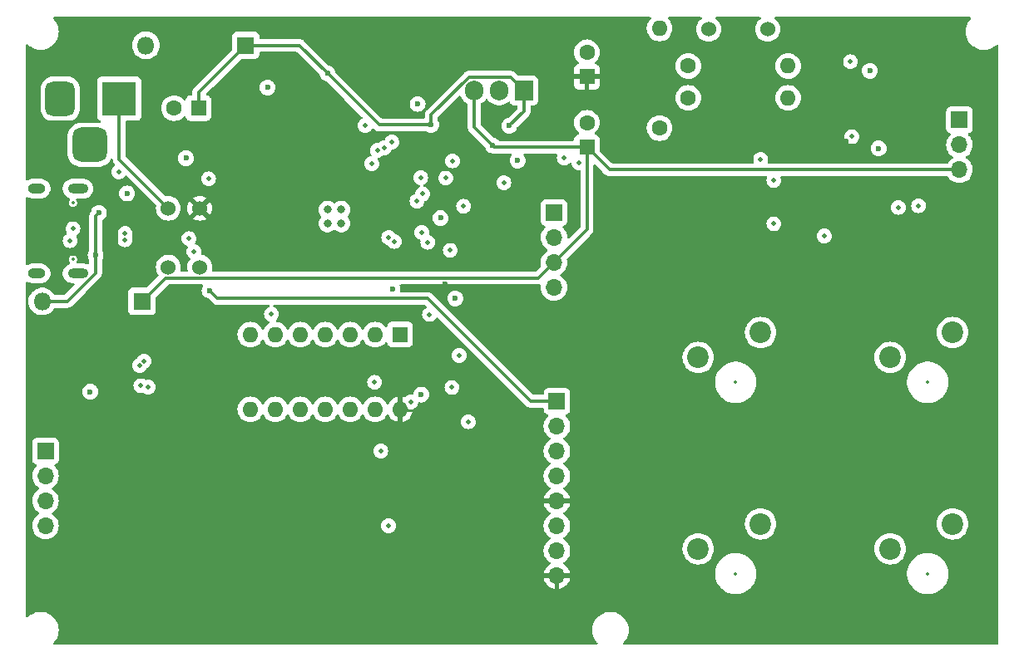
<source format=gbr>
%TF.GenerationSoftware,KiCad,Pcbnew,8.0.8*%
%TF.CreationDate,2025-02-13T18:12:52+13:00*%
%TF.ProjectId,Intelliwatch-Mk-II,496e7465-6c6c-4697-9761-7463682d4d6b,1.?*%
%TF.SameCoordinates,Original*%
%TF.FileFunction,Copper,L2,Inr*%
%TF.FilePolarity,Positive*%
%FSLAX46Y46*%
G04 Gerber Fmt 4.6, Leading zero omitted, Abs format (unit mm)*
G04 Created by KiCad (PCBNEW 8.0.8) date 2025-02-13 18:12:52*
%MOMM*%
%LPD*%
G01*
G04 APERTURE LIST*
G04 Aperture macros list*
%AMRoundRect*
0 Rectangle with rounded corners*
0 $1 Rounding radius*
0 $2 $3 $4 $5 $6 $7 $8 $9 X,Y pos of 4 corners*
0 Add a 4 corners polygon primitive as box body*
4,1,4,$2,$3,$4,$5,$6,$7,$8,$9,$2,$3,0*
0 Add four circle primitives for the rounded corners*
1,1,$1+$1,$2,$3*
1,1,$1+$1,$4,$5*
1,1,$1+$1,$6,$7*
1,1,$1+$1,$8,$9*
0 Add four rect primitives between the rounded corners*
20,1,$1+$1,$2,$3,$4,$5,0*
20,1,$1+$1,$4,$5,$6,$7,0*
20,1,$1+$1,$6,$7,$8,$9,0*
20,1,$1+$1,$8,$9,$2,$3,0*%
G04 Aperture macros list end*
%TA.AperFunction,ComponentPad*%
%ADD10R,1.700000X1.700000*%
%TD*%
%TA.AperFunction,ComponentPad*%
%ADD11O,1.700000X1.700000*%
%TD*%
%TA.AperFunction,ComponentPad*%
%ADD12C,2.200000*%
%TD*%
%TA.AperFunction,ComponentPad*%
%ADD13R,1.600000X1.600000*%
%TD*%
%TA.AperFunction,ComponentPad*%
%ADD14C,1.600000*%
%TD*%
%TA.AperFunction,ComponentPad*%
%ADD15R,1.905000X2.000000*%
%TD*%
%TA.AperFunction,ComponentPad*%
%ADD16O,1.905000X2.000000*%
%TD*%
%TA.AperFunction,ComponentPad*%
%ADD17R,1.800000X1.800000*%
%TD*%
%TA.AperFunction,ComponentPad*%
%ADD18O,1.800000X1.800000*%
%TD*%
%TA.AperFunction,ComponentPad*%
%ADD19O,1.600000X1.600000*%
%TD*%
%TA.AperFunction,ComponentPad*%
%ADD20C,1.524000*%
%TD*%
%TA.AperFunction,HeatsinkPad*%
%ADD21O,2.100000X1.000000*%
%TD*%
%TA.AperFunction,HeatsinkPad*%
%ADD22O,1.800000X1.000000*%
%TD*%
%TA.AperFunction,ComponentPad*%
%ADD23R,3.500000X3.500000*%
%TD*%
%TA.AperFunction,ComponentPad*%
%ADD24RoundRect,0.750000X-0.750000X-1.000000X0.750000X-1.000000X0.750000X1.000000X-0.750000X1.000000X0*%
%TD*%
%TA.AperFunction,ComponentPad*%
%ADD25RoundRect,0.875000X-0.875000X-0.875000X0.875000X-0.875000X0.875000X0.875000X-0.875000X0.875000X0*%
%TD*%
%TA.AperFunction,ComponentPad*%
%ADD26C,0.800000*%
%TD*%
%TA.AperFunction,ViaPad*%
%ADD27C,0.600000*%
%TD*%
%TA.AperFunction,ViaPad*%
%ADD28C,0.500000*%
%TD*%
%TA.AperFunction,Conductor*%
%ADD29C,0.300000*%
%TD*%
%ADD30C,0.300000*%
%ADD31C,0.350000*%
%ADD32O,1.700000X0.600000*%
%ADD33O,1.400000X0.600000*%
%ADD34O,1.000000X3.000000*%
%ADD35O,3.000000X1.000000*%
G04 APERTURE END LIST*
D10*
%TO.N,I2C_SCL*%
%TO.C,J6*%
X125250000Y-63550000D03*
D11*
%TO.N,I2C_SDA*%
X125250000Y-66090000D03*
%TO.N,+5V*%
X125250000Y-68630000D03*
%TO.N,GND*%
X125250000Y-71170000D03*
%TD*%
D12*
%TO.N,KEYSW_3*%
%TO.C,SW6*%
X146290000Y-95270000D03*
%TO.N,GND*%
X139940000Y-97810000D03*
%TD*%
D13*
%TO.N,+3V3*%
%TO.C,C11*%
X128600000Y-49700000D03*
D14*
%TO.N,GND*%
X128600000Y-47200000D03*
%TD*%
D15*
%TO.N,+BATT*%
%TO.C,U3*%
X122200000Y-51100000D03*
D16*
%TO.N,GND*%
X119660000Y-51100000D03*
%TO.N,+5V*%
X117120000Y-51100000D03*
%TD*%
D12*
%TO.N,KEYSW_2*%
%TO.C,SW5*%
X165830000Y-75770000D03*
%TO.N,GND*%
X159480000Y-78310000D03*
%TD*%
D17*
%TO.N,+BATT*%
%TO.C,D4*%
X93880000Y-46500000D03*
D18*
%TO.N,Net-(D4-A)*%
X83720000Y-46500000D03*
%TD*%
D10*
%TO.N,GND*%
%TO.C,J4*%
X166525000Y-54100000D03*
D11*
%TO.N,Net-(J4-MODE)*%
X166525000Y-56640000D03*
%TO.N,+5V*%
X166525000Y-59180000D03*
%TD*%
D12*
%TO.N,KEYSW_4*%
%TO.C,SW7*%
X165830000Y-95270000D03*
%TO.N,GND*%
X159480000Y-97810000D03*
%TD*%
D13*
%TO.N,+5V*%
%TO.C,C6*%
X128600000Y-56882400D03*
D14*
%TO.N,GND*%
X128600000Y-54382400D03*
%TD*%
D17*
%TO.N,+5V*%
%TO.C,D7*%
X83330000Y-72600000D03*
D18*
%TO.N,Net-(D5-K)*%
X73170000Y-72600000D03*
%TD*%
D13*
%TO.N,Net-(U1-Pad1)*%
%TO.C,U1*%
X109580000Y-75980000D03*
D19*
%TO.N,RTS*%
X107040000Y-75980000D03*
%TO.N,GND*%
X104500000Y-75980000D03*
%TO.N,Net-(U1-Pad12)*%
X101960000Y-75980000D03*
%TO.N,DTR*%
X99420000Y-75980000D03*
%TO.N,GND*%
X96880000Y-75980000D03*
X94340000Y-75980000D03*
%TO.N,Net-(U1-Pad1)*%
X94340000Y-83600000D03*
%TO.N,DTR*%
X96880000Y-83600000D03*
%TO.N,Net-(U1-Pad10)*%
X99420000Y-83600000D03*
%TO.N,RTS*%
X101960000Y-83600000D03*
%TO.N,Net-(U1-Pad12)*%
X104500000Y-83600000D03*
%TO.N,Net-(U1-Pad13)*%
X107040000Y-83600000D03*
%TO.N,+3V3*%
X109580000Y-83600000D03*
%TD*%
D20*
%TO.N,+3V3*%
%TO.C,SW3*%
X89200000Y-63100000D03*
%TO.N,Net-(J5-LED)*%
X89200000Y-69100000D03*
%TD*%
D21*
%TO.N,GND*%
%TO.C,J3*%
X76800000Y-61100000D03*
D22*
X72600000Y-61100000D03*
D21*
X76800000Y-69740000D03*
D22*
X72600000Y-69740000D03*
%TD*%
D10*
%TO.N,Net-(J5-LED)*%
%TO.C,J5*%
X125550000Y-82775000D03*
D11*
%TO.N,VSPI_SCL*%
X125550000Y-85315000D03*
%TO.N,VSPI_MOSI*%
X125550000Y-87855000D03*
%TO.N,TFT_A0_DC*%
X125550000Y-90395000D03*
%TO.N,+3V3*%
X125550000Y-92935000D03*
%TO.N,CS_LCD*%
X125550000Y-95475000D03*
%TO.N,GND*%
X125550000Y-98015000D03*
%TO.N,+3V3*%
X125550000Y-100555000D03*
D10*
%TO.N,VSPI_SCL*%
X73500000Y-87850000D03*
D11*
%TO.N,VSPI_MISO*%
X73500000Y-90390000D03*
%TO.N,VSPI_MOSI*%
X73500000Y-92930000D03*
%TO.N,CS_SD*%
X73500000Y-95470000D03*
%TD*%
D14*
%TO.N,Net-(D3-K)*%
%TO.C,R1*%
X136000000Y-54930000D03*
D19*
%TO.N,Net-(J1-Pin_1)*%
X136000000Y-44770000D03*
%TD*%
D23*
%TO.N,Net-(D1-K)*%
%TO.C,J2*%
X81000000Y-51942500D03*
D24*
%TO.N,GND*%
X75000000Y-51942500D03*
D25*
X78000000Y-56642500D03*
%TD*%
D20*
%TO.N,Net-(J1-Pin_1)*%
%TO.C,J1*%
X141000000Y-44850000D03*
%TO.N,GND*%
X147000000Y-44850000D03*
%TD*%
D13*
%TO.N,+BATT*%
%TO.C,C1*%
X89082400Y-52900000D03*
D14*
%TO.N,GND*%
X86582400Y-52900000D03*
%TD*%
D12*
%TO.N,KEYSW_1*%
%TO.C,SW4*%
X146290000Y-75770000D03*
%TO.N,GND*%
X139940000Y-78310000D03*
%TD*%
D26*
%TO.N,GND*%
%TO.C,U9*%
X103600000Y-64650000D03*
X103600000Y-63250000D03*
X102200000Y-64650000D03*
X102200000Y-63250000D03*
%TD*%
D14*
%TO.N,Net-(D3-K)*%
%TO.C,R2*%
X138920000Y-48600000D03*
D19*
%TO.N,GND*%
X149080000Y-48600000D03*
%TD*%
D14*
%TO.N,Net-(D3-K)*%
%TO.C,R3*%
X138920000Y-51850000D03*
D19*
%TO.N,GND*%
X149080000Y-51850000D03*
%TD*%
D20*
%TO.N,Net-(D1-K)*%
%TO.C,SW1*%
X86000000Y-63100000D03*
%TO.N,Net-(D4-A)*%
X86000000Y-69100000D03*
%TD*%
D27*
%TO.N,+BATT*%
X102200000Y-49350000D03*
X120700000Y-54700000D03*
X112750000Y-54600000D03*
%TO.N,GND*%
X96100000Y-50800000D03*
X81800000Y-61600000D03*
X158300000Y-57000000D03*
X87800000Y-58000000D03*
X115200000Y-72300000D03*
X157400000Y-49100000D03*
X108800000Y-71300000D03*
X121550000Y-58250000D03*
X111750000Y-82100000D03*
X113700000Y-64100000D03*
X78050000Y-81800000D03*
X111375000Y-52475000D03*
%TO.N,+5V*%
X119000000Y-56700000D03*
%TO.N,+3V3*%
X146400000Y-55500000D03*
X94200000Y-59900000D03*
X159400000Y-46900000D03*
X155000000Y-49700000D03*
X129600000Y-68500000D03*
X150725000Y-62175000D03*
X155000000Y-56300000D03*
X117500000Y-78850000D03*
X114000000Y-49550000D03*
X161600000Y-60500000D03*
X97000000Y-54900000D03*
X144000000Y-63950000D03*
X114200000Y-70862000D03*
D28*
%TO.N,/D+*%
X76300000Y-65200000D03*
X81604500Y-66325000D03*
X76000000Y-66400000D03*
X83070190Y-79129810D03*
D27*
%TO.N,Net-(D5-K)*%
X78937400Y-63562600D03*
X78600000Y-67900000D03*
D28*
%TO.N,/D-*%
X83529810Y-78670190D03*
X81604500Y-65675000D03*
%TO.N,Net-(D8-A)*%
X162367700Y-62857300D03*
X160295900Y-63025000D03*
%TO.N,KEYSW_1*%
X146290000Y-58111400D03*
X110655200Y-82843500D03*
X108994600Y-66484400D03*
%TO.N,KEYSW_3*%
X147633000Y-64694300D03*
X147633000Y-60287100D03*
%TO.N,KEYSW_4*%
X107274700Y-57201800D03*
X152774000Y-65939200D03*
X116047200Y-62898000D03*
%TO.N,CS_SD*%
X108422900Y-95470000D03*
X107954000Y-56952800D03*
%TO.N,VSPI_MOSI*%
X106030900Y-54670700D03*
X107621400Y-87855000D03*
D27*
%TO.N,Net-(J5-LED)*%
X90200000Y-71500000D03*
D28*
%TO.N,VSPI_SCL*%
X114918900Y-58277500D03*
X116525300Y-84861700D03*
%TO.N,TFT_A0_DC*%
X120141700Y-60510100D03*
%TO.N,VSPI_MISO*%
X80954500Y-59393400D03*
%TO.N,CS_LCD*%
X111311200Y-62370000D03*
%TO.N,I2C_SDA*%
X127779900Y-58461100D03*
X155432800Y-48176200D03*
X111686300Y-59990400D03*
X108440800Y-66096700D03*
X155576700Y-55805600D03*
%TO.N,I2C_SCL*%
X126293800Y-57959100D03*
%TO.N,FL_MODE*%
X114242700Y-60033400D03*
X106698600Y-58560000D03*
%TO.N,IO0*%
X112419900Y-66575000D03*
X108754900Y-56345100D03*
%TO.N,1{slash}3 BATT_VREF*%
X111886200Y-61647500D03*
X111790500Y-65575700D03*
%TO.N,RX_USB*%
X83200000Y-81200000D03*
X88100000Y-66200000D03*
%TO.N,TX_USB*%
X88600000Y-67500000D03*
X83958474Y-81341526D03*
%TO.N,Net-(R6-Pad2)*%
X115600000Y-78100000D03*
X114700000Y-67400000D03*
%TO.N,Net-(R7-Pad1)*%
X96500000Y-73900000D03*
X90100000Y-60100000D03*
X114869999Y-81374344D03*
X112575000Y-73925000D03*
%TO.N,Net-(U1-Pad13)*%
X107000000Y-80850000D03*
%TD*%
D29*
%TO.N,+BATT*%
X112750000Y-53580500D02*
X116580000Y-49750000D01*
X122200000Y-53200000D02*
X122200000Y-51100000D01*
X120850000Y-49750000D02*
X122200000Y-51100000D01*
X89082400Y-52900000D02*
X89082400Y-51297600D01*
X120700000Y-54700000D02*
X122200000Y-53200000D01*
X112750000Y-54600000D02*
X112750000Y-53580500D01*
X112750000Y-54600000D02*
X107450000Y-54600000D01*
X116580000Y-49750000D02*
X120850000Y-49750000D01*
X102200000Y-49350000D02*
X99350000Y-46500000D01*
X107450000Y-54600000D02*
X102200000Y-49350000D01*
X89082400Y-51297600D02*
X93880000Y-46500000D01*
X99350000Y-46500000D02*
X93880000Y-46500000D01*
%TO.N,+5V*%
X123668000Y-70212000D02*
X125250000Y-68630000D01*
X128600000Y-56882400D02*
X130898000Y-59180000D01*
X85718000Y-70212000D02*
X123668000Y-70212000D01*
X119000000Y-56700000D02*
X119182000Y-56882400D01*
X119182000Y-56882400D02*
X128600000Y-56882400D01*
X83330000Y-72600000D02*
X85718000Y-70212000D01*
X130898000Y-59180000D02*
X166525000Y-59180000D01*
X119000000Y-56700000D02*
X117120000Y-54820000D01*
X125250000Y-68630000D02*
X128600000Y-65280000D01*
X128600000Y-65280000D02*
X128600000Y-56882400D01*
X117120000Y-54820000D02*
X117120000Y-51100000D01*
%TO.N,Net-(D1-K)*%
X81000000Y-58100000D02*
X86000000Y-63100000D01*
X81000000Y-51942500D02*
X81000000Y-58100000D01*
%TO.N,Net-(D5-K)*%
X78600000Y-69692100D02*
X75692100Y-72600000D01*
X78600000Y-67900000D02*
X78600000Y-69692100D01*
X78600000Y-63900000D02*
X78937400Y-63562600D01*
X75692100Y-72600000D02*
X73170000Y-72600000D01*
X78600000Y-67900000D02*
X78600000Y-63900000D01*
%TO.N,Net-(J5-LED)*%
X112400000Y-72300000D02*
X91000000Y-72300000D01*
X91000000Y-72300000D02*
X90200000Y-71500000D01*
X125550000Y-82775000D02*
X122875000Y-82775000D01*
X122875000Y-82775000D02*
X112400000Y-72300000D01*
%TD*%
%TA.AperFunction,Conductor*%
%TO.N,+3V3*%
G36*
X135097990Y-43620185D02*
G01*
X135143745Y-43672989D01*
X135153689Y-43742147D01*
X135124664Y-43805703D01*
X135118632Y-43812181D01*
X134999954Y-43930858D01*
X134869432Y-44117265D01*
X134869431Y-44117267D01*
X134773261Y-44323502D01*
X134773258Y-44323511D01*
X134714366Y-44543302D01*
X134714364Y-44543313D01*
X134694532Y-44769998D01*
X134694532Y-44770001D01*
X134714364Y-44996686D01*
X134714366Y-44996697D01*
X134773258Y-45216488D01*
X134773261Y-45216497D01*
X134869431Y-45422732D01*
X134869432Y-45422734D01*
X134999954Y-45609141D01*
X135160858Y-45770045D01*
X135160861Y-45770047D01*
X135347266Y-45900568D01*
X135553504Y-45996739D01*
X135773308Y-46055635D01*
X135930997Y-46069431D01*
X135999998Y-46075468D01*
X136000000Y-46075468D01*
X136000002Y-46075468D01*
X136056673Y-46070509D01*
X136226692Y-46055635D01*
X136446496Y-45996739D01*
X136652734Y-45900568D01*
X136839139Y-45770047D01*
X137000047Y-45609139D01*
X137130568Y-45422734D01*
X137226739Y-45216496D01*
X137285635Y-44996692D01*
X137305468Y-44770000D01*
X137285635Y-44543308D01*
X137228295Y-44329311D01*
X137226741Y-44323511D01*
X137226738Y-44323502D01*
X137130568Y-44117267D01*
X137130567Y-44117265D01*
X137116373Y-44096994D01*
X137000047Y-43930861D01*
X137000045Y-43930858D01*
X136881368Y-43812181D01*
X136847883Y-43750858D01*
X136852867Y-43681166D01*
X136894739Y-43625233D01*
X136960203Y-43600816D01*
X136969049Y-43600500D01*
X140190091Y-43600500D01*
X140257130Y-43620185D01*
X140302885Y-43672989D01*
X140312829Y-43742147D01*
X140283804Y-43805703D01*
X140261214Y-43826075D01*
X140185377Y-43879175D01*
X140029175Y-44035377D01*
X139902466Y-44216338D01*
X139902465Y-44216340D01*
X139809107Y-44416548D01*
X139809104Y-44416554D01*
X139751930Y-44629929D01*
X139751929Y-44629937D01*
X139732677Y-44849997D01*
X139732677Y-44850002D01*
X139751929Y-45070062D01*
X139751930Y-45070070D01*
X139809104Y-45283445D01*
X139809105Y-45283447D01*
X139809106Y-45283450D01*
X139843715Y-45357669D01*
X139902466Y-45483662D01*
X139902468Y-45483666D01*
X140029170Y-45664615D01*
X140029175Y-45664621D01*
X140185378Y-45820824D01*
X140185384Y-45820829D01*
X140366333Y-45947531D01*
X140366335Y-45947532D01*
X140366338Y-45947534D01*
X140566550Y-46040894D01*
X140779932Y-46098070D01*
X140937123Y-46111822D01*
X140999998Y-46117323D01*
X141000000Y-46117323D01*
X141000002Y-46117323D01*
X141055017Y-46112509D01*
X141220068Y-46098070D01*
X141433450Y-46040894D01*
X141633662Y-45947534D01*
X141814620Y-45820826D01*
X141970826Y-45664620D01*
X142097534Y-45483662D01*
X142190894Y-45283450D01*
X142248070Y-45070068D01*
X142267323Y-44850000D01*
X142248070Y-44629932D01*
X142190894Y-44416550D01*
X142097534Y-44216339D01*
X141970826Y-44035380D01*
X141814620Y-43879174D01*
X141814616Y-43879171D01*
X141814615Y-43879170D01*
X141738787Y-43826075D01*
X141695162Y-43771498D01*
X141687968Y-43702000D01*
X141719491Y-43639645D01*
X141779721Y-43604231D01*
X141809910Y-43600500D01*
X146190091Y-43600500D01*
X146257130Y-43620185D01*
X146302885Y-43672989D01*
X146312829Y-43742147D01*
X146283804Y-43805703D01*
X146261214Y-43826075D01*
X146185377Y-43879175D01*
X146029175Y-44035377D01*
X145902466Y-44216338D01*
X145902465Y-44216340D01*
X145809107Y-44416548D01*
X145809104Y-44416554D01*
X145751930Y-44629929D01*
X145751929Y-44629937D01*
X145732677Y-44849997D01*
X145732677Y-44850002D01*
X145751929Y-45070062D01*
X145751930Y-45070070D01*
X145809104Y-45283445D01*
X145809105Y-45283447D01*
X145809106Y-45283450D01*
X145843715Y-45357669D01*
X145902466Y-45483662D01*
X145902468Y-45483666D01*
X146029170Y-45664615D01*
X146029175Y-45664621D01*
X146185378Y-45820824D01*
X146185384Y-45820829D01*
X146366333Y-45947531D01*
X146366335Y-45947532D01*
X146366338Y-45947534D01*
X146566550Y-46040894D01*
X146779932Y-46098070D01*
X146937123Y-46111822D01*
X146999998Y-46117323D01*
X147000000Y-46117323D01*
X147000002Y-46117323D01*
X147055017Y-46112509D01*
X147220068Y-46098070D01*
X147433450Y-46040894D01*
X147633662Y-45947534D01*
X147814620Y-45820826D01*
X147970826Y-45664620D01*
X148097534Y-45483662D01*
X148190894Y-45283450D01*
X148248070Y-45070068D01*
X148267323Y-44850000D01*
X148248070Y-44629932D01*
X148190894Y-44416550D01*
X148097534Y-44216339D01*
X147970826Y-44035380D01*
X147814620Y-43879174D01*
X147814616Y-43879171D01*
X147814615Y-43879170D01*
X147738787Y-43826075D01*
X147695162Y-43771498D01*
X147687968Y-43702000D01*
X147719491Y-43639645D01*
X147779721Y-43604231D01*
X147809910Y-43600500D01*
X167583135Y-43600500D01*
X167650174Y-43620185D01*
X167695929Y-43672989D01*
X167705873Y-43742147D01*
X167676848Y-43805703D01*
X167670816Y-43812181D01*
X167597922Y-43885074D01*
X167597906Y-43885092D01*
X167439285Y-44096986D01*
X167439280Y-44096994D01*
X167312428Y-44329305D01*
X167312426Y-44329309D01*
X167219921Y-44577326D01*
X167163658Y-44835965D01*
X167163657Y-44835972D01*
X167144773Y-45099998D01*
X167144773Y-45100001D01*
X167163657Y-45364027D01*
X167163658Y-45364034D01*
X167219921Y-45622673D01*
X167312427Y-45870692D01*
X167439280Y-46103005D01*
X167439285Y-46103013D01*
X167597906Y-46314907D01*
X167597922Y-46314925D01*
X167785074Y-46502077D01*
X167785092Y-46502093D01*
X167996986Y-46660714D01*
X167996994Y-46660719D01*
X168229305Y-46787571D01*
X168229309Y-46787573D01*
X168229311Y-46787574D01*
X168477322Y-46880077D01*
X168477325Y-46880077D01*
X168477326Y-46880078D01*
X168672552Y-46922546D01*
X168735974Y-46936343D01*
X168979660Y-46953772D01*
X168999999Y-46955227D01*
X169000000Y-46955227D01*
X169000001Y-46955227D01*
X169018885Y-46953876D01*
X169264026Y-46936343D01*
X169522678Y-46880077D01*
X169770689Y-46787574D01*
X170003011Y-46660716D01*
X170214915Y-46502087D01*
X170217009Y-46499993D01*
X170287819Y-46429184D01*
X170349142Y-46395699D01*
X170418834Y-46400683D01*
X170474767Y-46442555D01*
X170499184Y-46508019D01*
X170499500Y-46516865D01*
X170499500Y-107475500D01*
X170479815Y-107542539D01*
X170427011Y-107588294D01*
X170375500Y-107599500D01*
X132416865Y-107599500D01*
X132349826Y-107579815D01*
X132304071Y-107527011D01*
X132294127Y-107457853D01*
X132323152Y-107394297D01*
X132329184Y-107387819D01*
X132402077Y-107314925D01*
X132402087Y-107314915D01*
X132560716Y-107103011D01*
X132687574Y-106870689D01*
X132780077Y-106622678D01*
X132836343Y-106364026D01*
X132855227Y-106100000D01*
X132836343Y-105835974D01*
X132780077Y-105577322D01*
X132687574Y-105329311D01*
X132560716Y-105096989D01*
X132560714Y-105096986D01*
X132402093Y-104885092D01*
X132402077Y-104885074D01*
X132214925Y-104697922D01*
X132214907Y-104697906D01*
X132003013Y-104539285D01*
X132003005Y-104539280D01*
X131770694Y-104412428D01*
X131770690Y-104412426D01*
X131522673Y-104319921D01*
X131264034Y-104263658D01*
X131264027Y-104263657D01*
X131000001Y-104244773D01*
X130999999Y-104244773D01*
X130735972Y-104263657D01*
X130735965Y-104263658D01*
X130477326Y-104319921D01*
X130229309Y-104412426D01*
X130229305Y-104412428D01*
X129996994Y-104539280D01*
X129996986Y-104539285D01*
X129785092Y-104697906D01*
X129785074Y-104697922D01*
X129597922Y-104885074D01*
X129597906Y-104885092D01*
X129439285Y-105096986D01*
X129439280Y-105096994D01*
X129312428Y-105329305D01*
X129312426Y-105329309D01*
X129219921Y-105577326D01*
X129163658Y-105835965D01*
X129163657Y-105835972D01*
X129144773Y-106099998D01*
X129144773Y-106100001D01*
X129163657Y-106364027D01*
X129163658Y-106364034D01*
X129219921Y-106622673D01*
X129312426Y-106870690D01*
X129312428Y-106870694D01*
X129439280Y-107103005D01*
X129439285Y-107103013D01*
X129597906Y-107314907D01*
X129597922Y-107314925D01*
X129670816Y-107387819D01*
X129704301Y-107449142D01*
X129699317Y-107518834D01*
X129657445Y-107574767D01*
X129591981Y-107599184D01*
X129583135Y-107599500D01*
X74416865Y-107599500D01*
X74349826Y-107579815D01*
X74304071Y-107527011D01*
X74294127Y-107457853D01*
X74323152Y-107394297D01*
X74329184Y-107387819D01*
X74402077Y-107314925D01*
X74402087Y-107314915D01*
X74560716Y-107103011D01*
X74687574Y-106870689D01*
X74780077Y-106622678D01*
X74836343Y-106364026D01*
X74855227Y-106100000D01*
X74836343Y-105835974D01*
X74780077Y-105577322D01*
X74687574Y-105329311D01*
X74560716Y-105096989D01*
X74560714Y-105096986D01*
X74402093Y-104885092D01*
X74402077Y-104885074D01*
X74214925Y-104697922D01*
X74214907Y-104697906D01*
X74003013Y-104539285D01*
X74003005Y-104539280D01*
X73770694Y-104412428D01*
X73770690Y-104412426D01*
X73522673Y-104319921D01*
X73264034Y-104263658D01*
X73264027Y-104263657D01*
X73000001Y-104244773D01*
X72999999Y-104244773D01*
X72735972Y-104263657D01*
X72735965Y-104263658D01*
X72477326Y-104319921D01*
X72229309Y-104412426D01*
X72229305Y-104412428D01*
X71996994Y-104539280D01*
X71996986Y-104539285D01*
X71785092Y-104697906D01*
X71785074Y-104697922D01*
X71712181Y-104770816D01*
X71650858Y-104804301D01*
X71581166Y-104799317D01*
X71525233Y-104757445D01*
X71500816Y-104691981D01*
X71500500Y-104683135D01*
X71500500Y-90389999D01*
X72144341Y-90389999D01*
X72144341Y-90390000D01*
X72164936Y-90625403D01*
X72164938Y-90625413D01*
X72226094Y-90853655D01*
X72226096Y-90853659D01*
X72226097Y-90853663D01*
X72325965Y-91067830D01*
X72325967Y-91067834D01*
X72461501Y-91261395D01*
X72461506Y-91261402D01*
X72628597Y-91428493D01*
X72628603Y-91428498D01*
X72814158Y-91558425D01*
X72857783Y-91613002D01*
X72864977Y-91682500D01*
X72833454Y-91744855D01*
X72814158Y-91761575D01*
X72628597Y-91891505D01*
X72461505Y-92058597D01*
X72325965Y-92252169D01*
X72325964Y-92252171D01*
X72226098Y-92466335D01*
X72226094Y-92466344D01*
X72164938Y-92694586D01*
X72164936Y-92694596D01*
X72144341Y-92929999D01*
X72144341Y-92930000D01*
X72164936Y-93165403D01*
X72164938Y-93165413D01*
X72226094Y-93393655D01*
X72226096Y-93393659D01*
X72226097Y-93393663D01*
X72245373Y-93435000D01*
X72325965Y-93607830D01*
X72325967Y-93607834D01*
X72461501Y-93801395D01*
X72461506Y-93801402D01*
X72628597Y-93968493D01*
X72628603Y-93968498D01*
X72814158Y-94098425D01*
X72857783Y-94153002D01*
X72864977Y-94222500D01*
X72833454Y-94284855D01*
X72814158Y-94301575D01*
X72628597Y-94431505D01*
X72461505Y-94598597D01*
X72325965Y-94792169D01*
X72325964Y-94792171D01*
X72232401Y-94992816D01*
X72229468Y-94999109D01*
X72226098Y-95006335D01*
X72226094Y-95006344D01*
X72164938Y-95234586D01*
X72164936Y-95234596D01*
X72144341Y-95469999D01*
X72144341Y-95470000D01*
X72164936Y-95705403D01*
X72164938Y-95705413D01*
X72226094Y-95933655D01*
X72226096Y-95933659D01*
X72226097Y-95933663D01*
X72325965Y-96147830D01*
X72325967Y-96147834D01*
X72380174Y-96225249D01*
X72461505Y-96341401D01*
X72628599Y-96508495D01*
X72714775Y-96568836D01*
X72822165Y-96644032D01*
X72822167Y-96644033D01*
X72822170Y-96644035D01*
X73036337Y-96743903D01*
X73264592Y-96805063D01*
X73452918Y-96821539D01*
X73499999Y-96825659D01*
X73500000Y-96825659D01*
X73500001Y-96825659D01*
X73539234Y-96822226D01*
X73735408Y-96805063D01*
X73963663Y-96743903D01*
X74177830Y-96644035D01*
X74371401Y-96508495D01*
X74538495Y-96341401D01*
X74674035Y-96147830D01*
X74773903Y-95933663D01*
X74835063Y-95705408D01*
X74855659Y-95470000D01*
X74855659Y-95469997D01*
X107667651Y-95469997D01*
X107667651Y-95470002D01*
X107686585Y-95638056D01*
X107742445Y-95797694D01*
X107742447Y-95797697D01*
X107832418Y-95940884D01*
X107832423Y-95940890D01*
X107952009Y-96060476D01*
X107952015Y-96060481D01*
X108095202Y-96150452D01*
X108095205Y-96150454D01*
X108095209Y-96150455D01*
X108095210Y-96150456D01*
X108167813Y-96175860D01*
X108254843Y-96206314D01*
X108422897Y-96225249D01*
X108422900Y-96225249D01*
X108422903Y-96225249D01*
X108590956Y-96206314D01*
X108590959Y-96206313D01*
X108750590Y-96150456D01*
X108750592Y-96150454D01*
X108750594Y-96150454D01*
X108750597Y-96150452D01*
X108893784Y-96060481D01*
X108893785Y-96060480D01*
X108893790Y-96060477D01*
X109013377Y-95940890D01*
X109014776Y-95938664D01*
X109103352Y-95797697D01*
X109103354Y-95797694D01*
X109103354Y-95797692D01*
X109103356Y-95797690D01*
X109159213Y-95638059D01*
X109159213Y-95638058D01*
X109159214Y-95638056D01*
X109178149Y-95470002D01*
X109178149Y-95469997D01*
X109159214Y-95301943D01*
X109103354Y-95142305D01*
X109103352Y-95142302D01*
X109013381Y-94999115D01*
X109013376Y-94999109D01*
X108893790Y-94879523D01*
X108893784Y-94879518D01*
X108750597Y-94789547D01*
X108750594Y-94789545D01*
X108590956Y-94733685D01*
X108422903Y-94714751D01*
X108422897Y-94714751D01*
X108254843Y-94733685D01*
X108095205Y-94789545D01*
X108095202Y-94789547D01*
X107952015Y-94879518D01*
X107952009Y-94879523D01*
X107832423Y-94999109D01*
X107832418Y-94999115D01*
X107742447Y-95142302D01*
X107742445Y-95142305D01*
X107686585Y-95301943D01*
X107667651Y-95469997D01*
X74855659Y-95469997D01*
X74835063Y-95234592D01*
X74773903Y-95006337D01*
X74674035Y-94792171D01*
X74672197Y-94789545D01*
X74538494Y-94598597D01*
X74371402Y-94431506D01*
X74371396Y-94431501D01*
X74185842Y-94301575D01*
X74142217Y-94246998D01*
X74135023Y-94177500D01*
X74166546Y-94115145D01*
X74185842Y-94098425D01*
X74367589Y-93971164D01*
X74371401Y-93968495D01*
X74538495Y-93801401D01*
X74674035Y-93607830D01*
X74773903Y-93393663D01*
X74835063Y-93165408D01*
X74855659Y-92930000D01*
X74835063Y-92694592D01*
X74773903Y-92466337D01*
X74674035Y-92252171D01*
X74538495Y-92058599D01*
X74538494Y-92058597D01*
X74371402Y-91891506D01*
X74371396Y-91891501D01*
X74185842Y-91761575D01*
X74142217Y-91706998D01*
X74135023Y-91637500D01*
X74166546Y-91575145D01*
X74185842Y-91558425D01*
X74208026Y-91542891D01*
X74371401Y-91428495D01*
X74538495Y-91261401D01*
X74674035Y-91067830D01*
X74773903Y-90853663D01*
X74835063Y-90625408D01*
X74855659Y-90390000D01*
X74835063Y-90154592D01*
X74773903Y-89926337D01*
X74674035Y-89712171D01*
X74538495Y-89518599D01*
X74416567Y-89396671D01*
X74383084Y-89335351D01*
X74388068Y-89265659D01*
X74429939Y-89209725D01*
X74460915Y-89192810D01*
X74592331Y-89143796D01*
X74707546Y-89057546D01*
X74793796Y-88942331D01*
X74844091Y-88807483D01*
X74850500Y-88747873D01*
X74850500Y-87854997D01*
X106866151Y-87854997D01*
X106866151Y-87855002D01*
X106885085Y-88023056D01*
X106940945Y-88182694D01*
X106940947Y-88182697D01*
X107030918Y-88325884D01*
X107030923Y-88325890D01*
X107150509Y-88445476D01*
X107150515Y-88445481D01*
X107293702Y-88535452D01*
X107293705Y-88535454D01*
X107293709Y-88535455D01*
X107293710Y-88535456D01*
X107366313Y-88560860D01*
X107453343Y-88591314D01*
X107621397Y-88610249D01*
X107621400Y-88610249D01*
X107621403Y-88610249D01*
X107789456Y-88591314D01*
X107789459Y-88591313D01*
X107949090Y-88535456D01*
X107949092Y-88535454D01*
X107949094Y-88535454D01*
X107949097Y-88535452D01*
X108092284Y-88445481D01*
X108092285Y-88445480D01*
X108092290Y-88445477D01*
X108211877Y-88325890D01*
X108211881Y-88325884D01*
X108301852Y-88182697D01*
X108301854Y-88182694D01*
X108301854Y-88182692D01*
X108301856Y-88182690D01*
X108357713Y-88023059D01*
X108357713Y-88023058D01*
X108357714Y-88023056D01*
X108376649Y-87855002D01*
X108376649Y-87854997D01*
X108357714Y-87686943D01*
X108301854Y-87527305D01*
X108301852Y-87527302D01*
X108211881Y-87384115D01*
X108211876Y-87384109D01*
X108092290Y-87264523D01*
X108092284Y-87264518D01*
X107949097Y-87174547D01*
X107949094Y-87174545D01*
X107789456Y-87118685D01*
X107621403Y-87099751D01*
X107621397Y-87099751D01*
X107453343Y-87118685D01*
X107293705Y-87174545D01*
X107293702Y-87174547D01*
X107150515Y-87264518D01*
X107150509Y-87264523D01*
X107030923Y-87384109D01*
X107030918Y-87384115D01*
X106940947Y-87527302D01*
X106940945Y-87527305D01*
X106885085Y-87686943D01*
X106866151Y-87854997D01*
X74850500Y-87854997D01*
X74850499Y-86952128D01*
X74844091Y-86892517D01*
X74815740Y-86816505D01*
X74793797Y-86757671D01*
X74793793Y-86757664D01*
X74707547Y-86642455D01*
X74707544Y-86642452D01*
X74592335Y-86556206D01*
X74592328Y-86556202D01*
X74457482Y-86505908D01*
X74457483Y-86505908D01*
X74397883Y-86499501D01*
X74397881Y-86499500D01*
X74397873Y-86499500D01*
X74397864Y-86499500D01*
X72602129Y-86499500D01*
X72602123Y-86499501D01*
X72542516Y-86505908D01*
X72407671Y-86556202D01*
X72407664Y-86556206D01*
X72292455Y-86642452D01*
X72292452Y-86642455D01*
X72206206Y-86757664D01*
X72206202Y-86757671D01*
X72155908Y-86892517D01*
X72149501Y-86952116D01*
X72149501Y-86952123D01*
X72149500Y-86952135D01*
X72149500Y-88747870D01*
X72149501Y-88747876D01*
X72155908Y-88807483D01*
X72206202Y-88942328D01*
X72206206Y-88942335D01*
X72292452Y-89057544D01*
X72292455Y-89057547D01*
X72407664Y-89143793D01*
X72407671Y-89143797D01*
X72539081Y-89192810D01*
X72595015Y-89234681D01*
X72619432Y-89300145D01*
X72604580Y-89368418D01*
X72583430Y-89396673D01*
X72461503Y-89518600D01*
X72325965Y-89712169D01*
X72325964Y-89712171D01*
X72226098Y-89926335D01*
X72226094Y-89926344D01*
X72164938Y-90154586D01*
X72164936Y-90154596D01*
X72144341Y-90389999D01*
X71500500Y-90389999D01*
X71500500Y-83599998D01*
X93034532Y-83599998D01*
X93034532Y-83600001D01*
X93054364Y-83826686D01*
X93054366Y-83826697D01*
X93113258Y-84046488D01*
X93113261Y-84046497D01*
X93209431Y-84252732D01*
X93209432Y-84252734D01*
X93339954Y-84439141D01*
X93500858Y-84600045D01*
X93500861Y-84600047D01*
X93687266Y-84730568D01*
X93893504Y-84826739D01*
X94113308Y-84885635D01*
X94275230Y-84899801D01*
X94339998Y-84905468D01*
X94340000Y-84905468D01*
X94340002Y-84905468D01*
X94396673Y-84900509D01*
X94566692Y-84885635D01*
X94786496Y-84826739D01*
X94992734Y-84730568D01*
X95179139Y-84600047D01*
X95340047Y-84439139D01*
X95470568Y-84252734D01*
X95497618Y-84194724D01*
X95543790Y-84142285D01*
X95610983Y-84123133D01*
X95677865Y-84143348D01*
X95722382Y-84194725D01*
X95749429Y-84252728D01*
X95749432Y-84252734D01*
X95879954Y-84439141D01*
X96040858Y-84600045D01*
X96040861Y-84600047D01*
X96227266Y-84730568D01*
X96433504Y-84826739D01*
X96653308Y-84885635D01*
X96815230Y-84899801D01*
X96879998Y-84905468D01*
X96880000Y-84905468D01*
X96880002Y-84905468D01*
X96936673Y-84900509D01*
X97106692Y-84885635D01*
X97326496Y-84826739D01*
X97532734Y-84730568D01*
X97719139Y-84600047D01*
X97880047Y-84439139D01*
X98010568Y-84252734D01*
X98037618Y-84194724D01*
X98083790Y-84142285D01*
X98150983Y-84123133D01*
X98217865Y-84143348D01*
X98262382Y-84194725D01*
X98289429Y-84252728D01*
X98289432Y-84252734D01*
X98419954Y-84439141D01*
X98580858Y-84600045D01*
X98580861Y-84600047D01*
X98767266Y-84730568D01*
X98973504Y-84826739D01*
X99193308Y-84885635D01*
X99355230Y-84899801D01*
X99419998Y-84905468D01*
X99420000Y-84905468D01*
X99420002Y-84905468D01*
X99476673Y-84900509D01*
X99646692Y-84885635D01*
X99866496Y-84826739D01*
X100072734Y-84730568D01*
X100259139Y-84600047D01*
X100420047Y-84439139D01*
X100550568Y-84252734D01*
X100577618Y-84194724D01*
X100623790Y-84142285D01*
X100690983Y-84123133D01*
X100757865Y-84143348D01*
X100802382Y-84194725D01*
X100829429Y-84252728D01*
X100829432Y-84252734D01*
X100959954Y-84439141D01*
X101120858Y-84600045D01*
X101120861Y-84600047D01*
X101307266Y-84730568D01*
X101513504Y-84826739D01*
X101733308Y-84885635D01*
X101895230Y-84899801D01*
X101959998Y-84905468D01*
X101960000Y-84905468D01*
X101960002Y-84905468D01*
X102016673Y-84900509D01*
X102186692Y-84885635D01*
X102406496Y-84826739D01*
X102612734Y-84730568D01*
X102799139Y-84600047D01*
X102960047Y-84439139D01*
X103090568Y-84252734D01*
X103117618Y-84194724D01*
X103163790Y-84142285D01*
X103230983Y-84123133D01*
X103297865Y-84143348D01*
X103342382Y-84194725D01*
X103369429Y-84252728D01*
X103369432Y-84252734D01*
X103499954Y-84439141D01*
X103660858Y-84600045D01*
X103660861Y-84600047D01*
X103847266Y-84730568D01*
X104053504Y-84826739D01*
X104273308Y-84885635D01*
X104435230Y-84899801D01*
X104499998Y-84905468D01*
X104500000Y-84905468D01*
X104500002Y-84905468D01*
X104556673Y-84900509D01*
X104726692Y-84885635D01*
X104946496Y-84826739D01*
X105152734Y-84730568D01*
X105339139Y-84600047D01*
X105500047Y-84439139D01*
X105630568Y-84252734D01*
X105657618Y-84194724D01*
X105703790Y-84142285D01*
X105770983Y-84123133D01*
X105837865Y-84143348D01*
X105882382Y-84194725D01*
X105909429Y-84252728D01*
X105909432Y-84252734D01*
X106039954Y-84439141D01*
X106200858Y-84600045D01*
X106200861Y-84600047D01*
X106387266Y-84730568D01*
X106593504Y-84826739D01*
X106813308Y-84885635D01*
X106975230Y-84899801D01*
X107039998Y-84905468D01*
X107040000Y-84905468D01*
X107040002Y-84905468D01*
X107096673Y-84900509D01*
X107266692Y-84885635D01*
X107486496Y-84826739D01*
X107692734Y-84730568D01*
X107879139Y-84600047D01*
X108040047Y-84439139D01*
X108170568Y-84252734D01*
X108197895Y-84194129D01*
X108244064Y-84141695D01*
X108311257Y-84122542D01*
X108378139Y-84142757D01*
X108422657Y-84194133D01*
X108449865Y-84252482D01*
X108580342Y-84438820D01*
X108741179Y-84599657D01*
X108927517Y-84730134D01*
X109133673Y-84826265D01*
X109133682Y-84826269D01*
X109329999Y-84878872D01*
X109330000Y-84878871D01*
X109330000Y-83915686D01*
X109334394Y-83920080D01*
X109425606Y-83972741D01*
X109527339Y-84000000D01*
X109632661Y-84000000D01*
X109734394Y-83972741D01*
X109825606Y-83920080D01*
X109830000Y-83915686D01*
X109830000Y-84878872D01*
X109894098Y-84861697D01*
X115770051Y-84861697D01*
X115770051Y-84861702D01*
X115788985Y-85029756D01*
X115844845Y-85189394D01*
X115844847Y-85189397D01*
X115934818Y-85332584D01*
X115934823Y-85332590D01*
X116054409Y-85452176D01*
X116054415Y-85452181D01*
X116197602Y-85542152D01*
X116197605Y-85542154D01*
X116197609Y-85542155D01*
X116197610Y-85542156D01*
X116270213Y-85567560D01*
X116357243Y-85598014D01*
X116525297Y-85616949D01*
X116525300Y-85616949D01*
X116525303Y-85616949D01*
X116693356Y-85598014D01*
X116693359Y-85598013D01*
X116852990Y-85542156D01*
X116852992Y-85542154D01*
X116852994Y-85542154D01*
X116852997Y-85542152D01*
X116996184Y-85452181D01*
X116996185Y-85452180D01*
X116996190Y-85452177D01*
X117115777Y-85332590D01*
X117205752Y-85189397D01*
X117205754Y-85189394D01*
X117205754Y-85189392D01*
X117205756Y-85189390D01*
X117261613Y-85029759D01*
X117261613Y-85029758D01*
X117261614Y-85029756D01*
X117280549Y-84861702D01*
X117280549Y-84861697D01*
X117261614Y-84693643D01*
X117228863Y-84600047D01*
X117205756Y-84534010D01*
X117205755Y-84534009D01*
X117205754Y-84534005D01*
X117205752Y-84534002D01*
X117115781Y-84390815D01*
X117115776Y-84390809D01*
X116996190Y-84271223D01*
X116996184Y-84271218D01*
X116852997Y-84181247D01*
X116852994Y-84181245D01*
X116693356Y-84125385D01*
X116525303Y-84106451D01*
X116525297Y-84106451D01*
X116357243Y-84125385D01*
X116197605Y-84181245D01*
X116197602Y-84181247D01*
X116054415Y-84271218D01*
X116054409Y-84271223D01*
X115934823Y-84390809D01*
X115934818Y-84390815D01*
X115844847Y-84534002D01*
X115844845Y-84534005D01*
X115788985Y-84693643D01*
X115770051Y-84861697D01*
X109894098Y-84861697D01*
X110026317Y-84826269D01*
X110026326Y-84826265D01*
X110232482Y-84730134D01*
X110418820Y-84599657D01*
X110579657Y-84438820D01*
X110710134Y-84252482D01*
X110806265Y-84046326D01*
X110806269Y-84046317D01*
X110858872Y-83850000D01*
X109895686Y-83850000D01*
X109900080Y-83845606D01*
X109952741Y-83754394D01*
X109980000Y-83652661D01*
X109980000Y-83547339D01*
X109952741Y-83445606D01*
X109900080Y-83354394D01*
X109895686Y-83350000D01*
X110048971Y-83350000D01*
X110116010Y-83369685D01*
X110136652Y-83386319D01*
X110184309Y-83433976D01*
X110184315Y-83433981D01*
X110327502Y-83523952D01*
X110327505Y-83523954D01*
X110327509Y-83523955D01*
X110327510Y-83523956D01*
X110394335Y-83547339D01*
X110487143Y-83579814D01*
X110655197Y-83598749D01*
X110655200Y-83598749D01*
X110655203Y-83598749D01*
X110823256Y-83579814D01*
X110823259Y-83579813D01*
X110982890Y-83523956D01*
X110982892Y-83523954D01*
X110982894Y-83523954D01*
X110982897Y-83523952D01*
X111126084Y-83433981D01*
X111126085Y-83433980D01*
X111126090Y-83433977D01*
X111245677Y-83314390D01*
X111267336Y-83279920D01*
X111335652Y-83171197D01*
X111335654Y-83171194D01*
X111335654Y-83171192D01*
X111335656Y-83171190D01*
X111391513Y-83011559D01*
X111394580Y-82984330D01*
X111421646Y-82919919D01*
X111479241Y-82880363D01*
X111549077Y-82878224D01*
X111558755Y-82881173D01*
X111570742Y-82885367D01*
X111570745Y-82885368D01*
X111570746Y-82885368D01*
X111570750Y-82885369D01*
X111749996Y-82905565D01*
X111750000Y-82905565D01*
X111750004Y-82905565D01*
X111929249Y-82885369D01*
X111929252Y-82885368D01*
X111929255Y-82885368D01*
X112099522Y-82825789D01*
X112252262Y-82729816D01*
X112379816Y-82602262D01*
X112475789Y-82449522D01*
X112535368Y-82279255D01*
X112535369Y-82279249D01*
X112555565Y-82100003D01*
X112555565Y-82099996D01*
X112535369Y-81920750D01*
X112535368Y-81920745D01*
X112521270Y-81880456D01*
X112475789Y-81750478D01*
X112379816Y-81597738D01*
X112252262Y-81470184D01*
X112204982Y-81440476D01*
X112099730Y-81374341D01*
X114114750Y-81374341D01*
X114114750Y-81374346D01*
X114133684Y-81542400D01*
X114189544Y-81702038D01*
X114189546Y-81702041D01*
X114279517Y-81845228D01*
X114279522Y-81845234D01*
X114399108Y-81964820D01*
X114399114Y-81964825D01*
X114542301Y-82054796D01*
X114542304Y-82054798D01*
X114542308Y-82054799D01*
X114542309Y-82054800D01*
X114608151Y-82077839D01*
X114701942Y-82110658D01*
X114869996Y-82129593D01*
X114869999Y-82129593D01*
X114870002Y-82129593D01*
X115038055Y-82110658D01*
X115047980Y-82107185D01*
X115197689Y-82054800D01*
X115197691Y-82054798D01*
X115197693Y-82054798D01*
X115197696Y-82054796D01*
X115340883Y-81964825D01*
X115340884Y-81964824D01*
X115340889Y-81964821D01*
X115460476Y-81845234D01*
X115477892Y-81817517D01*
X115550451Y-81702041D01*
X115550453Y-81702038D01*
X115550453Y-81702036D01*
X115550455Y-81702034D01*
X115606312Y-81542403D01*
X115606312Y-81542402D01*
X115606313Y-81542400D01*
X115625248Y-81374346D01*
X115625248Y-81374341D01*
X115606313Y-81206287D01*
X115575859Y-81119257D01*
X115550455Y-81046654D01*
X115550454Y-81046653D01*
X115550453Y-81046649D01*
X115550451Y-81046646D01*
X115460480Y-80903459D01*
X115460475Y-80903453D01*
X115340889Y-80783867D01*
X115340883Y-80783862D01*
X115197696Y-80693891D01*
X115197693Y-80693889D01*
X115038055Y-80638029D01*
X114870002Y-80619095D01*
X114869996Y-80619095D01*
X114701942Y-80638029D01*
X114542304Y-80693889D01*
X114542301Y-80693891D01*
X114399114Y-80783862D01*
X114399108Y-80783867D01*
X114279522Y-80903453D01*
X114279517Y-80903459D01*
X114189546Y-81046646D01*
X114189544Y-81046649D01*
X114133684Y-81206287D01*
X114114750Y-81374341D01*
X112099730Y-81374341D01*
X112099523Y-81374211D01*
X111929254Y-81314631D01*
X111929249Y-81314630D01*
X111750004Y-81294435D01*
X111749996Y-81294435D01*
X111570750Y-81314630D01*
X111570745Y-81314631D01*
X111400476Y-81374211D01*
X111247737Y-81470184D01*
X111120184Y-81597737D01*
X111024211Y-81750476D01*
X110964631Y-81920745D01*
X110964630Y-81920749D01*
X110955999Y-81997358D01*
X110928932Y-82061772D01*
X110871337Y-82101327D01*
X110818896Y-82106694D01*
X110655204Y-82088251D01*
X110655197Y-82088251D01*
X110487143Y-82107185D01*
X110327505Y-82163045D01*
X110327502Y-82163047D01*
X110184315Y-82253018D01*
X110184308Y-82253024D01*
X110106344Y-82330987D01*
X110045021Y-82364472D01*
X109986570Y-82363080D01*
X109830000Y-82321126D01*
X109830000Y-83284314D01*
X109825606Y-83279920D01*
X109734394Y-83227259D01*
X109632661Y-83200000D01*
X109527339Y-83200000D01*
X109425606Y-83227259D01*
X109334394Y-83279920D01*
X109330000Y-83284314D01*
X109330000Y-82321127D01*
X109133671Y-82373734D01*
X108927517Y-82469865D01*
X108741179Y-82600342D01*
X108580342Y-82761179D01*
X108449867Y-82947515D01*
X108422657Y-83005867D01*
X108376484Y-83058306D01*
X108309290Y-83077457D01*
X108242409Y-83057241D01*
X108197893Y-83005865D01*
X108187852Y-82984333D01*
X108170568Y-82947266D01*
X108040047Y-82760861D01*
X108040045Y-82760858D01*
X107879141Y-82599954D01*
X107692734Y-82469432D01*
X107692732Y-82469431D01*
X107486497Y-82373261D01*
X107486488Y-82373258D01*
X107266697Y-82314366D01*
X107266693Y-82314365D01*
X107266692Y-82314365D01*
X107266691Y-82314364D01*
X107266686Y-82314364D01*
X107040002Y-82294532D01*
X107039998Y-82294532D01*
X106813313Y-82314364D01*
X106813302Y-82314366D01*
X106593511Y-82373258D01*
X106593502Y-82373261D01*
X106387267Y-82469431D01*
X106387265Y-82469432D01*
X106200858Y-82599954D01*
X106039954Y-82760858D01*
X105909432Y-82947265D01*
X105909431Y-82947267D01*
X105882382Y-83005275D01*
X105836209Y-83057714D01*
X105769016Y-83076866D01*
X105702135Y-83056650D01*
X105657618Y-83005275D01*
X105630568Y-82947266D01*
X105500047Y-82760861D01*
X105500045Y-82760858D01*
X105339141Y-82599954D01*
X105152734Y-82469432D01*
X105152732Y-82469431D01*
X104946497Y-82373261D01*
X104946488Y-82373258D01*
X104726697Y-82314366D01*
X104726693Y-82314365D01*
X104726692Y-82314365D01*
X104726691Y-82314364D01*
X104726686Y-82314364D01*
X104500002Y-82294532D01*
X104499998Y-82294532D01*
X104273313Y-82314364D01*
X104273302Y-82314366D01*
X104053511Y-82373258D01*
X104053502Y-82373261D01*
X103847267Y-82469431D01*
X103847265Y-82469432D01*
X103660858Y-82599954D01*
X103499954Y-82760858D01*
X103369432Y-82947265D01*
X103369431Y-82947267D01*
X103342382Y-83005275D01*
X103296209Y-83057714D01*
X103229016Y-83076866D01*
X103162135Y-83056650D01*
X103117618Y-83005275D01*
X103090568Y-82947266D01*
X102960047Y-82760861D01*
X102960045Y-82760858D01*
X102799141Y-82599954D01*
X102612734Y-82469432D01*
X102612732Y-82469431D01*
X102406497Y-82373261D01*
X102406488Y-82373258D01*
X102186697Y-82314366D01*
X102186693Y-82314365D01*
X102186692Y-82314365D01*
X102186691Y-82314364D01*
X102186686Y-82314364D01*
X101960002Y-82294532D01*
X101959998Y-82294532D01*
X101733313Y-82314364D01*
X101733302Y-82314366D01*
X101513511Y-82373258D01*
X101513502Y-82373261D01*
X101307267Y-82469431D01*
X101307265Y-82469432D01*
X101120858Y-82599954D01*
X100959954Y-82760858D01*
X100829432Y-82947265D01*
X100829431Y-82947267D01*
X100802382Y-83005275D01*
X100756209Y-83057714D01*
X100689016Y-83076866D01*
X100622135Y-83056650D01*
X100577618Y-83005275D01*
X100550568Y-82947266D01*
X100420047Y-82760861D01*
X100420045Y-82760858D01*
X100259141Y-82599954D01*
X100072734Y-82469432D01*
X100072732Y-82469431D01*
X99866497Y-82373261D01*
X99866488Y-82373258D01*
X99646697Y-82314366D01*
X99646693Y-82314365D01*
X99646692Y-82314365D01*
X99646691Y-82314364D01*
X99646686Y-82314364D01*
X99420002Y-82294532D01*
X99419998Y-82294532D01*
X99193313Y-82314364D01*
X99193302Y-82314366D01*
X98973511Y-82373258D01*
X98973502Y-82373261D01*
X98767267Y-82469431D01*
X98767265Y-82469432D01*
X98580858Y-82599954D01*
X98419954Y-82760858D01*
X98289432Y-82947265D01*
X98289431Y-82947267D01*
X98262382Y-83005275D01*
X98216209Y-83057714D01*
X98149016Y-83076866D01*
X98082135Y-83056650D01*
X98037618Y-83005275D01*
X98010568Y-82947266D01*
X97880047Y-82760861D01*
X97880045Y-82760858D01*
X97719141Y-82599954D01*
X97532734Y-82469432D01*
X97532732Y-82469431D01*
X97326497Y-82373261D01*
X97326488Y-82373258D01*
X97106697Y-82314366D01*
X97106693Y-82314365D01*
X97106692Y-82314365D01*
X97106691Y-82314364D01*
X97106686Y-82314364D01*
X96880002Y-82294532D01*
X96879998Y-82294532D01*
X96653313Y-82314364D01*
X96653302Y-82314366D01*
X96433511Y-82373258D01*
X96433502Y-82373261D01*
X96227267Y-82469431D01*
X96227265Y-82469432D01*
X96040858Y-82599954D01*
X95879954Y-82760858D01*
X95749432Y-82947265D01*
X95749431Y-82947267D01*
X95722382Y-83005275D01*
X95676209Y-83057714D01*
X95609016Y-83076866D01*
X95542135Y-83056650D01*
X95497618Y-83005275D01*
X95470568Y-82947266D01*
X95340047Y-82760861D01*
X95340045Y-82760858D01*
X95179141Y-82599954D01*
X94992734Y-82469432D01*
X94992732Y-82469431D01*
X94786497Y-82373261D01*
X94786488Y-82373258D01*
X94566697Y-82314366D01*
X94566693Y-82314365D01*
X94566692Y-82314365D01*
X94566691Y-82314364D01*
X94566686Y-82314364D01*
X94340002Y-82294532D01*
X94339998Y-82294532D01*
X94113313Y-82314364D01*
X94113302Y-82314366D01*
X93893511Y-82373258D01*
X93893502Y-82373261D01*
X93687267Y-82469431D01*
X93687265Y-82469432D01*
X93500858Y-82599954D01*
X93339954Y-82760858D01*
X93209432Y-82947265D01*
X93209431Y-82947267D01*
X93113261Y-83153502D01*
X93113258Y-83153511D01*
X93054366Y-83373302D01*
X93054364Y-83373313D01*
X93034532Y-83599998D01*
X71500500Y-83599998D01*
X71500500Y-81799996D01*
X77244435Y-81799996D01*
X77244435Y-81800003D01*
X77264630Y-81979249D01*
X77264631Y-81979254D01*
X77324211Y-82149523D01*
X77405724Y-82279249D01*
X77420184Y-82302262D01*
X77547738Y-82429816D01*
X77611476Y-82469865D01*
X77684596Y-82515810D01*
X77700478Y-82525789D01*
X77870745Y-82585368D01*
X77870750Y-82585369D01*
X78049996Y-82605565D01*
X78050000Y-82605565D01*
X78050004Y-82605565D01*
X78229249Y-82585369D01*
X78229252Y-82585368D01*
X78229255Y-82585368D01*
X78399522Y-82525789D01*
X78552262Y-82429816D01*
X78679816Y-82302262D01*
X78775789Y-82149522D01*
X78835368Y-81979255D01*
X78836994Y-81964825D01*
X78855565Y-81800003D01*
X78855565Y-81799996D01*
X78835369Y-81620750D01*
X78835368Y-81620745D01*
X78829946Y-81605249D01*
X78775789Y-81450478D01*
X78769507Y-81440481D01*
X78694363Y-81320890D01*
X78679816Y-81297738D01*
X78582075Y-81199997D01*
X82444751Y-81199997D01*
X82444751Y-81200002D01*
X82463685Y-81368056D01*
X82519545Y-81527694D01*
X82519547Y-81527697D01*
X82609518Y-81670884D01*
X82609523Y-81670890D01*
X82729109Y-81790476D01*
X82729115Y-81790481D01*
X82872302Y-81880452D01*
X82872305Y-81880454D01*
X82872309Y-81880455D01*
X82872310Y-81880456D01*
X82940204Y-81904213D01*
X83031943Y-81936314D01*
X83199997Y-81955249D01*
X83200000Y-81955249D01*
X83200003Y-81955249D01*
X83368055Y-81936314D01*
X83368057Y-81936313D01*
X83368059Y-81936313D01*
X83392870Y-81927630D01*
X83462647Y-81924067D01*
X83499797Y-81939677D01*
X83596596Y-82000500D01*
X83630781Y-82021980D01*
X83630779Y-82021980D01*
X83630783Y-82021981D01*
X83630784Y-82021982D01*
X83703387Y-82047386D01*
X83790417Y-82077840D01*
X83958471Y-82096775D01*
X83958474Y-82096775D01*
X83958477Y-82096775D01*
X84126530Y-82077840D01*
X84126533Y-82077839D01*
X84286164Y-82021982D01*
X84286166Y-82021980D01*
X84286168Y-82021980D01*
X84286171Y-82021978D01*
X84429358Y-81932007D01*
X84429359Y-81932006D01*
X84429364Y-81932003D01*
X84548951Y-81812416D01*
X84562734Y-81790481D01*
X84638926Y-81669223D01*
X84638928Y-81669220D01*
X84638928Y-81669218D01*
X84638930Y-81669216D01*
X84694787Y-81509585D01*
X84694787Y-81509584D01*
X84694788Y-81509582D01*
X84713723Y-81341528D01*
X84713723Y-81341523D01*
X84694788Y-81173469D01*
X84645265Y-81031941D01*
X84638930Y-81013836D01*
X84638929Y-81013835D01*
X84638928Y-81013831D01*
X84638926Y-81013828D01*
X84548955Y-80870641D01*
X84548950Y-80870635D01*
X84528312Y-80849997D01*
X106244751Y-80849997D01*
X106244751Y-80850002D01*
X106263685Y-81018056D01*
X106319545Y-81177694D01*
X106319547Y-81177697D01*
X106409518Y-81320884D01*
X106409523Y-81320890D01*
X106529109Y-81440476D01*
X106529115Y-81440481D01*
X106672302Y-81530452D01*
X106672305Y-81530454D01*
X106672309Y-81530455D01*
X106672310Y-81530456D01*
X106706453Y-81542403D01*
X106831943Y-81586314D01*
X106999997Y-81605249D01*
X107000000Y-81605249D01*
X107000003Y-81605249D01*
X107168056Y-81586314D01*
X107221955Y-81567454D01*
X107327690Y-81530456D01*
X107327692Y-81530454D01*
X107327694Y-81530454D01*
X107327697Y-81530452D01*
X107470884Y-81440481D01*
X107470885Y-81440480D01*
X107470890Y-81440477D01*
X107590477Y-81320890D01*
X107594410Y-81314631D01*
X107680452Y-81177697D01*
X107680454Y-81177694D01*
X107680454Y-81177692D01*
X107680456Y-81177690D01*
X107736313Y-81018059D01*
X107736313Y-81018058D01*
X107736314Y-81018056D01*
X107755249Y-80850002D01*
X107755249Y-80849997D01*
X107736314Y-80681943D01*
X107680454Y-80522305D01*
X107680452Y-80522302D01*
X107590481Y-80379115D01*
X107590476Y-80379109D01*
X107470890Y-80259523D01*
X107470884Y-80259518D01*
X107327697Y-80169547D01*
X107327694Y-80169545D01*
X107168056Y-80113685D01*
X107000003Y-80094751D01*
X106999997Y-80094751D01*
X106831943Y-80113685D01*
X106672305Y-80169545D01*
X106672302Y-80169547D01*
X106529115Y-80259518D01*
X106529109Y-80259523D01*
X106409523Y-80379109D01*
X106409518Y-80379115D01*
X106319547Y-80522302D01*
X106319545Y-80522305D01*
X106263685Y-80681943D01*
X106244751Y-80849997D01*
X84528312Y-80849997D01*
X84429364Y-80751049D01*
X84429358Y-80751044D01*
X84286171Y-80661073D01*
X84286168Y-80661071D01*
X84126530Y-80605211D01*
X83958477Y-80586277D01*
X83958471Y-80586277D01*
X83790416Y-80605212D01*
X83765597Y-80613896D01*
X83695818Y-80617455D01*
X83658674Y-80601847D01*
X83527692Y-80519545D01*
X83527691Y-80519544D01*
X83527690Y-80519544D01*
X83489370Y-80506135D01*
X83368056Y-80463685D01*
X83200003Y-80444751D01*
X83199997Y-80444751D01*
X83031943Y-80463685D01*
X82872305Y-80519545D01*
X82872302Y-80519547D01*
X82729115Y-80609518D01*
X82729109Y-80609523D01*
X82609523Y-80729109D01*
X82609518Y-80729115D01*
X82519547Y-80872302D01*
X82519545Y-80872305D01*
X82463685Y-81031943D01*
X82444751Y-81199997D01*
X78582075Y-81199997D01*
X78552262Y-81170184D01*
X78399523Y-81074211D01*
X78229254Y-81014631D01*
X78229249Y-81014630D01*
X78050004Y-80994435D01*
X78049996Y-80994435D01*
X77870750Y-81014630D01*
X77870745Y-81014631D01*
X77700476Y-81074211D01*
X77547737Y-81170184D01*
X77420184Y-81297737D01*
X77324211Y-81450476D01*
X77264631Y-81620745D01*
X77264630Y-81620750D01*
X77244435Y-81799996D01*
X71500500Y-81799996D01*
X71500500Y-79129807D01*
X82314941Y-79129807D01*
X82314941Y-79129812D01*
X82333875Y-79297866D01*
X82389735Y-79457504D01*
X82389737Y-79457507D01*
X82479708Y-79600694D01*
X82479713Y-79600700D01*
X82599299Y-79720286D01*
X82599305Y-79720291D01*
X82742492Y-79810262D01*
X82742495Y-79810264D01*
X82742499Y-79810265D01*
X82742500Y-79810266D01*
X82815103Y-79835670D01*
X82902133Y-79866124D01*
X83070187Y-79885059D01*
X83070190Y-79885059D01*
X83070193Y-79885059D01*
X83238246Y-79866124D01*
X83238249Y-79866123D01*
X83397880Y-79810266D01*
X83397882Y-79810264D01*
X83397884Y-79810264D01*
X83397887Y-79810262D01*
X83541074Y-79720291D01*
X83541075Y-79720290D01*
X83541080Y-79720287D01*
X83660667Y-79600700D01*
X83750646Y-79457500D01*
X83758620Y-79434708D01*
X83799339Y-79377933D01*
X83834706Y-79358621D01*
X83857500Y-79350646D01*
X84000700Y-79260667D01*
X84120287Y-79141080D01*
X84127367Y-79129812D01*
X84210262Y-78997887D01*
X84210264Y-78997884D01*
X84210264Y-78997882D01*
X84210266Y-78997880D01*
X84266123Y-78838249D01*
X84266123Y-78838248D01*
X84266124Y-78838246D01*
X84285059Y-78670192D01*
X84285059Y-78670187D01*
X84266124Y-78502133D01*
X84210264Y-78342495D01*
X84210262Y-78342492D01*
X84120291Y-78199305D01*
X84120286Y-78199299D01*
X84020984Y-78099997D01*
X114844751Y-78099997D01*
X114844751Y-78100002D01*
X114863685Y-78268056D01*
X114919545Y-78427694D01*
X114919547Y-78427697D01*
X115009518Y-78570884D01*
X115009523Y-78570890D01*
X115129109Y-78690476D01*
X115129115Y-78690481D01*
X115272302Y-78780452D01*
X115272305Y-78780454D01*
X115272309Y-78780455D01*
X115272310Y-78780456D01*
X115344913Y-78805860D01*
X115431943Y-78836314D01*
X115599997Y-78855249D01*
X115600000Y-78855249D01*
X115600003Y-78855249D01*
X115768056Y-78836314D01*
X115768059Y-78836313D01*
X115927690Y-78780456D01*
X115927692Y-78780454D01*
X115927694Y-78780454D01*
X115927697Y-78780452D01*
X116070884Y-78690481D01*
X116070885Y-78690480D01*
X116070890Y-78690477D01*
X116190477Y-78570890D01*
X116190481Y-78570884D01*
X116280452Y-78427697D01*
X116280454Y-78427694D01*
X116280454Y-78427692D01*
X116280456Y-78427690D01*
X116336313Y-78268059D01*
X116336313Y-78268058D01*
X116336314Y-78268056D01*
X116355249Y-78100002D01*
X116355249Y-78099997D01*
X116336314Y-77931943D01*
X116280454Y-77772305D01*
X116280452Y-77772302D01*
X116190481Y-77629115D01*
X116190476Y-77629109D01*
X116070890Y-77509523D01*
X116070884Y-77509518D01*
X115927697Y-77419547D01*
X115927694Y-77419545D01*
X115768056Y-77363685D01*
X115600003Y-77344751D01*
X115599997Y-77344751D01*
X115431943Y-77363685D01*
X115272305Y-77419545D01*
X115272302Y-77419547D01*
X115129115Y-77509518D01*
X115129109Y-77509523D01*
X115009523Y-77629109D01*
X115009518Y-77629115D01*
X114919547Y-77772302D01*
X114919545Y-77772305D01*
X114863685Y-77931943D01*
X114844751Y-78099997D01*
X84020984Y-78099997D01*
X84000700Y-78079713D01*
X84000694Y-78079708D01*
X83857507Y-77989737D01*
X83857504Y-77989735D01*
X83697866Y-77933875D01*
X83529813Y-77914941D01*
X83529807Y-77914941D01*
X83361753Y-77933875D01*
X83202115Y-77989735D01*
X83202112Y-77989737D01*
X83058925Y-78079708D01*
X83058919Y-78079713D01*
X82939333Y-78199299D01*
X82939328Y-78199305D01*
X82849358Y-78342490D01*
X82849355Y-78342496D01*
X82841378Y-78365294D01*
X82800655Y-78422069D01*
X82765294Y-78441378D01*
X82742496Y-78449355D01*
X82742490Y-78449358D01*
X82599305Y-78539328D01*
X82599299Y-78539333D01*
X82479713Y-78658919D01*
X82479708Y-78658925D01*
X82389737Y-78802112D01*
X82389735Y-78802115D01*
X82333875Y-78961753D01*
X82314941Y-79129807D01*
X71500500Y-79129807D01*
X71500500Y-72599993D01*
X71764700Y-72599993D01*
X71764700Y-72600006D01*
X71783864Y-72831297D01*
X71783866Y-72831308D01*
X71840842Y-73056300D01*
X71934075Y-73268848D01*
X72061016Y-73463147D01*
X72061019Y-73463151D01*
X72061021Y-73463153D01*
X72218216Y-73633913D01*
X72218219Y-73633915D01*
X72218222Y-73633918D01*
X72401365Y-73776464D01*
X72401371Y-73776468D01*
X72401374Y-73776470D01*
X72605497Y-73886936D01*
X72716365Y-73924997D01*
X72825015Y-73962297D01*
X72825017Y-73962297D01*
X72825019Y-73962298D01*
X73053951Y-74000500D01*
X73053952Y-74000500D01*
X73286048Y-74000500D01*
X73286049Y-74000500D01*
X73514981Y-73962298D01*
X73734503Y-73886936D01*
X73938626Y-73776470D01*
X73963715Y-73756943D01*
X74000129Y-73728600D01*
X74121784Y-73633913D01*
X74278979Y-73463153D01*
X74381209Y-73306678D01*
X74434354Y-73261322D01*
X74485017Y-73250500D01*
X75756171Y-73250500D01*
X75840715Y-73233682D01*
X75881844Y-73225501D01*
X76000227Y-73176465D01*
X76019351Y-73163687D01*
X76106769Y-73105277D01*
X77559911Y-71652135D01*
X81929500Y-71652135D01*
X81929500Y-73547870D01*
X81929501Y-73547876D01*
X81935908Y-73607483D01*
X81986202Y-73742328D01*
X81986206Y-73742335D01*
X82072452Y-73857544D01*
X82072455Y-73857547D01*
X82187664Y-73943793D01*
X82187671Y-73943797D01*
X82322517Y-73994091D01*
X82322516Y-73994091D01*
X82329444Y-73994835D01*
X82382127Y-74000500D01*
X84277872Y-74000499D01*
X84337483Y-73994091D01*
X84472331Y-73943796D01*
X84587546Y-73857546D01*
X84673796Y-73742331D01*
X84724091Y-73607483D01*
X84730500Y-73547873D01*
X84730499Y-72170806D01*
X84750184Y-72103768D01*
X84766813Y-72083131D01*
X85951127Y-70898819D01*
X86012450Y-70865334D01*
X86038808Y-70862500D01*
X89430798Y-70862500D01*
X89497837Y-70882185D01*
X89543592Y-70934989D01*
X89553536Y-71004147D01*
X89535792Y-71052472D01*
X89474211Y-71150476D01*
X89414631Y-71320745D01*
X89414630Y-71320750D01*
X89394435Y-71499996D01*
X89394435Y-71500003D01*
X89414630Y-71679249D01*
X89414631Y-71679254D01*
X89474211Y-71849523D01*
X89537646Y-71950478D01*
X89570184Y-72002262D01*
X89697738Y-72129816D01*
X89762975Y-72170807D01*
X89822959Y-72208498D01*
X89850478Y-72225789D01*
X90020745Y-72285368D01*
X90027974Y-72286182D01*
X90092388Y-72313246D01*
X90101776Y-72321722D01*
X90585325Y-72805272D01*
X90585326Y-72805273D01*
X90585329Y-72805275D01*
X90585331Y-72805277D01*
X90691873Y-72876465D01*
X90810256Y-72925501D01*
X90810260Y-72925501D01*
X90810261Y-72925502D01*
X90935928Y-72950500D01*
X90935931Y-72950500D01*
X96211381Y-72950500D01*
X96278420Y-72970185D01*
X96324175Y-73022989D01*
X96334119Y-73092147D01*
X96305094Y-73155703D01*
X96252336Y-73191542D01*
X96172305Y-73219545D01*
X96172302Y-73219547D01*
X96029115Y-73309518D01*
X96029109Y-73309523D01*
X95909523Y-73429109D01*
X95909518Y-73429115D01*
X95819547Y-73572302D01*
X95819545Y-73572305D01*
X95763685Y-73731943D01*
X95744751Y-73899997D01*
X95744751Y-73900002D01*
X95763685Y-74068056D01*
X95819545Y-74227694D01*
X95819547Y-74227697D01*
X95909518Y-74370884D01*
X95909523Y-74370890D01*
X96029109Y-74490476D01*
X96029115Y-74490481D01*
X96172302Y-74580452D01*
X96172307Y-74580455D01*
X96172310Y-74580456D01*
X96245622Y-74606108D01*
X96302397Y-74646829D01*
X96328145Y-74711782D01*
X96314689Y-74780344D01*
X96266302Y-74830747D01*
X96257076Y-74835530D01*
X96227270Y-74849429D01*
X96227265Y-74849432D01*
X96040858Y-74979954D01*
X95879954Y-75140858D01*
X95749432Y-75327265D01*
X95749431Y-75327267D01*
X95722382Y-75385275D01*
X95676209Y-75437714D01*
X95609016Y-75456866D01*
X95542135Y-75436650D01*
X95497618Y-75385275D01*
X95470568Y-75327267D01*
X95470567Y-75327265D01*
X95340045Y-75140858D01*
X95179141Y-74979954D01*
X94992734Y-74849432D01*
X94992732Y-74849431D01*
X94786497Y-74753261D01*
X94786488Y-74753258D01*
X94566697Y-74694366D01*
X94566693Y-74694365D01*
X94566692Y-74694365D01*
X94566691Y-74694364D01*
X94566686Y-74694364D01*
X94340002Y-74674532D01*
X94339998Y-74674532D01*
X94113313Y-74694364D01*
X94113302Y-74694366D01*
X93893511Y-74753258D01*
X93893502Y-74753261D01*
X93687267Y-74849431D01*
X93687265Y-74849432D01*
X93500858Y-74979954D01*
X93339954Y-75140858D01*
X93209432Y-75327265D01*
X93209431Y-75327267D01*
X93113261Y-75533502D01*
X93113258Y-75533511D01*
X93054366Y-75753302D01*
X93054364Y-75753313D01*
X93034532Y-75979998D01*
X93034532Y-75980001D01*
X93054364Y-76206686D01*
X93054366Y-76206697D01*
X93113258Y-76426488D01*
X93113261Y-76426497D01*
X93209431Y-76632732D01*
X93209432Y-76632734D01*
X93339954Y-76819141D01*
X93500858Y-76980045D01*
X93500861Y-76980047D01*
X93687266Y-77110568D01*
X93893504Y-77206739D01*
X94113308Y-77265635D01*
X94275230Y-77279801D01*
X94339998Y-77285468D01*
X94340000Y-77285468D01*
X94340002Y-77285468D01*
X94396807Y-77280498D01*
X94566692Y-77265635D01*
X94786496Y-77206739D01*
X94992734Y-77110568D01*
X95179139Y-76980047D01*
X95340047Y-76819139D01*
X95470568Y-76632734D01*
X95497618Y-76574724D01*
X95543790Y-76522285D01*
X95610983Y-76503133D01*
X95677865Y-76523348D01*
X95722382Y-76574725D01*
X95749429Y-76632728D01*
X95749432Y-76632734D01*
X95879954Y-76819141D01*
X96040858Y-76980045D01*
X96040861Y-76980047D01*
X96227266Y-77110568D01*
X96433504Y-77206739D01*
X96653308Y-77265635D01*
X96815230Y-77279801D01*
X96879998Y-77285468D01*
X96880000Y-77285468D01*
X96880002Y-77285468D01*
X96936807Y-77280498D01*
X97106692Y-77265635D01*
X97326496Y-77206739D01*
X97532734Y-77110568D01*
X97719139Y-76980047D01*
X97880047Y-76819139D01*
X98010568Y-76632734D01*
X98037618Y-76574724D01*
X98083790Y-76522285D01*
X98150983Y-76503133D01*
X98217865Y-76523348D01*
X98262382Y-76574725D01*
X98289429Y-76632728D01*
X98289432Y-76632734D01*
X98419954Y-76819141D01*
X98580858Y-76980045D01*
X98580861Y-76980047D01*
X98767266Y-77110568D01*
X98973504Y-77206739D01*
X99193308Y-77265635D01*
X99355230Y-77279801D01*
X99419998Y-77285468D01*
X99420000Y-77285468D01*
X99420002Y-77285468D01*
X99476807Y-77280498D01*
X99646692Y-77265635D01*
X99866496Y-77206739D01*
X100072734Y-77110568D01*
X100259139Y-76980047D01*
X100420047Y-76819139D01*
X100550568Y-76632734D01*
X100577618Y-76574724D01*
X100623790Y-76522285D01*
X100690983Y-76503133D01*
X100757865Y-76523348D01*
X100802382Y-76574725D01*
X100829429Y-76632728D01*
X100829432Y-76632734D01*
X100959954Y-76819141D01*
X101120858Y-76980045D01*
X101120861Y-76980047D01*
X101307266Y-77110568D01*
X101513504Y-77206739D01*
X101733308Y-77265635D01*
X101895230Y-77279801D01*
X101959998Y-77285468D01*
X101960000Y-77285468D01*
X101960002Y-77285468D01*
X102016807Y-77280498D01*
X102186692Y-77265635D01*
X102406496Y-77206739D01*
X102612734Y-77110568D01*
X102799139Y-76980047D01*
X102960047Y-76819139D01*
X103090568Y-76632734D01*
X103117618Y-76574724D01*
X103163790Y-76522285D01*
X103230983Y-76503133D01*
X103297865Y-76523348D01*
X103342382Y-76574725D01*
X103369429Y-76632728D01*
X103369432Y-76632734D01*
X103499954Y-76819141D01*
X103660858Y-76980045D01*
X103660861Y-76980047D01*
X103847266Y-77110568D01*
X104053504Y-77206739D01*
X104273308Y-77265635D01*
X104435230Y-77279801D01*
X104499998Y-77285468D01*
X104500000Y-77285468D01*
X104500002Y-77285468D01*
X104556807Y-77280498D01*
X104726692Y-77265635D01*
X104946496Y-77206739D01*
X105152734Y-77110568D01*
X105339139Y-76980047D01*
X105500047Y-76819139D01*
X105630568Y-76632734D01*
X105657618Y-76574724D01*
X105703790Y-76522285D01*
X105770983Y-76503133D01*
X105837865Y-76523348D01*
X105882382Y-76574725D01*
X105909429Y-76632728D01*
X105909432Y-76632734D01*
X106039954Y-76819141D01*
X106200858Y-76980045D01*
X106200861Y-76980047D01*
X106387266Y-77110568D01*
X106593504Y-77206739D01*
X106813308Y-77265635D01*
X106975230Y-77279801D01*
X107039998Y-77285468D01*
X107040000Y-77285468D01*
X107040002Y-77285468D01*
X107096807Y-77280498D01*
X107266692Y-77265635D01*
X107486496Y-77206739D01*
X107692734Y-77110568D01*
X107879139Y-76980047D01*
X108040047Y-76819139D01*
X108057272Y-76794539D01*
X108111848Y-76750913D01*
X108181346Y-76743718D01*
X108243701Y-76775239D01*
X108279116Y-76835468D01*
X108282138Y-76852406D01*
X108285908Y-76887483D01*
X108336202Y-77022328D01*
X108336206Y-77022335D01*
X108422452Y-77137544D01*
X108422455Y-77137547D01*
X108537664Y-77223793D01*
X108537671Y-77223797D01*
X108672517Y-77274091D01*
X108672516Y-77274091D01*
X108679444Y-77274835D01*
X108732127Y-77280500D01*
X110427872Y-77280499D01*
X110487483Y-77274091D01*
X110622331Y-77223796D01*
X110737546Y-77137546D01*
X110823796Y-77022331D01*
X110874091Y-76887483D01*
X110880500Y-76827873D01*
X110880499Y-75132128D01*
X110874091Y-75072517D01*
X110839567Y-74979954D01*
X110823797Y-74937671D01*
X110823793Y-74937664D01*
X110737547Y-74822455D01*
X110737544Y-74822452D01*
X110622335Y-74736206D01*
X110622328Y-74736202D01*
X110487482Y-74685908D01*
X110487483Y-74685908D01*
X110427883Y-74679501D01*
X110427881Y-74679500D01*
X110427873Y-74679500D01*
X110427864Y-74679500D01*
X108732129Y-74679500D01*
X108732123Y-74679501D01*
X108672516Y-74685908D01*
X108537671Y-74736202D01*
X108537664Y-74736206D01*
X108422455Y-74822452D01*
X108422452Y-74822455D01*
X108336206Y-74937664D01*
X108336202Y-74937671D01*
X108285908Y-75072516D01*
X108282137Y-75107596D01*
X108255398Y-75172146D01*
X108198006Y-75211994D01*
X108128180Y-75214487D01*
X108068092Y-75178834D01*
X108057273Y-75165462D01*
X108040045Y-75140858D01*
X107879141Y-74979954D01*
X107692734Y-74849432D01*
X107692732Y-74849431D01*
X107486497Y-74753261D01*
X107486488Y-74753258D01*
X107266697Y-74694366D01*
X107266693Y-74694365D01*
X107266692Y-74694365D01*
X107266691Y-74694364D01*
X107266686Y-74694364D01*
X107040002Y-74674532D01*
X107039998Y-74674532D01*
X106813313Y-74694364D01*
X106813302Y-74694366D01*
X106593511Y-74753258D01*
X106593502Y-74753261D01*
X106387267Y-74849431D01*
X106387265Y-74849432D01*
X106200858Y-74979954D01*
X106039954Y-75140858D01*
X105909432Y-75327265D01*
X105909431Y-75327267D01*
X105882382Y-75385275D01*
X105836209Y-75437714D01*
X105769016Y-75456866D01*
X105702135Y-75436650D01*
X105657618Y-75385275D01*
X105630568Y-75327267D01*
X105630567Y-75327265D01*
X105500045Y-75140858D01*
X105339141Y-74979954D01*
X105152734Y-74849432D01*
X105152732Y-74849431D01*
X104946497Y-74753261D01*
X104946488Y-74753258D01*
X104726697Y-74694366D01*
X104726693Y-74694365D01*
X104726692Y-74694365D01*
X104726691Y-74694364D01*
X104726686Y-74694364D01*
X104500002Y-74674532D01*
X104499998Y-74674532D01*
X104273313Y-74694364D01*
X104273302Y-74694366D01*
X104053511Y-74753258D01*
X104053502Y-74753261D01*
X103847267Y-74849431D01*
X103847265Y-74849432D01*
X103660858Y-74979954D01*
X103499954Y-75140858D01*
X103369432Y-75327265D01*
X103369431Y-75327267D01*
X103342382Y-75385275D01*
X103296209Y-75437714D01*
X103229016Y-75456866D01*
X103162135Y-75436650D01*
X103117618Y-75385275D01*
X103090568Y-75327267D01*
X103090567Y-75327265D01*
X102960045Y-75140858D01*
X102799141Y-74979954D01*
X102612734Y-74849432D01*
X102612732Y-74849431D01*
X102406497Y-74753261D01*
X102406488Y-74753258D01*
X102186697Y-74694366D01*
X102186693Y-74694365D01*
X102186692Y-74694365D01*
X102186691Y-74694364D01*
X102186686Y-74694364D01*
X101960002Y-74674532D01*
X101959998Y-74674532D01*
X101733313Y-74694364D01*
X101733302Y-74694366D01*
X101513511Y-74753258D01*
X101513502Y-74753261D01*
X101307267Y-74849431D01*
X101307265Y-74849432D01*
X101120858Y-74979954D01*
X100959954Y-75140858D01*
X100829432Y-75327265D01*
X100829431Y-75327267D01*
X100802382Y-75385275D01*
X100756209Y-75437714D01*
X100689016Y-75456866D01*
X100622135Y-75436650D01*
X100577618Y-75385275D01*
X100550568Y-75327267D01*
X100550567Y-75327265D01*
X100420045Y-75140858D01*
X100259141Y-74979954D01*
X100072734Y-74849432D01*
X100072732Y-74849431D01*
X99866497Y-74753261D01*
X99866488Y-74753258D01*
X99646697Y-74694366D01*
X99646693Y-74694365D01*
X99646692Y-74694365D01*
X99646691Y-74694364D01*
X99646686Y-74694364D01*
X99420002Y-74674532D01*
X99419998Y-74674532D01*
X99193313Y-74694364D01*
X99193302Y-74694366D01*
X98973511Y-74753258D01*
X98973502Y-74753261D01*
X98767267Y-74849431D01*
X98767265Y-74849432D01*
X98580858Y-74979954D01*
X98419954Y-75140858D01*
X98289432Y-75327265D01*
X98289431Y-75327267D01*
X98262382Y-75385275D01*
X98216209Y-75437714D01*
X98149016Y-75456866D01*
X98082135Y-75436650D01*
X98037618Y-75385275D01*
X98010568Y-75327267D01*
X98010567Y-75327265D01*
X97880045Y-75140858D01*
X97719141Y-74979954D01*
X97532734Y-74849432D01*
X97532732Y-74849431D01*
X97326497Y-74753261D01*
X97326488Y-74753258D01*
X97106697Y-74694366D01*
X97106687Y-74694364D01*
X97059235Y-74690213D01*
X96994167Y-74664760D01*
X96953188Y-74608169D01*
X96949310Y-74538407D01*
X96982359Y-74479007D01*
X97090477Y-74370890D01*
X97090481Y-74370884D01*
X97180452Y-74227697D01*
X97180454Y-74227694D01*
X97180454Y-74227692D01*
X97180456Y-74227690D01*
X97236313Y-74068059D01*
X97236313Y-74068058D01*
X97236314Y-74068056D01*
X97255249Y-73900002D01*
X97255249Y-73899997D01*
X97236314Y-73731943D01*
X97180454Y-73572305D01*
X97180452Y-73572302D01*
X97090481Y-73429115D01*
X97090476Y-73429109D01*
X96970890Y-73309523D01*
X96970884Y-73309518D01*
X96827697Y-73219547D01*
X96827694Y-73219545D01*
X96747664Y-73191542D01*
X96690888Y-73150820D01*
X96665141Y-73085867D01*
X96678597Y-73017305D01*
X96726985Y-72966903D01*
X96788619Y-72950500D01*
X112079192Y-72950500D01*
X112146231Y-72970185D01*
X112166873Y-72986819D01*
X112246237Y-73066183D01*
X112279722Y-73127506D01*
X112274738Y-73197198D01*
X112232866Y-73253131D01*
X112224529Y-73258857D01*
X112104112Y-73334521D01*
X112104109Y-73334523D01*
X111984523Y-73454109D01*
X111984518Y-73454115D01*
X111894547Y-73597302D01*
X111894545Y-73597305D01*
X111838685Y-73756943D01*
X111819751Y-73924997D01*
X111819751Y-73925002D01*
X111838685Y-74093056D01*
X111894545Y-74252694D01*
X111894547Y-74252697D01*
X111984518Y-74395884D01*
X111984523Y-74395890D01*
X112104109Y-74515476D01*
X112104115Y-74515481D01*
X112247302Y-74605452D01*
X112247305Y-74605454D01*
X112247309Y-74605455D01*
X112247310Y-74605456D01*
X112319913Y-74630860D01*
X112406943Y-74661314D01*
X112574997Y-74680249D01*
X112575000Y-74680249D01*
X112575003Y-74680249D01*
X112743056Y-74661314D01*
X112784452Y-74646829D01*
X112902690Y-74605456D01*
X112902692Y-74605454D01*
X112902694Y-74605454D01*
X112902697Y-74605452D01*
X113045884Y-74515481D01*
X113045885Y-74515480D01*
X113045890Y-74515477D01*
X113165477Y-74395890D01*
X113241142Y-74275469D01*
X113293476Y-74229180D01*
X113362529Y-74218532D01*
X113426378Y-74246907D01*
X113433816Y-74253762D01*
X122460325Y-83280272D01*
X122460328Y-83280275D01*
X122460331Y-83280277D01*
X122545724Y-83337334D01*
X122545725Y-83337335D01*
X122545724Y-83337335D01*
X122566871Y-83351464D01*
X122566872Y-83351464D01*
X122566873Y-83351465D01*
X122685256Y-83400501D01*
X122685260Y-83400501D01*
X122685261Y-83400502D01*
X122810928Y-83425500D01*
X122810931Y-83425500D01*
X124075501Y-83425500D01*
X124142540Y-83445185D01*
X124188295Y-83497989D01*
X124199501Y-83549500D01*
X124199501Y-83672876D01*
X124205908Y-83732483D01*
X124256202Y-83867328D01*
X124256206Y-83867335D01*
X124342452Y-83982544D01*
X124342455Y-83982547D01*
X124457664Y-84068793D01*
X124457671Y-84068797D01*
X124589081Y-84117810D01*
X124645015Y-84159681D01*
X124669432Y-84225145D01*
X124654580Y-84293418D01*
X124633430Y-84321673D01*
X124511503Y-84443600D01*
X124375965Y-84637169D01*
X124375964Y-84637171D01*
X124276098Y-84851335D01*
X124276094Y-84851344D01*
X124214938Y-85079586D01*
X124214936Y-85079596D01*
X124194341Y-85314999D01*
X124194341Y-85315000D01*
X124214936Y-85550403D01*
X124214938Y-85550413D01*
X124276094Y-85778655D01*
X124276096Y-85778659D01*
X124276097Y-85778663D01*
X124375965Y-85992830D01*
X124375967Y-85992834D01*
X124511501Y-86186395D01*
X124511506Y-86186402D01*
X124678597Y-86353493D01*
X124678603Y-86353498D01*
X124864158Y-86483425D01*
X124907783Y-86538002D01*
X124914977Y-86607500D01*
X124883454Y-86669855D01*
X124864158Y-86686575D01*
X124678597Y-86816505D01*
X124511505Y-86983597D01*
X124375965Y-87177169D01*
X124375964Y-87177171D01*
X124282401Y-87377816D01*
X124279468Y-87384109D01*
X124276098Y-87391335D01*
X124276094Y-87391344D01*
X124214938Y-87619586D01*
X124214936Y-87619596D01*
X124194341Y-87854999D01*
X124194341Y-87855000D01*
X124214936Y-88090403D01*
X124214938Y-88090413D01*
X124276094Y-88318655D01*
X124276096Y-88318659D01*
X124276097Y-88318663D01*
X124375965Y-88532830D01*
X124375967Y-88532834D01*
X124511501Y-88726395D01*
X124511506Y-88726402D01*
X124678597Y-88893493D01*
X124678603Y-88893498D01*
X124864158Y-89023425D01*
X124907783Y-89078002D01*
X124914977Y-89147500D01*
X124883454Y-89209855D01*
X124864158Y-89226575D01*
X124678597Y-89356505D01*
X124511505Y-89523597D01*
X124375965Y-89717169D01*
X124375964Y-89717171D01*
X124282401Y-89917816D01*
X124278430Y-89926335D01*
X124276098Y-89931335D01*
X124276094Y-89931344D01*
X124214938Y-90159586D01*
X124214936Y-90159596D01*
X124194341Y-90394999D01*
X124194341Y-90395000D01*
X124214936Y-90630403D01*
X124214938Y-90630413D01*
X124276094Y-90858655D01*
X124276096Y-90858659D01*
X124276097Y-90858663D01*
X124373633Y-91067830D01*
X124375965Y-91072830D01*
X124375967Y-91072834D01*
X124484281Y-91227521D01*
X124511505Y-91266401D01*
X124678599Y-91433495D01*
X124857017Y-91558425D01*
X124864594Y-91563730D01*
X124908219Y-91618307D01*
X124915413Y-91687805D01*
X124883890Y-91750160D01*
X124864595Y-91766880D01*
X124678922Y-91896890D01*
X124678920Y-91896891D01*
X124511891Y-92063920D01*
X124511886Y-92063926D01*
X124376400Y-92257420D01*
X124376399Y-92257422D01*
X124276570Y-92471507D01*
X124276567Y-92471513D01*
X124219364Y-92684999D01*
X124219364Y-92685000D01*
X125116988Y-92685000D01*
X125084075Y-92742007D01*
X125050000Y-92869174D01*
X125050000Y-93000826D01*
X125084075Y-93127993D01*
X125116988Y-93185000D01*
X124219364Y-93185000D01*
X124276567Y-93398486D01*
X124276570Y-93398492D01*
X124376399Y-93612578D01*
X124511894Y-93806082D01*
X124678917Y-93973105D01*
X124864595Y-94103119D01*
X124908219Y-94157696D01*
X124915412Y-94227195D01*
X124883890Y-94289549D01*
X124864595Y-94306269D01*
X124678594Y-94436508D01*
X124511505Y-94603597D01*
X124375965Y-94797169D01*
X124375964Y-94797171D01*
X124337563Y-94879523D01*
X124278430Y-95006335D01*
X124276098Y-95011335D01*
X124276094Y-95011344D01*
X124214938Y-95239586D01*
X124214936Y-95239596D01*
X124194341Y-95474999D01*
X124194341Y-95475000D01*
X124214936Y-95710403D01*
X124214938Y-95710413D01*
X124276094Y-95938655D01*
X124276096Y-95938659D01*
X124276097Y-95938663D01*
X124332900Y-96060477D01*
X124375965Y-96152830D01*
X124375967Y-96152834D01*
X124511501Y-96346395D01*
X124511506Y-96346402D01*
X124678597Y-96513493D01*
X124678603Y-96513498D01*
X124864158Y-96643425D01*
X124907783Y-96698002D01*
X124914977Y-96767500D01*
X124883454Y-96829855D01*
X124864158Y-96846575D01*
X124678597Y-96976505D01*
X124511505Y-97143597D01*
X124375965Y-97337169D01*
X124375964Y-97337171D01*
X124276098Y-97551335D01*
X124276094Y-97551344D01*
X124214938Y-97779586D01*
X124214936Y-97779596D01*
X124194341Y-98014999D01*
X124194341Y-98015000D01*
X124214936Y-98250403D01*
X124214938Y-98250413D01*
X124276094Y-98478655D01*
X124276096Y-98478659D01*
X124276097Y-98478663D01*
X124332563Y-98599754D01*
X124375965Y-98692830D01*
X124375967Y-98692834D01*
X124511501Y-98886395D01*
X124511506Y-98886402D01*
X124678597Y-99053493D01*
X124678603Y-99053498D01*
X124864594Y-99183730D01*
X124908219Y-99238307D01*
X124915413Y-99307805D01*
X124883890Y-99370160D01*
X124864595Y-99386880D01*
X124678922Y-99516890D01*
X124678920Y-99516891D01*
X124511891Y-99683920D01*
X124511886Y-99683926D01*
X124376400Y-99877420D01*
X124376399Y-99877422D01*
X124276570Y-100091507D01*
X124276567Y-100091513D01*
X124219364Y-100304999D01*
X124219364Y-100305000D01*
X125116988Y-100305000D01*
X125084075Y-100362007D01*
X125050000Y-100489174D01*
X125050000Y-100620826D01*
X125084075Y-100747993D01*
X125116988Y-100805000D01*
X124219364Y-100805000D01*
X124276567Y-101018486D01*
X124276570Y-101018492D01*
X124376399Y-101232578D01*
X124511894Y-101426082D01*
X124678917Y-101593105D01*
X124872421Y-101728600D01*
X125086507Y-101828429D01*
X125086516Y-101828433D01*
X125300000Y-101885634D01*
X125300000Y-100988012D01*
X125357007Y-101020925D01*
X125484174Y-101055000D01*
X125615826Y-101055000D01*
X125742993Y-101020925D01*
X125800000Y-100988012D01*
X125800000Y-101885633D01*
X126013483Y-101828433D01*
X126013492Y-101828429D01*
X126227578Y-101728600D01*
X126421082Y-101593105D01*
X126588105Y-101426082D01*
X126723600Y-101232578D01*
X126823429Y-101018492D01*
X126823432Y-101018486D01*
X126880636Y-100805000D01*
X125983012Y-100805000D01*
X126015925Y-100747993D01*
X126050000Y-100620826D01*
X126050000Y-100489174D01*
X126015925Y-100362007D01*
X125983012Y-100305000D01*
X126880636Y-100305000D01*
X126880635Y-100304999D01*
X126855805Y-100212332D01*
X141649500Y-100212332D01*
X141649500Y-100487667D01*
X141649501Y-100487684D01*
X141685438Y-100760655D01*
X141685439Y-100760660D01*
X141685440Y-100760666D01*
X141712594Y-100862007D01*
X141756704Y-101026630D01*
X141862075Y-101281017D01*
X141862080Y-101281028D01*
X141944861Y-101424407D01*
X141999751Y-101519479D01*
X141999753Y-101519482D01*
X141999754Y-101519483D01*
X142167370Y-101737926D01*
X142167376Y-101737933D01*
X142362066Y-101932623D01*
X142362072Y-101932628D01*
X142580521Y-102100249D01*
X142733778Y-102188732D01*
X142818971Y-102237919D01*
X142818976Y-102237921D01*
X142818979Y-102237923D01*
X143073368Y-102343295D01*
X143339334Y-102414560D01*
X143612326Y-102450500D01*
X143612333Y-102450500D01*
X143887667Y-102450500D01*
X143887674Y-102450500D01*
X144160666Y-102414560D01*
X144426632Y-102343295D01*
X144681021Y-102237923D01*
X144919479Y-102100249D01*
X145137928Y-101932628D01*
X145332628Y-101737928D01*
X145500249Y-101519479D01*
X145637923Y-101281021D01*
X145743295Y-101026632D01*
X145814560Y-100760666D01*
X145850500Y-100487674D01*
X145850500Y-100212332D01*
X161189500Y-100212332D01*
X161189500Y-100487667D01*
X161189501Y-100487684D01*
X161225438Y-100760655D01*
X161225439Y-100760660D01*
X161225440Y-100760666D01*
X161252594Y-100862007D01*
X161296704Y-101026630D01*
X161402075Y-101281017D01*
X161402080Y-101281028D01*
X161484861Y-101424407D01*
X161539751Y-101519479D01*
X161539753Y-101519482D01*
X161539754Y-101519483D01*
X161707370Y-101737926D01*
X161707376Y-101737933D01*
X161902066Y-101932623D01*
X161902072Y-101932628D01*
X162120521Y-102100249D01*
X162273778Y-102188732D01*
X162358971Y-102237919D01*
X162358976Y-102237921D01*
X162358979Y-102237923D01*
X162613368Y-102343295D01*
X162879334Y-102414560D01*
X163152326Y-102450500D01*
X163152333Y-102450500D01*
X163427667Y-102450500D01*
X163427674Y-102450500D01*
X163700666Y-102414560D01*
X163966632Y-102343295D01*
X164221021Y-102237923D01*
X164459479Y-102100249D01*
X164677928Y-101932628D01*
X164872628Y-101737928D01*
X165040249Y-101519479D01*
X165177923Y-101281021D01*
X165283295Y-101026632D01*
X165354560Y-100760666D01*
X165390500Y-100487674D01*
X165390500Y-100212326D01*
X165354560Y-99939334D01*
X165283295Y-99673368D01*
X165177923Y-99418979D01*
X165177921Y-99418976D01*
X165177919Y-99418971D01*
X165127880Y-99332302D01*
X165040249Y-99180521D01*
X164942779Y-99053495D01*
X164872629Y-98962073D01*
X164872623Y-98962066D01*
X164677933Y-98767376D01*
X164677926Y-98767370D01*
X164459483Y-98599754D01*
X164459482Y-98599753D01*
X164459479Y-98599751D01*
X164354011Y-98538859D01*
X164221028Y-98462080D01*
X164221017Y-98462075D01*
X163966630Y-98356704D01*
X163833649Y-98321072D01*
X163700666Y-98285440D01*
X163700660Y-98285439D01*
X163700655Y-98285438D01*
X163427684Y-98249501D01*
X163427679Y-98249500D01*
X163427674Y-98249500D01*
X163152326Y-98249500D01*
X163152320Y-98249500D01*
X163152315Y-98249501D01*
X162879344Y-98285438D01*
X162879337Y-98285439D01*
X162879334Y-98285440D01*
X162823125Y-98300500D01*
X162613369Y-98356704D01*
X162358982Y-98462075D01*
X162358971Y-98462080D01*
X162120516Y-98599754D01*
X161902073Y-98767370D01*
X161902066Y-98767376D01*
X161707376Y-98962066D01*
X161707370Y-98962073D01*
X161539754Y-99180516D01*
X161402080Y-99418971D01*
X161402075Y-99418982D01*
X161296704Y-99673369D01*
X161225441Y-99939331D01*
X161225438Y-99939344D01*
X161189501Y-100212315D01*
X161189500Y-100212332D01*
X145850500Y-100212332D01*
X145850500Y-100212326D01*
X145814560Y-99939334D01*
X145743295Y-99673368D01*
X145637923Y-99418979D01*
X145637921Y-99418976D01*
X145637919Y-99418971D01*
X145587880Y-99332302D01*
X145500249Y-99180521D01*
X145402779Y-99053495D01*
X145332629Y-98962073D01*
X145332623Y-98962066D01*
X145137933Y-98767376D01*
X145137926Y-98767370D01*
X144919483Y-98599754D01*
X144919482Y-98599753D01*
X144919479Y-98599751D01*
X144814011Y-98538859D01*
X144681028Y-98462080D01*
X144681017Y-98462075D01*
X144426630Y-98356704D01*
X144293649Y-98321072D01*
X144160666Y-98285440D01*
X144160660Y-98285439D01*
X144160655Y-98285438D01*
X143887684Y-98249501D01*
X143887679Y-98249500D01*
X143887674Y-98249500D01*
X143612326Y-98249500D01*
X143612320Y-98249500D01*
X143612315Y-98249501D01*
X143339344Y-98285438D01*
X143339337Y-98285439D01*
X143339334Y-98285440D01*
X143283125Y-98300500D01*
X143073369Y-98356704D01*
X142818982Y-98462075D01*
X142818971Y-98462080D01*
X142580516Y-98599754D01*
X142362073Y-98767370D01*
X142362066Y-98767376D01*
X142167376Y-98962066D01*
X142167370Y-98962073D01*
X141999754Y-99180516D01*
X141862080Y-99418971D01*
X141862075Y-99418982D01*
X141756704Y-99673369D01*
X141685441Y-99939331D01*
X141685438Y-99939344D01*
X141649501Y-100212315D01*
X141649500Y-100212332D01*
X126855805Y-100212332D01*
X126823432Y-100091513D01*
X126823429Y-100091507D01*
X126723600Y-99877422D01*
X126723599Y-99877420D01*
X126588113Y-99683926D01*
X126588108Y-99683920D01*
X126421078Y-99516890D01*
X126235405Y-99386879D01*
X126191780Y-99332302D01*
X126184588Y-99262804D01*
X126216110Y-99200449D01*
X126235406Y-99183730D01*
X126239996Y-99180516D01*
X126421401Y-99053495D01*
X126588495Y-98886401D01*
X126724035Y-98692830D01*
X126823903Y-98478663D01*
X126885063Y-98250408D01*
X126905659Y-98015000D01*
X126887723Y-97810000D01*
X138334551Y-97810000D01*
X138354317Y-98061151D01*
X138413126Y-98306110D01*
X138509533Y-98538859D01*
X138641160Y-98753653D01*
X138641161Y-98753656D01*
X138641164Y-98753659D01*
X138804776Y-98945224D01*
X138931543Y-99053493D01*
X138996343Y-99108838D01*
X138996346Y-99108839D01*
X139211140Y-99240466D01*
X139373712Y-99307805D01*
X139443889Y-99336873D01*
X139688852Y-99395683D01*
X139940000Y-99415449D01*
X140191148Y-99395683D01*
X140436111Y-99336873D01*
X140668859Y-99240466D01*
X140883659Y-99108836D01*
X141075224Y-98945224D01*
X141238836Y-98753659D01*
X141370466Y-98538859D01*
X141466873Y-98306111D01*
X141525683Y-98061148D01*
X141545449Y-97810000D01*
X157874551Y-97810000D01*
X157894317Y-98061151D01*
X157953126Y-98306110D01*
X158049533Y-98538859D01*
X158181160Y-98753653D01*
X158181161Y-98753656D01*
X158181164Y-98753659D01*
X158344776Y-98945224D01*
X158471543Y-99053493D01*
X158536343Y-99108838D01*
X158536346Y-99108839D01*
X158751140Y-99240466D01*
X158913712Y-99307805D01*
X158983889Y-99336873D01*
X159228852Y-99395683D01*
X159480000Y-99415449D01*
X159731148Y-99395683D01*
X159976111Y-99336873D01*
X160208859Y-99240466D01*
X160423659Y-99108836D01*
X160615224Y-98945224D01*
X160778836Y-98753659D01*
X160910466Y-98538859D01*
X161006873Y-98306111D01*
X161065683Y-98061148D01*
X161085449Y-97810000D01*
X161065683Y-97558852D01*
X161006873Y-97313889D01*
X160910466Y-97081141D01*
X160910466Y-97081140D01*
X160778839Y-96866346D01*
X160778838Y-96866343D01*
X160715341Y-96791998D01*
X160615224Y-96674776D01*
X160426392Y-96513498D01*
X160423656Y-96511161D01*
X160423653Y-96511160D01*
X160208859Y-96379533D01*
X159976110Y-96283126D01*
X159731151Y-96224317D01*
X159480000Y-96204551D01*
X159228848Y-96224317D01*
X158983889Y-96283126D01*
X158751140Y-96379533D01*
X158536346Y-96511160D01*
X158536343Y-96511161D01*
X158344776Y-96674776D01*
X158181161Y-96866343D01*
X158181160Y-96866346D01*
X158049533Y-97081140D01*
X157953126Y-97313889D01*
X157894317Y-97558848D01*
X157874551Y-97810000D01*
X141545449Y-97810000D01*
X141525683Y-97558852D01*
X141466873Y-97313889D01*
X141370466Y-97081141D01*
X141370466Y-97081140D01*
X141238839Y-96866346D01*
X141238838Y-96866343D01*
X141175341Y-96791998D01*
X141075224Y-96674776D01*
X140886392Y-96513498D01*
X140883656Y-96511161D01*
X140883653Y-96511160D01*
X140668859Y-96379533D01*
X140436110Y-96283126D01*
X140191151Y-96224317D01*
X139940000Y-96204551D01*
X139688848Y-96224317D01*
X139443889Y-96283126D01*
X139211140Y-96379533D01*
X138996346Y-96511160D01*
X138996343Y-96511161D01*
X138804776Y-96674776D01*
X138641161Y-96866343D01*
X138641160Y-96866346D01*
X138509533Y-97081140D01*
X138413126Y-97313889D01*
X138354317Y-97558848D01*
X138334551Y-97810000D01*
X126887723Y-97810000D01*
X126885063Y-97779592D01*
X126823903Y-97551337D01*
X126724035Y-97337171D01*
X126588495Y-97143599D01*
X126588494Y-97143597D01*
X126421402Y-96976506D01*
X126421396Y-96976501D01*
X126235842Y-96846575D01*
X126192217Y-96791998D01*
X126185023Y-96722500D01*
X126216546Y-96660145D01*
X126235842Y-96643425D01*
X126258026Y-96627891D01*
X126421401Y-96513495D01*
X126588495Y-96346401D01*
X126724035Y-96152830D01*
X126823903Y-95938663D01*
X126885063Y-95710408D01*
X126905659Y-95475000D01*
X126905221Y-95469999D01*
X126887723Y-95270000D01*
X144684551Y-95270000D01*
X144704317Y-95521151D01*
X144763126Y-95766110D01*
X144859533Y-95998859D01*
X144991160Y-96213653D01*
X144991161Y-96213656D01*
X145046604Y-96278571D01*
X145154776Y-96405224D01*
X145278811Y-96511160D01*
X145346343Y-96568838D01*
X145346346Y-96568839D01*
X145561140Y-96700466D01*
X145722976Y-96767500D01*
X145793889Y-96796873D01*
X146038852Y-96855683D01*
X146290000Y-96875449D01*
X146541148Y-96855683D01*
X146786111Y-96796873D01*
X147018859Y-96700466D01*
X147233659Y-96568836D01*
X147425224Y-96405224D01*
X147588836Y-96213659D01*
X147720466Y-95998859D01*
X147816873Y-95766111D01*
X147875683Y-95521148D01*
X147895449Y-95270000D01*
X164224551Y-95270000D01*
X164244317Y-95521151D01*
X164303126Y-95766110D01*
X164399533Y-95998859D01*
X164531160Y-96213653D01*
X164531161Y-96213656D01*
X164586604Y-96278571D01*
X164694776Y-96405224D01*
X164818811Y-96511160D01*
X164886343Y-96568838D01*
X164886346Y-96568839D01*
X165101140Y-96700466D01*
X165262976Y-96767500D01*
X165333889Y-96796873D01*
X165578852Y-96855683D01*
X165830000Y-96875449D01*
X166081148Y-96855683D01*
X166326111Y-96796873D01*
X166558859Y-96700466D01*
X166773659Y-96568836D01*
X166965224Y-96405224D01*
X167128836Y-96213659D01*
X167260466Y-95998859D01*
X167356873Y-95766111D01*
X167415683Y-95521148D01*
X167435449Y-95270000D01*
X167415683Y-95018852D01*
X167356873Y-94773889D01*
X167260466Y-94541141D01*
X167260466Y-94541140D01*
X167128839Y-94326346D01*
X167128838Y-94326343D01*
X167065080Y-94251692D01*
X166965224Y-94134776D01*
X166775932Y-93973105D01*
X166773656Y-93971161D01*
X166773653Y-93971160D01*
X166558859Y-93839533D01*
X166326110Y-93743126D01*
X166081151Y-93684317D01*
X165830000Y-93664551D01*
X165578848Y-93684317D01*
X165333889Y-93743126D01*
X165101140Y-93839533D01*
X164886346Y-93971160D01*
X164886343Y-93971161D01*
X164694776Y-94134776D01*
X164531161Y-94326343D01*
X164531160Y-94326346D01*
X164399533Y-94541140D01*
X164303126Y-94773889D01*
X164244317Y-95018848D01*
X164224551Y-95270000D01*
X147895449Y-95270000D01*
X147875683Y-95018852D01*
X147816873Y-94773889D01*
X147720466Y-94541141D01*
X147720466Y-94541140D01*
X147588839Y-94326346D01*
X147588838Y-94326343D01*
X147525080Y-94251692D01*
X147425224Y-94134776D01*
X147235932Y-93973105D01*
X147233656Y-93971161D01*
X147233653Y-93971160D01*
X147018859Y-93839533D01*
X146786110Y-93743126D01*
X146541151Y-93684317D01*
X146290000Y-93664551D01*
X146038848Y-93684317D01*
X145793889Y-93743126D01*
X145561140Y-93839533D01*
X145346346Y-93971160D01*
X145346343Y-93971161D01*
X145154776Y-94134776D01*
X144991161Y-94326343D01*
X144991160Y-94326346D01*
X144859533Y-94541140D01*
X144763126Y-94773889D01*
X144704317Y-95018848D01*
X144684551Y-95270000D01*
X126887723Y-95270000D01*
X126885063Y-95239596D01*
X126885063Y-95239592D01*
X126823903Y-95011337D01*
X126724035Y-94797171D01*
X126718696Y-94789545D01*
X126588494Y-94603597D01*
X126421402Y-94436506D01*
X126421401Y-94436505D01*
X126235405Y-94306269D01*
X126191781Y-94251692D01*
X126184588Y-94182193D01*
X126216110Y-94119839D01*
X126235405Y-94103119D01*
X126421082Y-93973105D01*
X126588105Y-93806082D01*
X126723600Y-93612578D01*
X126823429Y-93398492D01*
X126823432Y-93398486D01*
X126880636Y-93185000D01*
X125983012Y-93185000D01*
X126015925Y-93127993D01*
X126050000Y-93000826D01*
X126050000Y-92869174D01*
X126015925Y-92742007D01*
X125983012Y-92685000D01*
X126880636Y-92685000D01*
X126880635Y-92684999D01*
X126823432Y-92471513D01*
X126823429Y-92471507D01*
X126723600Y-92257422D01*
X126723599Y-92257420D01*
X126588113Y-92063926D01*
X126588108Y-92063920D01*
X126421078Y-91896890D01*
X126235405Y-91766879D01*
X126191780Y-91712302D01*
X126184588Y-91642804D01*
X126216110Y-91580449D01*
X126235406Y-91563730D01*
X126421401Y-91433495D01*
X126588495Y-91266401D01*
X126724035Y-91072830D01*
X126823903Y-90858663D01*
X126885063Y-90630408D01*
X126905659Y-90395000D01*
X126905221Y-90389999D01*
X126885063Y-90159596D01*
X126885063Y-90159592D01*
X126823903Y-89931337D01*
X126724035Y-89717171D01*
X126588495Y-89523599D01*
X126588494Y-89523597D01*
X126421402Y-89356506D01*
X126421396Y-89356501D01*
X126235842Y-89226575D01*
X126192217Y-89171998D01*
X126185023Y-89102500D01*
X126216546Y-89040145D01*
X126235842Y-89023425D01*
X126351660Y-88942328D01*
X126421401Y-88893495D01*
X126588495Y-88726401D01*
X126724035Y-88532830D01*
X126823903Y-88318663D01*
X126885063Y-88090408D01*
X126905659Y-87855000D01*
X126885063Y-87619592D01*
X126823903Y-87391337D01*
X126724035Y-87177171D01*
X126722197Y-87174545D01*
X126588494Y-86983597D01*
X126421402Y-86816506D01*
X126421396Y-86816501D01*
X126235842Y-86686575D01*
X126192217Y-86631998D01*
X126185023Y-86562500D01*
X126216546Y-86500145D01*
X126235842Y-86483425D01*
X126258026Y-86467891D01*
X126421401Y-86353495D01*
X126588495Y-86186401D01*
X126724035Y-85992830D01*
X126823903Y-85778663D01*
X126885063Y-85550408D01*
X126905659Y-85315000D01*
X126885063Y-85079592D01*
X126833093Y-84885635D01*
X126823905Y-84851344D01*
X126823904Y-84851343D01*
X126823903Y-84851337D01*
X126724035Y-84637171D01*
X126698039Y-84600045D01*
X126588496Y-84443600D01*
X126535705Y-84390809D01*
X126466567Y-84321671D01*
X126433084Y-84260351D01*
X126438068Y-84190659D01*
X126479939Y-84134725D01*
X126510915Y-84117810D01*
X126642331Y-84068796D01*
X126757546Y-83982546D01*
X126843796Y-83867331D01*
X126894091Y-83732483D01*
X126900500Y-83672873D01*
X126900499Y-81877128D01*
X126894091Y-81817517D01*
X126892188Y-81812416D01*
X126843797Y-81682671D01*
X126843793Y-81682664D01*
X126757547Y-81567455D01*
X126757544Y-81567452D01*
X126642335Y-81481206D01*
X126642328Y-81481202D01*
X126507482Y-81430908D01*
X126507483Y-81430908D01*
X126447883Y-81424501D01*
X126447881Y-81424500D01*
X126447873Y-81424500D01*
X126447864Y-81424500D01*
X124652129Y-81424500D01*
X124652123Y-81424501D01*
X124592516Y-81430908D01*
X124457671Y-81481202D01*
X124457664Y-81481206D01*
X124342455Y-81567452D01*
X124342452Y-81567455D01*
X124256206Y-81682664D01*
X124256202Y-81682671D01*
X124205908Y-81817517D01*
X124199501Y-81877116D01*
X124199501Y-81877123D01*
X124199500Y-81877135D01*
X124199500Y-82000500D01*
X124179815Y-82067539D01*
X124127011Y-82113294D01*
X124075500Y-82124500D01*
X123195808Y-82124500D01*
X123128769Y-82104815D01*
X123108127Y-82088181D01*
X121732278Y-80712332D01*
X141649500Y-80712332D01*
X141649500Y-80987667D01*
X141649501Y-80987684D01*
X141685438Y-81260655D01*
X141685439Y-81260660D01*
X141685440Y-81260666D01*
X141707106Y-81341526D01*
X141756704Y-81526630D01*
X141862075Y-81781017D01*
X141862080Y-81781028D01*
X141919486Y-81880456D01*
X141999751Y-82019479D01*
X141999753Y-82019482D01*
X141999754Y-82019483D01*
X142167370Y-82237926D01*
X142167376Y-82237933D01*
X142362066Y-82432623D01*
X142362072Y-82432628D01*
X142580521Y-82600249D01*
X142710757Y-82675441D01*
X142818971Y-82737919D01*
X142818976Y-82737921D01*
X142818979Y-82737923D01*
X143073368Y-82843295D01*
X143339334Y-82914560D01*
X143612326Y-82950500D01*
X143612333Y-82950500D01*
X143887667Y-82950500D01*
X143887674Y-82950500D01*
X144160666Y-82914560D01*
X144426632Y-82843295D01*
X144681021Y-82737923D01*
X144919479Y-82600249D01*
X145137928Y-82432628D01*
X145332628Y-82237928D01*
X145500249Y-82019479D01*
X145637923Y-81781021D01*
X145743295Y-81526632D01*
X145814560Y-81260666D01*
X145850500Y-80987674D01*
X145850500Y-80712332D01*
X161189500Y-80712332D01*
X161189500Y-80987667D01*
X161189501Y-80987684D01*
X161225438Y-81260655D01*
X161225439Y-81260660D01*
X161225440Y-81260666D01*
X161247106Y-81341526D01*
X161296704Y-81526630D01*
X161402075Y-81781017D01*
X161402080Y-81781028D01*
X161459486Y-81880456D01*
X161539751Y-82019479D01*
X161539753Y-82019482D01*
X161539754Y-82019483D01*
X161707370Y-82237926D01*
X161707376Y-82237933D01*
X161902066Y-82432623D01*
X161902072Y-82432628D01*
X162120521Y-82600249D01*
X162250757Y-82675441D01*
X162358971Y-82737919D01*
X162358976Y-82737921D01*
X162358979Y-82737923D01*
X162613368Y-82843295D01*
X162879334Y-82914560D01*
X163152326Y-82950500D01*
X163152333Y-82950500D01*
X163427667Y-82950500D01*
X163427674Y-82950500D01*
X163700666Y-82914560D01*
X163966632Y-82843295D01*
X164221021Y-82737923D01*
X164459479Y-82600249D01*
X164677928Y-82432628D01*
X164872628Y-82237928D01*
X165040249Y-82019479D01*
X165177923Y-81781021D01*
X165283295Y-81526632D01*
X165354560Y-81260666D01*
X165390500Y-80987674D01*
X165390500Y-80712326D01*
X165354560Y-80439334D01*
X165283295Y-80173368D01*
X165177923Y-79918979D01*
X165177920Y-79918975D01*
X165177916Y-79918965D01*
X165063210Y-79720291D01*
X165040249Y-79680521D01*
X164872628Y-79462072D01*
X164872623Y-79462066D01*
X164677933Y-79267376D01*
X164677926Y-79267370D01*
X164459483Y-79099754D01*
X164459482Y-79099753D01*
X164459479Y-79099751D01*
X164354011Y-79038859D01*
X164221028Y-78962080D01*
X164221017Y-78962075D01*
X163966630Y-78856704D01*
X163833649Y-78821072D01*
X163700666Y-78785440D01*
X163700660Y-78785439D01*
X163700655Y-78785438D01*
X163427684Y-78749501D01*
X163427679Y-78749500D01*
X163427674Y-78749500D01*
X163152326Y-78749500D01*
X163152320Y-78749500D01*
X163152315Y-78749501D01*
X162879344Y-78785438D01*
X162879337Y-78785439D01*
X162879334Y-78785440D01*
X162823125Y-78800500D01*
X162613369Y-78856704D01*
X162358982Y-78962075D01*
X162358971Y-78962080D01*
X162120516Y-79099754D01*
X161902073Y-79267370D01*
X161902066Y-79267376D01*
X161707376Y-79462066D01*
X161707370Y-79462073D01*
X161539754Y-79680516D01*
X161402084Y-79918965D01*
X161402075Y-79918982D01*
X161296704Y-80173369D01*
X161225441Y-80439331D01*
X161225438Y-80439344D01*
X161189501Y-80712315D01*
X161189500Y-80712332D01*
X145850500Y-80712332D01*
X145850500Y-80712326D01*
X145814560Y-80439334D01*
X145743295Y-80173368D01*
X145637923Y-79918979D01*
X145637920Y-79918975D01*
X145637916Y-79918965D01*
X145523210Y-79720291D01*
X145500249Y-79680521D01*
X145332628Y-79462072D01*
X145332623Y-79462066D01*
X145137933Y-79267376D01*
X145137926Y-79267370D01*
X144919483Y-79099754D01*
X144919482Y-79099753D01*
X144919479Y-79099751D01*
X144814011Y-79038859D01*
X144681028Y-78962080D01*
X144681017Y-78962075D01*
X144426630Y-78856704D01*
X144293649Y-78821072D01*
X144160666Y-78785440D01*
X144160660Y-78785439D01*
X144160655Y-78785438D01*
X143887684Y-78749501D01*
X143887679Y-78749500D01*
X143887674Y-78749500D01*
X143612326Y-78749500D01*
X143612320Y-78749500D01*
X143612315Y-78749501D01*
X143339344Y-78785438D01*
X143339337Y-78785439D01*
X143339334Y-78785440D01*
X143283125Y-78800500D01*
X143073369Y-78856704D01*
X142818982Y-78962075D01*
X142818971Y-78962080D01*
X142580516Y-79099754D01*
X142362073Y-79267370D01*
X142362066Y-79267376D01*
X142167376Y-79462066D01*
X142167370Y-79462073D01*
X141999754Y-79680516D01*
X141862084Y-79918965D01*
X141862075Y-79918982D01*
X141756704Y-80173369D01*
X141685441Y-80439331D01*
X141685438Y-80439344D01*
X141649501Y-80712315D01*
X141649500Y-80712332D01*
X121732278Y-80712332D01*
X119329946Y-78310000D01*
X138334551Y-78310000D01*
X138354317Y-78561151D01*
X138413126Y-78806110D01*
X138509533Y-79038859D01*
X138641160Y-79253653D01*
X138641161Y-79253656D01*
X138647149Y-79260667D01*
X138804776Y-79445224D01*
X138953066Y-79571875D01*
X138996343Y-79608838D01*
X138996346Y-79608839D01*
X139211140Y-79740466D01*
X139443889Y-79836873D01*
X139688852Y-79895683D01*
X139940000Y-79915449D01*
X140191148Y-79895683D01*
X140436111Y-79836873D01*
X140668859Y-79740466D01*
X140883659Y-79608836D01*
X141075224Y-79445224D01*
X141238836Y-79253659D01*
X141370466Y-79038859D01*
X141466873Y-78806111D01*
X141525683Y-78561148D01*
X141545449Y-78310000D01*
X157874551Y-78310000D01*
X157894317Y-78561151D01*
X157953126Y-78806110D01*
X158049533Y-79038859D01*
X158181160Y-79253653D01*
X158181161Y-79253656D01*
X158187149Y-79260667D01*
X158344776Y-79445224D01*
X158493066Y-79571875D01*
X158536343Y-79608838D01*
X158536346Y-79608839D01*
X158751140Y-79740466D01*
X158983889Y-79836873D01*
X159228852Y-79895683D01*
X159480000Y-79915449D01*
X159731148Y-79895683D01*
X159976111Y-79836873D01*
X160208859Y-79740466D01*
X160423659Y-79608836D01*
X160615224Y-79445224D01*
X160778836Y-79253659D01*
X160910466Y-79038859D01*
X161006873Y-78806111D01*
X161065683Y-78561148D01*
X161085449Y-78310000D01*
X161065683Y-78058852D01*
X161006873Y-77813889D01*
X160910466Y-77581140D01*
X160778839Y-77366346D01*
X160778838Y-77366343D01*
X160692823Y-77265633D01*
X160615224Y-77174776D01*
X160436734Y-77022331D01*
X160423656Y-77011161D01*
X160423653Y-77011160D01*
X160208859Y-76879533D01*
X159976110Y-76783126D01*
X159731151Y-76724317D01*
X159480000Y-76704551D01*
X159228848Y-76724317D01*
X158983889Y-76783126D01*
X158751140Y-76879533D01*
X158536346Y-77011160D01*
X158536343Y-77011161D01*
X158344776Y-77174776D01*
X158181161Y-77366343D01*
X158181160Y-77366346D01*
X158049533Y-77581140D01*
X157953126Y-77813889D01*
X157894317Y-78058848D01*
X157874551Y-78310000D01*
X141545449Y-78310000D01*
X141525683Y-78058852D01*
X141466873Y-77813889D01*
X141370466Y-77581140D01*
X141238839Y-77366346D01*
X141238838Y-77366343D01*
X141152823Y-77265633D01*
X141075224Y-77174776D01*
X140896734Y-77022331D01*
X140883656Y-77011161D01*
X140883653Y-77011160D01*
X140668859Y-76879533D01*
X140436110Y-76783126D01*
X140191151Y-76724317D01*
X139940000Y-76704551D01*
X139688848Y-76724317D01*
X139443889Y-76783126D01*
X139211140Y-76879533D01*
X138996346Y-77011160D01*
X138996343Y-77011161D01*
X138804776Y-77174776D01*
X138641161Y-77366343D01*
X138641160Y-77366346D01*
X138509533Y-77581140D01*
X138413126Y-77813889D01*
X138354317Y-78058848D01*
X138334551Y-78310000D01*
X119329946Y-78310000D01*
X116789946Y-75770000D01*
X144684551Y-75770000D01*
X144704317Y-76021151D01*
X144763126Y-76266110D01*
X144859533Y-76498859D01*
X144991160Y-76713653D01*
X144991161Y-76713656D01*
X145016837Y-76743718D01*
X145154776Y-76905224D01*
X145278811Y-77011160D01*
X145346343Y-77068838D01*
X145346346Y-77068839D01*
X145561140Y-77200466D01*
X145754361Y-77280500D01*
X145793889Y-77296873D01*
X146038852Y-77355683D01*
X146290000Y-77375449D01*
X146541148Y-77355683D01*
X146786111Y-77296873D01*
X147018859Y-77200466D01*
X147233659Y-77068836D01*
X147425224Y-76905224D01*
X147588836Y-76713659D01*
X147720466Y-76498859D01*
X147816873Y-76266111D01*
X147875683Y-76021148D01*
X147895449Y-75770000D01*
X164224551Y-75770000D01*
X164244317Y-76021151D01*
X164303126Y-76266110D01*
X164399533Y-76498859D01*
X164531160Y-76713653D01*
X164531161Y-76713656D01*
X164556837Y-76743718D01*
X164694776Y-76905224D01*
X164818811Y-77011160D01*
X164886343Y-77068838D01*
X164886346Y-77068839D01*
X165101140Y-77200466D01*
X165294361Y-77280500D01*
X165333889Y-77296873D01*
X165578852Y-77355683D01*
X165830000Y-77375449D01*
X166081148Y-77355683D01*
X166326111Y-77296873D01*
X166558859Y-77200466D01*
X166773659Y-77068836D01*
X166965224Y-76905224D01*
X167128836Y-76713659D01*
X167260466Y-76498859D01*
X167356873Y-76266111D01*
X167415683Y-76021148D01*
X167435449Y-75770000D01*
X167415683Y-75518852D01*
X167356873Y-75273889D01*
X167301770Y-75140858D01*
X167260466Y-75041140D01*
X167128839Y-74826346D01*
X167128838Y-74826343D01*
X167051853Y-74736206D01*
X166965224Y-74634776D01*
X166825542Y-74515476D01*
X166773656Y-74471161D01*
X166773653Y-74471160D01*
X166558859Y-74339533D01*
X166326110Y-74243126D01*
X166081151Y-74184317D01*
X165830000Y-74164551D01*
X165578848Y-74184317D01*
X165333889Y-74243126D01*
X165101140Y-74339533D01*
X164886346Y-74471160D01*
X164886343Y-74471161D01*
X164694776Y-74634776D01*
X164531161Y-74826343D01*
X164531160Y-74826346D01*
X164399533Y-75041140D01*
X164303126Y-75273889D01*
X164244317Y-75518848D01*
X164224551Y-75770000D01*
X147895449Y-75770000D01*
X147875683Y-75518852D01*
X147816873Y-75273889D01*
X147761770Y-75140858D01*
X147720466Y-75041140D01*
X147588839Y-74826346D01*
X147588838Y-74826343D01*
X147511853Y-74736206D01*
X147425224Y-74634776D01*
X147285542Y-74515476D01*
X147233656Y-74471161D01*
X147233653Y-74471160D01*
X147018859Y-74339533D01*
X146786110Y-74243126D01*
X146541151Y-74184317D01*
X146290000Y-74164551D01*
X146038848Y-74184317D01*
X145793889Y-74243126D01*
X145561140Y-74339533D01*
X145346346Y-74471160D01*
X145346343Y-74471161D01*
X145154776Y-74634776D01*
X144991161Y-74826343D01*
X144991160Y-74826346D01*
X144859533Y-75041140D01*
X144763126Y-75273889D01*
X144704317Y-75518848D01*
X144684551Y-75770000D01*
X116789946Y-75770000D01*
X113319943Y-72299996D01*
X114394435Y-72299996D01*
X114394435Y-72300003D01*
X114414630Y-72479249D01*
X114414631Y-72479254D01*
X114474211Y-72649523D01*
X114570184Y-72802262D01*
X114697738Y-72929816D01*
X114756762Y-72966903D01*
X114846021Y-73022989D01*
X114850478Y-73025789D01*
X115020745Y-73085368D01*
X115020750Y-73085369D01*
X115199996Y-73105565D01*
X115200000Y-73105565D01*
X115200004Y-73105565D01*
X115379249Y-73085369D01*
X115379252Y-73085368D01*
X115379255Y-73085368D01*
X115549522Y-73025789D01*
X115702262Y-72929816D01*
X115829816Y-72802262D01*
X115925789Y-72649522D01*
X115985368Y-72479255D01*
X115989351Y-72443905D01*
X116005565Y-72300003D01*
X116005565Y-72299996D01*
X115985369Y-72120750D01*
X115985368Y-72120745D01*
X115979427Y-72103768D01*
X115925789Y-71950478D01*
X115925174Y-71949500D01*
X115829815Y-71797737D01*
X115702262Y-71670184D01*
X115549523Y-71574211D01*
X115379254Y-71514631D01*
X115379249Y-71514630D01*
X115200004Y-71494435D01*
X115199996Y-71494435D01*
X115020750Y-71514630D01*
X115020745Y-71514631D01*
X114850476Y-71574211D01*
X114697737Y-71670184D01*
X114570184Y-71797737D01*
X114474211Y-71950476D01*
X114414631Y-72120745D01*
X114414630Y-72120750D01*
X114394435Y-72299996D01*
X113319943Y-72299996D01*
X112814674Y-71794727D01*
X112814673Y-71794726D01*
X112814669Y-71794723D01*
X112708127Y-71723535D01*
X112601211Y-71679249D01*
X112589744Y-71674499D01*
X112589738Y-71674497D01*
X112464071Y-71649500D01*
X112464069Y-71649500D01*
X109700559Y-71649500D01*
X109633520Y-71629815D01*
X109587765Y-71577011D01*
X109577821Y-71507853D01*
X109583517Y-71484546D01*
X109585367Y-71479257D01*
X109585368Y-71479255D01*
X109593688Y-71405413D01*
X109605565Y-71300003D01*
X109605565Y-71299996D01*
X109585369Y-71120750D01*
X109585366Y-71120737D01*
X109552725Y-71027455D01*
X109549163Y-70957676D01*
X109583891Y-70897049D01*
X109645885Y-70864821D01*
X109669766Y-70862500D01*
X123732069Y-70862500D01*
X123762467Y-70856453D01*
X123832056Y-70862679D01*
X123887235Y-70905541D01*
X123910481Y-70971430D01*
X123910187Y-70988877D01*
X123894341Y-71169998D01*
X123894341Y-71170000D01*
X123914936Y-71405403D01*
X123914938Y-71405413D01*
X123976094Y-71633655D01*
X123976096Y-71633659D01*
X123976097Y-71633663D01*
X123997357Y-71679255D01*
X124075965Y-71847830D01*
X124075967Y-71847834D01*
X124147840Y-71950478D01*
X124211505Y-72041401D01*
X124378599Y-72208495D01*
X124475384Y-72276265D01*
X124572165Y-72344032D01*
X124572167Y-72344033D01*
X124572170Y-72344035D01*
X124786337Y-72443903D01*
X125014592Y-72505063D01*
X125202918Y-72521539D01*
X125249999Y-72525659D01*
X125250000Y-72525659D01*
X125250001Y-72525659D01*
X125289234Y-72522226D01*
X125485408Y-72505063D01*
X125713663Y-72443903D01*
X125927830Y-72344035D01*
X126121401Y-72208495D01*
X126288495Y-72041401D01*
X126424035Y-71847830D01*
X126523903Y-71633663D01*
X126585063Y-71405408D01*
X126605659Y-71170000D01*
X126585063Y-70934592D01*
X126523903Y-70706337D01*
X126424035Y-70492171D01*
X126398303Y-70455421D01*
X126288494Y-70298597D01*
X126121402Y-70131506D01*
X126121396Y-70131501D01*
X125935842Y-70001575D01*
X125892217Y-69946998D01*
X125885023Y-69877500D01*
X125916546Y-69815145D01*
X125935842Y-69798425D01*
X126028333Y-69733662D01*
X126121401Y-69668495D01*
X126288495Y-69501401D01*
X126424035Y-69307830D01*
X126523903Y-69093663D01*
X126585063Y-68865408D01*
X126605659Y-68630000D01*
X126585063Y-68394592D01*
X126565614Y-68322007D01*
X126567277Y-68252162D01*
X126597706Y-68202238D01*
X128860749Y-65939197D01*
X152018751Y-65939197D01*
X152018751Y-65939202D01*
X152037685Y-66107256D01*
X152093545Y-66266894D01*
X152093547Y-66266897D01*
X152183518Y-66410084D01*
X152183523Y-66410090D01*
X152303109Y-66529676D01*
X152303115Y-66529681D01*
X152446302Y-66619652D01*
X152446305Y-66619654D01*
X152446309Y-66619655D01*
X152446310Y-66619656D01*
X152518028Y-66644751D01*
X152605943Y-66675514D01*
X152773997Y-66694449D01*
X152774000Y-66694449D01*
X152774003Y-66694449D01*
X152942056Y-66675514D01*
X152955288Y-66670884D01*
X153101690Y-66619656D01*
X153101692Y-66619654D01*
X153101694Y-66619654D01*
X153101697Y-66619652D01*
X153244884Y-66529681D01*
X153244885Y-66529680D01*
X153244890Y-66529677D01*
X153364477Y-66410090D01*
X153364481Y-66410084D01*
X153454452Y-66266897D01*
X153454454Y-66266894D01*
X153454454Y-66266892D01*
X153454456Y-66266890D01*
X153510313Y-66107259D01*
X153510313Y-66107258D01*
X153510314Y-66107256D01*
X153529249Y-65939202D01*
X153529249Y-65939197D01*
X153510314Y-65771143D01*
X153475232Y-65670884D01*
X153454456Y-65611510D01*
X153454455Y-65611509D01*
X153454454Y-65611505D01*
X153454452Y-65611502D01*
X153364481Y-65468315D01*
X153364476Y-65468309D01*
X153244890Y-65348723D01*
X153244884Y-65348718D01*
X153101697Y-65258747D01*
X153101694Y-65258745D01*
X152942056Y-65202885D01*
X152774003Y-65183951D01*
X152773997Y-65183951D01*
X152605943Y-65202885D01*
X152446305Y-65258745D01*
X152446302Y-65258747D01*
X152303115Y-65348718D01*
X152303109Y-65348723D01*
X152183523Y-65468309D01*
X152183518Y-65468315D01*
X152093547Y-65611502D01*
X152093545Y-65611505D01*
X152037685Y-65771143D01*
X152018751Y-65939197D01*
X128860749Y-65939197D01*
X129105276Y-65694670D01*
X129140870Y-65641398D01*
X129176464Y-65588129D01*
X129178169Y-65584013D01*
X129225501Y-65469744D01*
X129230184Y-65446200D01*
X129250500Y-65344069D01*
X129250500Y-64694297D01*
X146877751Y-64694297D01*
X146877751Y-64694302D01*
X146896685Y-64862356D01*
X146952545Y-65021994D01*
X146952547Y-65021997D01*
X147042518Y-65165184D01*
X147042523Y-65165190D01*
X147162109Y-65284776D01*
X147162115Y-65284781D01*
X147305302Y-65374752D01*
X147305305Y-65374754D01*
X147305309Y-65374755D01*
X147305310Y-65374756D01*
X147377913Y-65400160D01*
X147464943Y-65430614D01*
X147632997Y-65449549D01*
X147633000Y-65449549D01*
X147633003Y-65449549D01*
X147801056Y-65430614D01*
X147801059Y-65430613D01*
X147960690Y-65374756D01*
X147960692Y-65374754D01*
X147960694Y-65374754D01*
X147960697Y-65374752D01*
X148103884Y-65284781D01*
X148103885Y-65284780D01*
X148103890Y-65284777D01*
X148223477Y-65165190D01*
X148223481Y-65165184D01*
X148313452Y-65021997D01*
X148313454Y-65021994D01*
X148313454Y-65021992D01*
X148313456Y-65021990D01*
X148369313Y-64862359D01*
X148369313Y-64862358D01*
X148369314Y-64862356D01*
X148388249Y-64694302D01*
X148388249Y-64694297D01*
X148369314Y-64526243D01*
X148313454Y-64366605D01*
X148313452Y-64366602D01*
X148223481Y-64223415D01*
X148223476Y-64223409D01*
X148103890Y-64103823D01*
X148103884Y-64103818D01*
X147960697Y-64013847D01*
X147960694Y-64013845D01*
X147801056Y-63957985D01*
X147633003Y-63939051D01*
X147632997Y-63939051D01*
X147464943Y-63957985D01*
X147305305Y-64013845D01*
X147305302Y-64013847D01*
X147162115Y-64103818D01*
X147162109Y-64103823D01*
X147042523Y-64223409D01*
X147042518Y-64223415D01*
X146952547Y-64366602D01*
X146952545Y-64366605D01*
X146896685Y-64526243D01*
X146877751Y-64694297D01*
X129250500Y-64694297D01*
X129250500Y-63024997D01*
X159540651Y-63024997D01*
X159540651Y-63025002D01*
X159559585Y-63193056D01*
X159615445Y-63352694D01*
X159615447Y-63352697D01*
X159705418Y-63495884D01*
X159705423Y-63495890D01*
X159825009Y-63615476D01*
X159825015Y-63615481D01*
X159968202Y-63705452D01*
X159968205Y-63705454D01*
X159968209Y-63705455D01*
X159968210Y-63705456D01*
X160040813Y-63730860D01*
X160127843Y-63761314D01*
X160295897Y-63780249D01*
X160295900Y-63780249D01*
X160295903Y-63780249D01*
X160463956Y-63761314D01*
X160463959Y-63761313D01*
X160623590Y-63705456D01*
X160623592Y-63705454D01*
X160623594Y-63705454D01*
X160623597Y-63705452D01*
X160766784Y-63615481D01*
X160766785Y-63615480D01*
X160766790Y-63615477D01*
X160886377Y-63495890D01*
X160886381Y-63495884D01*
X160976352Y-63352697D01*
X160976354Y-63352694D01*
X160976354Y-63352692D01*
X160976356Y-63352690D01*
X161032213Y-63193059D01*
X161032213Y-63193058D01*
X161032214Y-63193056D01*
X161051149Y-63025002D01*
X161051149Y-63024997D01*
X161032254Y-62857297D01*
X161612451Y-62857297D01*
X161612451Y-62857302D01*
X161631385Y-63025356D01*
X161687245Y-63184994D01*
X161687247Y-63184997D01*
X161777218Y-63328184D01*
X161777223Y-63328190D01*
X161896809Y-63447776D01*
X161896815Y-63447781D01*
X162040002Y-63537752D01*
X162040005Y-63537754D01*
X162040009Y-63537755D01*
X162040010Y-63537756D01*
X162110999Y-63562596D01*
X162199643Y-63593614D01*
X162367697Y-63612549D01*
X162367700Y-63612549D01*
X162367703Y-63612549D01*
X162535756Y-63593614D01*
X162540726Y-63591875D01*
X162695390Y-63537756D01*
X162695392Y-63537754D01*
X162695394Y-63537754D01*
X162695397Y-63537752D01*
X162838584Y-63447781D01*
X162838585Y-63447780D01*
X162838590Y-63447777D01*
X162958177Y-63328190D01*
X162963279Y-63320070D01*
X163048152Y-63184997D01*
X163048154Y-63184994D01*
X163048154Y-63184992D01*
X163048156Y-63184990D01*
X163104013Y-63025359D01*
X163104013Y-63025358D01*
X163104014Y-63025356D01*
X163122949Y-62857302D01*
X163122949Y-62857297D01*
X163104014Y-62689243D01*
X163064779Y-62577117D01*
X163048156Y-62529610D01*
X163048155Y-62529609D01*
X163048154Y-62529605D01*
X163048152Y-62529602D01*
X162958181Y-62386415D01*
X162958176Y-62386409D01*
X162838590Y-62266823D01*
X162838584Y-62266818D01*
X162695397Y-62176847D01*
X162695394Y-62176845D01*
X162535756Y-62120985D01*
X162367703Y-62102051D01*
X162367697Y-62102051D01*
X162199643Y-62120985D01*
X162040005Y-62176845D01*
X162040002Y-62176847D01*
X161896815Y-62266818D01*
X161896809Y-62266823D01*
X161777223Y-62386409D01*
X161777218Y-62386415D01*
X161687247Y-62529602D01*
X161687245Y-62529605D01*
X161631385Y-62689243D01*
X161612451Y-62857297D01*
X161032254Y-62857297D01*
X161032214Y-62856943D01*
X160987774Y-62729941D01*
X160976356Y-62697310D01*
X160976355Y-62697309D01*
X160976354Y-62697305D01*
X160976352Y-62697302D01*
X160886381Y-62554115D01*
X160886376Y-62554109D01*
X160766790Y-62434523D01*
X160766784Y-62434518D01*
X160623597Y-62344547D01*
X160623594Y-62344545D01*
X160463956Y-62288685D01*
X160295903Y-62269751D01*
X160295897Y-62269751D01*
X160127843Y-62288685D01*
X159968205Y-62344545D01*
X159968202Y-62344547D01*
X159825015Y-62434518D01*
X159825009Y-62434523D01*
X159705423Y-62554109D01*
X159705418Y-62554115D01*
X159615447Y-62697302D01*
X159615445Y-62697305D01*
X159559585Y-62856943D01*
X159540651Y-63024997D01*
X129250500Y-63024997D01*
X129250500Y-58751978D01*
X129270185Y-58684939D01*
X129322989Y-58639184D01*
X129392147Y-58629240D01*
X129455703Y-58658265D01*
X129462170Y-58664286D01*
X130161691Y-59363685D01*
X130441718Y-59643663D01*
X130441717Y-59643663D01*
X130441726Y-59643671D01*
X130483334Y-59685280D01*
X130483368Y-59685307D01*
X130483371Y-59685309D01*
X130483375Y-59685313D01*
X130541168Y-59723921D01*
X130541175Y-59723929D01*
X130541177Y-59723928D01*
X130589898Y-59756482D01*
X130589903Y-59756485D01*
X130590066Y-59756551D01*
X130651595Y-59782031D01*
X130651604Y-59782038D01*
X130651605Y-59782035D01*
X130708256Y-59805501D01*
X130708267Y-59805503D01*
X130708296Y-59805511D01*
X130708311Y-59805518D01*
X130759704Y-59815735D01*
X130769694Y-59817722D01*
X130769707Y-59817724D01*
X130769736Y-59817730D01*
X130833931Y-59830500D01*
X130833938Y-59830500D01*
X130833987Y-59830504D01*
X130833988Y-59830505D01*
X130833988Y-59830504D01*
X130833989Y-59830505D01*
X130863110Y-59830502D01*
X130892232Y-59830500D01*
X146822890Y-59830500D01*
X146889929Y-59850185D01*
X146935684Y-59902989D01*
X146945628Y-59972147D01*
X146939931Y-59995455D01*
X146896686Y-60119038D01*
X146896686Y-60119040D01*
X146877751Y-60287097D01*
X146877751Y-60287102D01*
X146896685Y-60455156D01*
X146952545Y-60614794D01*
X146952547Y-60614797D01*
X147042518Y-60757984D01*
X147042523Y-60757990D01*
X147162109Y-60877576D01*
X147162115Y-60877581D01*
X147305302Y-60967552D01*
X147305305Y-60967554D01*
X147305309Y-60967555D01*
X147305310Y-60967556D01*
X147377913Y-60992960D01*
X147464943Y-61023414D01*
X147632997Y-61042349D01*
X147633000Y-61042349D01*
X147633003Y-61042349D01*
X147801056Y-61023414D01*
X147863800Y-61001459D01*
X147960690Y-60967556D01*
X147960692Y-60967554D01*
X147960694Y-60967554D01*
X147960697Y-60967552D01*
X148103884Y-60877581D01*
X148103885Y-60877580D01*
X148103890Y-60877577D01*
X148223477Y-60757990D01*
X148225016Y-60755541D01*
X148313452Y-60614797D01*
X148313454Y-60614794D01*
X148313454Y-60614792D01*
X148313456Y-60614790D01*
X148369313Y-60455159D01*
X148369313Y-60455158D01*
X148369314Y-60455156D01*
X148388249Y-60287102D01*
X148388249Y-60287097D01*
X148369313Y-60119040D01*
X148369313Y-60119038D01*
X148326069Y-59995455D01*
X148322507Y-59925676D01*
X148357235Y-59865049D01*
X148419229Y-59832821D01*
X148443110Y-59830500D01*
X165267278Y-59830500D01*
X165334317Y-59850185D01*
X165368853Y-59883377D01*
X165486500Y-60051395D01*
X165486505Y-60051401D01*
X165653599Y-60218495D01*
X165724384Y-60268059D01*
X165847165Y-60354032D01*
X165847167Y-60354033D01*
X165847170Y-60354035D01*
X166061337Y-60453903D01*
X166061343Y-60453904D01*
X166061344Y-60453905D01*
X166088906Y-60461290D01*
X166289592Y-60515063D01*
X166477918Y-60531539D01*
X166524999Y-60535659D01*
X166525000Y-60535659D01*
X166525001Y-60535659D01*
X166564234Y-60532226D01*
X166760408Y-60515063D01*
X166988663Y-60453903D01*
X167202830Y-60354035D01*
X167396401Y-60218495D01*
X167563495Y-60051401D01*
X167699035Y-59857830D01*
X167798903Y-59643663D01*
X167860063Y-59415408D01*
X167880659Y-59180000D01*
X167860063Y-58944592D01*
X167808453Y-58751978D01*
X167798905Y-58716344D01*
X167798904Y-58716343D01*
X167798903Y-58716337D01*
X167699035Y-58502171D01*
X167693063Y-58493641D01*
X167563494Y-58308597D01*
X167396402Y-58141506D01*
X167396396Y-58141501D01*
X167210842Y-58011575D01*
X167167217Y-57956998D01*
X167160023Y-57887500D01*
X167191546Y-57825145D01*
X167210842Y-57808425D01*
X167243771Y-57785368D01*
X167396401Y-57678495D01*
X167563495Y-57511401D01*
X167699035Y-57317830D01*
X167798903Y-57103663D01*
X167860063Y-56875408D01*
X167880659Y-56640000D01*
X167860063Y-56404592D01*
X167809661Y-56216487D01*
X167798905Y-56176344D01*
X167798904Y-56176343D01*
X167798903Y-56176337D01*
X167699035Y-55962171D01*
X167676540Y-55930045D01*
X167563496Y-55768600D01*
X167519748Y-55724852D01*
X167441567Y-55646671D01*
X167408084Y-55585351D01*
X167413068Y-55515659D01*
X167454939Y-55459725D01*
X167485915Y-55442810D01*
X167617331Y-55393796D01*
X167732546Y-55307546D01*
X167818796Y-55192331D01*
X167869091Y-55057483D01*
X167875500Y-54997873D01*
X167875499Y-53202128D01*
X167869091Y-53142517D01*
X167867749Y-53138920D01*
X167818797Y-53007671D01*
X167818793Y-53007664D01*
X167732547Y-52892455D01*
X167732544Y-52892452D01*
X167617335Y-52806206D01*
X167617328Y-52806202D01*
X167482482Y-52755908D01*
X167482483Y-52755908D01*
X167422883Y-52749501D01*
X167422881Y-52749500D01*
X167422873Y-52749500D01*
X167422864Y-52749500D01*
X165627129Y-52749500D01*
X165627123Y-52749501D01*
X165567516Y-52755908D01*
X165432671Y-52806202D01*
X165432664Y-52806206D01*
X165317455Y-52892452D01*
X165317452Y-52892455D01*
X165231206Y-53007664D01*
X165231202Y-53007671D01*
X165180908Y-53142517D01*
X165174644Y-53200788D01*
X165174501Y-53202123D01*
X165174500Y-53202135D01*
X165174500Y-54997870D01*
X165174501Y-54997876D01*
X165180908Y-55057483D01*
X165231202Y-55192328D01*
X165231206Y-55192335D01*
X165317452Y-55307544D01*
X165317455Y-55307547D01*
X165432664Y-55393793D01*
X165432671Y-55393797D01*
X165564081Y-55442810D01*
X165620015Y-55484681D01*
X165644432Y-55550145D01*
X165629580Y-55618418D01*
X165608430Y-55646673D01*
X165486503Y-55768600D01*
X165350965Y-55962169D01*
X165350964Y-55962171D01*
X165251098Y-56176335D01*
X165251094Y-56176344D01*
X165189938Y-56404586D01*
X165189936Y-56404596D01*
X165169341Y-56639999D01*
X165169341Y-56640000D01*
X165189936Y-56875403D01*
X165189938Y-56875413D01*
X165251094Y-57103655D01*
X165251096Y-57103659D01*
X165251097Y-57103663D01*
X165302843Y-57214632D01*
X165350965Y-57317830D01*
X165350967Y-57317834D01*
X165425085Y-57423684D01*
X165482874Y-57506216D01*
X165486501Y-57511395D01*
X165486506Y-57511402D01*
X165653597Y-57678493D01*
X165653603Y-57678498D01*
X165839158Y-57808425D01*
X165882783Y-57863002D01*
X165889977Y-57932500D01*
X165858454Y-57994855D01*
X165839158Y-58011575D01*
X165653597Y-58141505D01*
X165486506Y-58308596D01*
X165368854Y-58476623D01*
X165314277Y-58520248D01*
X165267279Y-58529500D01*
X147113582Y-58529500D01*
X147046543Y-58509815D01*
X147000788Y-58457011D01*
X146990844Y-58387853D01*
X146996541Y-58364545D01*
X147026314Y-58279460D01*
X147026313Y-58279459D01*
X147045249Y-58111402D01*
X147045249Y-58111397D01*
X147026314Y-57943343D01*
X146984444Y-57823686D01*
X146970456Y-57783710D01*
X146970455Y-57783709D01*
X146970454Y-57783705D01*
X146970452Y-57783702D01*
X146880481Y-57640515D01*
X146880476Y-57640509D01*
X146760890Y-57520923D01*
X146760884Y-57520918D01*
X146617697Y-57430947D01*
X146617694Y-57430945D01*
X146458056Y-57375085D01*
X146290003Y-57356151D01*
X146289997Y-57356151D01*
X146121943Y-57375085D01*
X145962305Y-57430945D01*
X145962302Y-57430947D01*
X145819115Y-57520918D01*
X145819109Y-57520923D01*
X145699523Y-57640509D01*
X145699518Y-57640515D01*
X145609547Y-57783702D01*
X145609545Y-57783705D01*
X145553685Y-57943343D01*
X145534751Y-58111397D01*
X145534751Y-58111402D01*
X145553686Y-58279459D01*
X145553686Y-58279460D01*
X145583459Y-58364545D01*
X145587021Y-58434324D01*
X145552293Y-58494951D01*
X145490299Y-58527179D01*
X145466418Y-58529500D01*
X131218770Y-58529500D01*
X131151731Y-58509815D01*
X131131096Y-58493189D01*
X129936825Y-57299126D01*
X129903335Y-57237806D01*
X129900499Y-57211437D01*
X129900499Y-56999996D01*
X157494435Y-56999996D01*
X157494435Y-57000003D01*
X157514630Y-57179249D01*
X157514631Y-57179254D01*
X157574211Y-57349523D01*
X157659569Y-57485368D01*
X157670184Y-57502262D01*
X157797738Y-57629816D01*
X157851734Y-57663744D01*
X157905728Y-57697671D01*
X157950478Y-57725789D01*
X158013202Y-57747737D01*
X158120745Y-57785368D01*
X158120750Y-57785369D01*
X158299996Y-57805565D01*
X158300000Y-57805565D01*
X158300004Y-57805565D01*
X158479249Y-57785369D01*
X158479252Y-57785368D01*
X158479255Y-57785368D01*
X158649522Y-57725789D01*
X158802262Y-57629816D01*
X158929816Y-57502262D01*
X159025789Y-57349522D01*
X159085368Y-57179255D01*
X159093886Y-57103655D01*
X159105565Y-57000003D01*
X159105565Y-56999996D01*
X159085369Y-56820750D01*
X159085368Y-56820745D01*
X159053933Y-56730909D01*
X159025789Y-56650478D01*
X158929816Y-56497738D01*
X158802262Y-56370184D01*
X158789747Y-56362320D01*
X158649523Y-56274211D01*
X158479254Y-56214631D01*
X158479249Y-56214630D01*
X158300004Y-56194435D01*
X158299996Y-56194435D01*
X158120750Y-56214630D01*
X158120745Y-56214631D01*
X157950476Y-56274211D01*
X157797737Y-56370184D01*
X157670184Y-56497737D01*
X157574211Y-56650476D01*
X157514631Y-56820745D01*
X157514630Y-56820750D01*
X157494435Y-56999996D01*
X129900499Y-56999996D01*
X129900499Y-56034529D01*
X129900498Y-56034523D01*
X129900497Y-56034516D01*
X129894091Y-55974917D01*
X129893827Y-55974210D01*
X129843797Y-55840071D01*
X129843793Y-55840064D01*
X129757547Y-55724855D01*
X129757544Y-55724852D01*
X129642335Y-55638606D01*
X129642328Y-55638602D01*
X129507483Y-55588308D01*
X129502079Y-55587032D01*
X129441363Y-55552460D01*
X129408976Y-55490549D01*
X129415202Y-55420958D01*
X129442910Y-55378675D01*
X129600047Y-55221539D01*
X129730568Y-55035134D01*
X129779594Y-54929998D01*
X134694532Y-54929998D01*
X134694532Y-54930001D01*
X134714364Y-55156686D01*
X134714366Y-55156697D01*
X134773258Y-55376488D01*
X134773261Y-55376497D01*
X134869431Y-55582732D01*
X134869432Y-55582734D01*
X134999954Y-55769141D01*
X135160858Y-55930045D01*
X135160861Y-55930047D01*
X135347266Y-56060568D01*
X135553504Y-56156739D01*
X135773308Y-56215635D01*
X135935230Y-56229801D01*
X135999998Y-56235468D01*
X136000000Y-56235468D01*
X136000002Y-56235468D01*
X136056673Y-56230509D01*
X136226692Y-56215635D01*
X136446496Y-56156739D01*
X136652734Y-56060568D01*
X136839139Y-55930047D01*
X136963589Y-55805597D01*
X154821451Y-55805597D01*
X154821451Y-55805602D01*
X154840385Y-55973656D01*
X154896245Y-56133294D01*
X154896247Y-56133297D01*
X154986218Y-56276484D01*
X154986223Y-56276490D01*
X155105809Y-56396076D01*
X155105815Y-56396081D01*
X155249002Y-56486052D01*
X155249005Y-56486054D01*
X155249009Y-56486055D01*
X155249010Y-56486056D01*
X155321613Y-56511460D01*
X155408643Y-56541914D01*
X155576697Y-56560849D01*
X155576700Y-56560849D01*
X155576703Y-56560849D01*
X155744756Y-56541914D01*
X155744759Y-56541913D01*
X155904390Y-56486056D01*
X155904392Y-56486054D01*
X155904394Y-56486054D01*
X155904397Y-56486052D01*
X156047584Y-56396081D01*
X156047585Y-56396080D01*
X156047590Y-56396077D01*
X156167177Y-56276490D01*
X156169780Y-56272347D01*
X156257152Y-56133297D01*
X156257154Y-56133294D01*
X156257154Y-56133292D01*
X156257156Y-56133290D01*
X156313013Y-55973659D01*
X156313013Y-55973658D01*
X156313014Y-55973656D01*
X156331949Y-55805602D01*
X156331949Y-55805597D01*
X156313014Y-55637543D01*
X156269423Y-55512968D01*
X156257156Y-55477910D01*
X156257155Y-55477909D01*
X156257154Y-55477905D01*
X156257152Y-55477902D01*
X156167181Y-55334715D01*
X156167176Y-55334709D01*
X156047590Y-55215123D01*
X156047584Y-55215118D01*
X155904397Y-55125147D01*
X155904394Y-55125145D01*
X155744756Y-55069285D01*
X155576703Y-55050351D01*
X155576697Y-55050351D01*
X155408643Y-55069285D01*
X155249005Y-55125145D01*
X155249002Y-55125147D01*
X155105815Y-55215118D01*
X155105809Y-55215123D01*
X154986223Y-55334709D01*
X154986218Y-55334715D01*
X154896247Y-55477902D01*
X154896245Y-55477905D01*
X154840385Y-55637543D01*
X154821451Y-55805597D01*
X136963589Y-55805597D01*
X137000047Y-55769139D01*
X137130568Y-55582734D01*
X137226739Y-55376496D01*
X137285635Y-55156692D01*
X137305468Y-54930000D01*
X137285635Y-54703308D01*
X137226739Y-54483504D01*
X137130568Y-54277266D01*
X137000047Y-54090861D01*
X137000045Y-54090858D01*
X136839141Y-53929954D01*
X136652734Y-53799432D01*
X136652732Y-53799431D01*
X136446497Y-53703261D01*
X136446488Y-53703258D01*
X136226697Y-53644366D01*
X136226693Y-53644365D01*
X136226692Y-53644365D01*
X136226691Y-53644364D01*
X136226686Y-53644364D01*
X136000002Y-53624532D01*
X135999998Y-53624532D01*
X135773313Y-53644364D01*
X135773302Y-53644366D01*
X135553511Y-53703258D01*
X135553502Y-53703261D01*
X135347267Y-53799431D01*
X135347265Y-53799432D01*
X135160858Y-53929954D01*
X134999954Y-54090858D01*
X134869432Y-54277265D01*
X134869431Y-54277267D01*
X134773261Y-54483502D01*
X134773258Y-54483511D01*
X134714366Y-54703302D01*
X134714364Y-54703313D01*
X134694532Y-54929998D01*
X129779594Y-54929998D01*
X129826739Y-54828896D01*
X129885635Y-54609092D01*
X129905468Y-54382400D01*
X129885635Y-54155708D01*
X129828460Y-53942328D01*
X129826741Y-53935911D01*
X129826738Y-53935902D01*
X129730568Y-53729666D01*
X129621167Y-53573424D01*
X129600045Y-53543258D01*
X129439141Y-53382354D01*
X129252734Y-53251832D01*
X129252732Y-53251831D01*
X129046497Y-53155661D01*
X129046488Y-53155658D01*
X128826697Y-53096766D01*
X128826693Y-53096765D01*
X128826692Y-53096765D01*
X128826691Y-53096764D01*
X128826686Y-53096764D01*
X128600002Y-53076932D01*
X128599998Y-53076932D01*
X128373313Y-53096764D01*
X128373302Y-53096766D01*
X128153511Y-53155658D01*
X128153502Y-53155661D01*
X127947267Y-53251831D01*
X127947265Y-53251832D01*
X127760858Y-53382354D01*
X127599954Y-53543258D01*
X127469432Y-53729665D01*
X127469431Y-53729667D01*
X127373261Y-53935902D01*
X127373258Y-53935911D01*
X127314366Y-54155702D01*
X127314364Y-54155713D01*
X127294532Y-54382398D01*
X127294532Y-54382401D01*
X127314364Y-54609086D01*
X127314366Y-54609097D01*
X127373258Y-54828888D01*
X127373261Y-54828897D01*
X127469431Y-55035132D01*
X127469432Y-55035134D01*
X127599954Y-55221541D01*
X127757086Y-55378673D01*
X127790571Y-55439996D01*
X127785587Y-55509688D01*
X127743715Y-55565621D01*
X127697932Y-55587028D01*
X127692522Y-55588306D01*
X127557671Y-55638602D01*
X127557664Y-55638606D01*
X127442455Y-55724852D01*
X127442452Y-55724855D01*
X127356206Y-55840064D01*
X127356202Y-55840071D01*
X127305908Y-55974917D01*
X127301340Y-56017410D01*
X127299501Y-56034523D01*
X127299500Y-56034535D01*
X127299500Y-56107900D01*
X127279815Y-56174939D01*
X127227011Y-56220694D01*
X127175500Y-56231900D01*
X119715341Y-56231900D01*
X119648302Y-56212215D01*
X119627660Y-56195582D01*
X119565368Y-56133290D01*
X119502262Y-56070184D01*
X119350646Y-55974917D01*
X119349521Y-55974210D01*
X119179255Y-55914632D01*
X119179246Y-55914630D01*
X119172012Y-55913815D01*
X119107600Y-55886744D01*
X119098223Y-55878277D01*
X117806819Y-54586873D01*
X117773334Y-54525550D01*
X117770500Y-54499192D01*
X117770500Y-52522780D01*
X117790185Y-52455741D01*
X117838204Y-52412296D01*
X117881538Y-52390217D01*
X118066566Y-52255786D01*
X118228286Y-52094066D01*
X118289683Y-52009559D01*
X118345012Y-51966896D01*
X118414625Y-51960917D01*
X118476420Y-51993523D01*
X118490314Y-52009556D01*
X118551714Y-52094066D01*
X118713434Y-52255786D01*
X118898462Y-52390217D01*
X119064858Y-52475000D01*
X119102244Y-52494049D01*
X119319751Y-52564721D01*
X119319752Y-52564721D01*
X119319755Y-52564722D01*
X119545646Y-52600500D01*
X119545647Y-52600500D01*
X119774353Y-52600500D01*
X119774354Y-52600500D01*
X120000245Y-52564722D01*
X120000248Y-52564721D01*
X120000249Y-52564721D01*
X120217755Y-52494049D01*
X120217755Y-52494048D01*
X120217758Y-52494048D01*
X120421538Y-52390217D01*
X120604245Y-52257472D01*
X120670046Y-52233994D01*
X120738100Y-52249819D01*
X120786795Y-52299924D01*
X120793308Y-52314459D01*
X120803702Y-52342328D01*
X120803706Y-52342335D01*
X120889952Y-52457544D01*
X120889955Y-52457547D01*
X121005164Y-52543793D01*
X121005171Y-52543797D01*
X121050118Y-52560561D01*
X121140017Y-52594091D01*
X121199627Y-52600500D01*
X121425500Y-52600499D01*
X121492539Y-52620183D01*
X121538294Y-52672987D01*
X121549500Y-52724499D01*
X121549500Y-52879191D01*
X121529815Y-52946230D01*
X121513181Y-52966872D01*
X120601775Y-53878277D01*
X120540452Y-53911762D01*
X120527988Y-53913815D01*
X120520752Y-53914630D01*
X120520744Y-53914632D01*
X120350478Y-53974210D01*
X120197737Y-54070184D01*
X120070184Y-54197737D01*
X119974211Y-54350476D01*
X119914631Y-54520745D01*
X119914630Y-54520750D01*
X119894435Y-54699996D01*
X119894435Y-54700003D01*
X119914630Y-54879249D01*
X119914631Y-54879254D01*
X119974211Y-55049523D01*
X120051364Y-55172310D01*
X120070184Y-55202262D01*
X120197738Y-55329816D01*
X120272016Y-55376488D01*
X120342789Y-55420958D01*
X120350478Y-55425789D01*
X120499417Y-55477905D01*
X120520745Y-55485368D01*
X120520750Y-55485369D01*
X120699996Y-55505565D01*
X120700000Y-55505565D01*
X120700004Y-55505565D01*
X120879249Y-55485369D01*
X120879252Y-55485368D01*
X120879255Y-55485368D01*
X121049522Y-55425789D01*
X121202262Y-55329816D01*
X121329816Y-55202262D01*
X121425789Y-55049522D01*
X121485368Y-54879255D01*
X121486182Y-54872025D01*
X121513245Y-54807611D01*
X121521712Y-54798232D01*
X122705276Y-53614670D01*
X122746661Y-53552732D01*
X122776464Y-53508129D01*
X122801234Y-53448329D01*
X122825501Y-53389744D01*
X122831978Y-53357183D01*
X122848844Y-53272394D01*
X122850500Y-53264071D01*
X122850500Y-52724499D01*
X122870185Y-52657460D01*
X122922989Y-52611705D01*
X122974500Y-52600499D01*
X123200371Y-52600499D01*
X123200372Y-52600499D01*
X123259983Y-52594091D01*
X123394831Y-52543796D01*
X123510046Y-52457546D01*
X123596296Y-52342331D01*
X123646591Y-52207483D01*
X123653000Y-52147873D01*
X123653000Y-51849998D01*
X137614532Y-51849998D01*
X137614532Y-51850001D01*
X137634364Y-52076686D01*
X137634366Y-52076697D01*
X137693258Y-52296488D01*
X137693261Y-52296497D01*
X137789431Y-52502732D01*
X137789432Y-52502734D01*
X137919954Y-52689141D01*
X138080858Y-52850045D01*
X138080861Y-52850047D01*
X138267266Y-52980568D01*
X138473504Y-53076739D01*
X138693308Y-53135635D01*
X138855230Y-53149801D01*
X138919998Y-53155468D01*
X138920000Y-53155468D01*
X138920002Y-53155468D01*
X138976673Y-53150509D01*
X139146692Y-53135635D01*
X139366496Y-53076739D01*
X139572734Y-52980568D01*
X139759139Y-52850047D01*
X139920047Y-52689139D01*
X140050568Y-52502734D01*
X140146739Y-52296496D01*
X140205635Y-52076692D01*
X140224797Y-51857669D01*
X140225468Y-51850001D01*
X140225468Y-51849998D01*
X147774532Y-51849998D01*
X147774532Y-51850001D01*
X147794364Y-52076686D01*
X147794366Y-52076697D01*
X147853258Y-52296488D01*
X147853261Y-52296497D01*
X147949431Y-52502732D01*
X147949432Y-52502734D01*
X148079954Y-52689141D01*
X148240858Y-52850045D01*
X148240861Y-52850047D01*
X148427266Y-52980568D01*
X148633504Y-53076739D01*
X148853308Y-53135635D01*
X149015230Y-53149801D01*
X149079998Y-53155468D01*
X149080000Y-53155468D01*
X149080002Y-53155468D01*
X149136673Y-53150509D01*
X149306692Y-53135635D01*
X149526496Y-53076739D01*
X149732734Y-52980568D01*
X149919139Y-52850047D01*
X150080047Y-52689139D01*
X150210568Y-52502734D01*
X150306739Y-52296496D01*
X150365635Y-52076692D01*
X150384797Y-51857669D01*
X150385468Y-51850001D01*
X150385468Y-51849998D01*
X150372861Y-51705907D01*
X150365635Y-51623308D01*
X150306739Y-51403504D01*
X150210568Y-51197266D01*
X150080047Y-51010861D01*
X150080045Y-51010858D01*
X149919141Y-50849954D01*
X149732734Y-50719432D01*
X149732732Y-50719431D01*
X149526497Y-50623261D01*
X149526488Y-50623258D01*
X149306697Y-50564366D01*
X149306693Y-50564365D01*
X149306692Y-50564365D01*
X149306691Y-50564364D01*
X149306686Y-50564364D01*
X149080002Y-50544532D01*
X149079998Y-50544532D01*
X148853313Y-50564364D01*
X148853302Y-50564366D01*
X148633511Y-50623258D01*
X148633502Y-50623261D01*
X148427267Y-50719431D01*
X148427265Y-50719432D01*
X148240858Y-50849954D01*
X148079954Y-51010858D01*
X147949432Y-51197265D01*
X147949431Y-51197267D01*
X147853261Y-51403502D01*
X147853258Y-51403511D01*
X147794366Y-51623302D01*
X147794364Y-51623313D01*
X147774532Y-51849998D01*
X140225468Y-51849998D01*
X140212861Y-51705907D01*
X140205635Y-51623308D01*
X140146739Y-51403504D01*
X140050568Y-51197266D01*
X139920047Y-51010861D01*
X139920045Y-51010858D01*
X139759141Y-50849954D01*
X139572734Y-50719432D01*
X139572732Y-50719431D01*
X139366497Y-50623261D01*
X139366488Y-50623258D01*
X139146697Y-50564366D01*
X139146693Y-50564365D01*
X139146692Y-50564365D01*
X139146691Y-50564364D01*
X139146686Y-50564364D01*
X138920002Y-50544532D01*
X138919998Y-50544532D01*
X138693313Y-50564364D01*
X138693302Y-50564366D01*
X138473511Y-50623258D01*
X138473502Y-50623261D01*
X138267267Y-50719431D01*
X138267265Y-50719432D01*
X138080858Y-50849954D01*
X137919954Y-51010858D01*
X137789432Y-51197265D01*
X137789431Y-51197267D01*
X137693261Y-51403502D01*
X137693258Y-51403511D01*
X137634366Y-51623302D01*
X137634364Y-51623313D01*
X137614532Y-51849998D01*
X123653000Y-51849998D01*
X123652999Y-50052128D01*
X123646591Y-49992517D01*
X123641853Y-49979815D01*
X123596297Y-49857671D01*
X123596293Y-49857664D01*
X123510047Y-49742455D01*
X123510044Y-49742452D01*
X123394835Y-49656206D01*
X123394828Y-49656202D01*
X123259982Y-49605908D01*
X123259983Y-49605908D01*
X123200383Y-49599501D01*
X123200381Y-49599500D01*
X123200373Y-49599500D01*
X123200365Y-49599500D01*
X121670808Y-49599500D01*
X121603769Y-49579815D01*
X121583127Y-49563181D01*
X121264674Y-49244727D01*
X121264673Y-49244726D01*
X121158125Y-49173533D01*
X121039747Y-49124500D01*
X121039738Y-49124497D01*
X121039616Y-49124473D01*
X121039616Y-49124472D01*
X120914071Y-49099500D01*
X120914069Y-49099500D01*
X116650185Y-49099500D01*
X116650104Y-49099496D01*
X116644028Y-49099496D01*
X116644027Y-49099496D01*
X116579968Y-49099499D01*
X116579957Y-49099500D01*
X116515908Y-49099500D01*
X116450727Y-49112469D01*
X116450723Y-49112470D01*
X116390235Y-49124503D01*
X116324602Y-49151693D01*
X116324599Y-49151694D01*
X116271851Y-49173543D01*
X116208808Y-49215672D01*
X116208806Y-49215674D01*
X116165309Y-49244738D01*
X116138529Y-49271521D01*
X116111696Y-49298358D01*
X116071128Y-49338926D01*
X116071087Y-49338970D01*
X112285055Y-53125499D01*
X112244705Y-53165849D01*
X112221957Y-53199900D01*
X112207350Y-53221765D01*
X112190024Y-53247694D01*
X112173521Y-53272393D01*
X112152625Y-53322853D01*
X112152622Y-53322861D01*
X112124491Y-53390772D01*
X112113045Y-53448331D01*
X112113045Y-53448334D01*
X112099497Y-53516445D01*
X112099496Y-53516455D01*
X112099500Y-53573424D01*
X112099500Y-53825500D01*
X112079815Y-53892539D01*
X112027011Y-53938294D01*
X111975500Y-53949500D01*
X107770807Y-53949500D01*
X107703768Y-53929815D01*
X107683126Y-53913181D01*
X106244941Y-52474996D01*
X110569435Y-52474996D01*
X110569435Y-52475003D01*
X110589630Y-52654249D01*
X110589631Y-52654254D01*
X110649211Y-52824523D01*
X110745184Y-52977262D01*
X110872738Y-53104816D01*
X111025478Y-53200789D01*
X111085427Y-53221766D01*
X111195745Y-53260368D01*
X111195750Y-53260369D01*
X111374996Y-53280565D01*
X111375000Y-53280565D01*
X111375004Y-53280565D01*
X111554249Y-53260369D01*
X111554252Y-53260368D01*
X111554255Y-53260368D01*
X111724522Y-53200789D01*
X111877262Y-53104816D01*
X112004816Y-52977262D01*
X112100789Y-52824522D01*
X112160368Y-52654255D01*
X112164207Y-52620183D01*
X112180565Y-52475003D01*
X112180565Y-52474996D01*
X112160369Y-52295750D01*
X112160368Y-52295745D01*
X112100788Y-52125476D01*
X112004815Y-51972737D01*
X111877262Y-51845184D01*
X111724523Y-51749211D01*
X111554254Y-51689631D01*
X111554249Y-51689630D01*
X111375004Y-51669435D01*
X111374996Y-51669435D01*
X111195750Y-51689630D01*
X111195745Y-51689631D01*
X111025476Y-51749211D01*
X110872737Y-51845184D01*
X110745184Y-51972737D01*
X110649211Y-52125476D01*
X110589631Y-52295745D01*
X110589630Y-52295750D01*
X110569435Y-52474996D01*
X106244941Y-52474996D01*
X103021722Y-49251776D01*
X102988237Y-49190453D01*
X102986182Y-49177973D01*
X102985682Y-49173535D01*
X102985368Y-49170745D01*
X102925789Y-49000478D01*
X102829816Y-48847738D01*
X102702262Y-48720184D01*
X102549521Y-48624210D01*
X102379255Y-48564632D01*
X102379246Y-48564630D01*
X102372012Y-48563815D01*
X102307600Y-48536744D01*
X102298223Y-48528277D01*
X100969945Y-47199998D01*
X127294532Y-47199998D01*
X127294532Y-47200001D01*
X127314364Y-47426686D01*
X127314366Y-47426697D01*
X127373258Y-47646488D01*
X127373261Y-47646497D01*
X127469431Y-47852732D01*
X127469432Y-47852734D01*
X127599954Y-48039141D01*
X127757506Y-48196693D01*
X127790991Y-48258016D01*
X127786007Y-48327708D01*
X127744135Y-48383641D01*
X127698343Y-48405050D01*
X127692626Y-48406401D01*
X127557913Y-48456645D01*
X127557906Y-48456649D01*
X127442812Y-48542809D01*
X127442809Y-48542812D01*
X127356649Y-48657906D01*
X127356645Y-48657913D01*
X127306403Y-48792620D01*
X127306401Y-48792627D01*
X127300000Y-48852155D01*
X127300000Y-49450000D01*
X128284314Y-49450000D01*
X128279920Y-49454394D01*
X128227259Y-49545606D01*
X128200000Y-49647339D01*
X128200000Y-49752661D01*
X128227259Y-49854394D01*
X128279920Y-49945606D01*
X128284314Y-49950000D01*
X127300000Y-49950000D01*
X127300000Y-50547844D01*
X127306401Y-50607372D01*
X127306403Y-50607379D01*
X127356645Y-50742086D01*
X127356649Y-50742093D01*
X127442809Y-50857187D01*
X127442812Y-50857190D01*
X127557906Y-50943350D01*
X127557913Y-50943354D01*
X127692620Y-50993596D01*
X127692627Y-50993598D01*
X127752155Y-50999999D01*
X127752172Y-51000000D01*
X128350000Y-51000000D01*
X128350000Y-50015686D01*
X128354394Y-50020080D01*
X128445606Y-50072741D01*
X128547339Y-50100000D01*
X128652661Y-50100000D01*
X128754394Y-50072741D01*
X128845606Y-50020080D01*
X128850000Y-50015686D01*
X128850000Y-51000000D01*
X129447828Y-51000000D01*
X129447844Y-50999999D01*
X129507372Y-50993598D01*
X129507379Y-50993596D01*
X129642086Y-50943354D01*
X129642093Y-50943350D01*
X129757187Y-50857190D01*
X129757190Y-50857187D01*
X129843350Y-50742093D01*
X129843354Y-50742086D01*
X129893596Y-50607379D01*
X129893598Y-50607372D01*
X129899999Y-50547844D01*
X129900000Y-50547827D01*
X129900000Y-49950000D01*
X128915686Y-49950000D01*
X128920080Y-49945606D01*
X128972741Y-49854394D01*
X129000000Y-49752661D01*
X129000000Y-49647339D01*
X128972741Y-49545606D01*
X128920080Y-49454394D01*
X128915686Y-49450000D01*
X129900000Y-49450000D01*
X129900000Y-48852172D01*
X129899999Y-48852155D01*
X129893598Y-48792627D01*
X129893596Y-48792620D01*
X129843354Y-48657913D01*
X129843350Y-48657906D01*
X129800000Y-48599998D01*
X137614532Y-48599998D01*
X137614532Y-48600001D01*
X137634364Y-48826686D01*
X137634366Y-48826697D01*
X137693258Y-49046488D01*
X137693261Y-49046497D01*
X137789431Y-49252732D01*
X137789432Y-49252734D01*
X137919954Y-49439141D01*
X138080858Y-49600045D01*
X138080861Y-49600047D01*
X138267266Y-49730568D01*
X138473504Y-49826739D01*
X138473509Y-49826740D01*
X138473511Y-49826741D01*
X138526415Y-49840916D01*
X138693308Y-49885635D01*
X138855230Y-49899801D01*
X138919998Y-49905468D01*
X138920000Y-49905468D01*
X138920002Y-49905468D01*
X138976673Y-49900509D01*
X139146692Y-49885635D01*
X139366496Y-49826739D01*
X139572734Y-49730568D01*
X139759139Y-49600047D01*
X139920047Y-49439139D01*
X140050568Y-49252734D01*
X140146739Y-49046496D01*
X140205635Y-48826692D01*
X140225468Y-48600000D01*
X140225468Y-48599998D01*
X147774532Y-48599998D01*
X147774532Y-48600001D01*
X147794364Y-48826686D01*
X147794366Y-48826697D01*
X147853258Y-49046488D01*
X147853261Y-49046497D01*
X147949431Y-49252732D01*
X147949432Y-49252734D01*
X148079954Y-49439141D01*
X148240858Y-49600045D01*
X148240861Y-49600047D01*
X148427266Y-49730568D01*
X148633504Y-49826739D01*
X148633509Y-49826740D01*
X148633511Y-49826741D01*
X148686415Y-49840916D01*
X148853308Y-49885635D01*
X149015230Y-49899801D01*
X149079998Y-49905468D01*
X149080000Y-49905468D01*
X149080002Y-49905468D01*
X149136673Y-49900509D01*
X149306692Y-49885635D01*
X149526496Y-49826739D01*
X149732734Y-49730568D01*
X149919139Y-49600047D01*
X150080047Y-49439139D01*
X150210568Y-49252734D01*
X150281791Y-49099996D01*
X156594435Y-49099996D01*
X156594435Y-49100003D01*
X156614630Y-49279249D01*
X156614631Y-49279254D01*
X156674211Y-49449523D01*
X156745628Y-49563181D01*
X156770184Y-49602262D01*
X156897738Y-49729816D01*
X157050478Y-49825789D01*
X157141572Y-49857664D01*
X157220745Y-49885368D01*
X157220750Y-49885369D01*
X157399996Y-49905565D01*
X157400000Y-49905565D01*
X157400004Y-49905565D01*
X157579249Y-49885369D01*
X157579252Y-49885368D01*
X157579255Y-49885368D01*
X157749522Y-49825789D01*
X157902262Y-49729816D01*
X158029816Y-49602262D01*
X158125789Y-49449522D01*
X158185368Y-49279255D01*
X158188356Y-49252734D01*
X158205565Y-49100003D01*
X158205565Y-49099996D01*
X158185369Y-48920750D01*
X158185368Y-48920745D01*
X158162942Y-48856656D01*
X158125789Y-48750478D01*
X158029816Y-48597738D01*
X157902262Y-48470184D01*
X157800754Y-48406402D01*
X157749523Y-48374211D01*
X157579254Y-48314631D01*
X157579249Y-48314630D01*
X157400004Y-48294435D01*
X157399996Y-48294435D01*
X157220750Y-48314630D01*
X157220745Y-48314631D01*
X157050476Y-48374211D01*
X156897737Y-48470184D01*
X156770184Y-48597737D01*
X156674211Y-48750476D01*
X156614631Y-48920745D01*
X156614630Y-48920750D01*
X156594435Y-49099996D01*
X150281791Y-49099996D01*
X150306739Y-49046496D01*
X150365635Y-48826692D01*
X150385468Y-48600000D01*
X150365635Y-48373308D01*
X150312820Y-48176197D01*
X154677551Y-48176197D01*
X154677551Y-48176202D01*
X154696485Y-48344256D01*
X154752345Y-48503894D01*
X154752347Y-48503897D01*
X154842318Y-48647084D01*
X154842323Y-48647090D01*
X154961909Y-48766676D01*
X154961915Y-48766681D01*
X155105102Y-48856652D01*
X155105105Y-48856654D01*
X155105109Y-48856655D01*
X155105110Y-48856656D01*
X155177713Y-48882060D01*
X155264743Y-48912514D01*
X155432797Y-48931449D01*
X155432800Y-48931449D01*
X155432803Y-48931449D01*
X155600856Y-48912514D01*
X155600859Y-48912513D01*
X155760490Y-48856656D01*
X155760492Y-48856654D01*
X155760494Y-48856654D01*
X155760497Y-48856652D01*
X155903684Y-48766681D01*
X155903685Y-48766680D01*
X155903690Y-48766677D01*
X156023277Y-48647090D01*
X156075089Y-48564632D01*
X156113252Y-48503897D01*
X156113254Y-48503894D01*
X156113254Y-48503892D01*
X156113256Y-48503890D01*
X156169113Y-48344259D01*
X156169113Y-48344258D01*
X156169114Y-48344256D01*
X156188049Y-48176202D01*
X156188049Y-48176197D01*
X156169114Y-48008143D01*
X156129205Y-47894091D01*
X156113256Y-47848510D01*
X156113255Y-47848509D01*
X156113254Y-47848505D01*
X156113252Y-47848502D01*
X156023281Y-47705315D01*
X156023276Y-47705309D01*
X155903690Y-47585723D01*
X155903684Y-47585718D01*
X155760497Y-47495747D01*
X155760494Y-47495745D01*
X155600856Y-47439885D01*
X155432803Y-47420951D01*
X155432797Y-47420951D01*
X155264743Y-47439885D01*
X155105105Y-47495745D01*
X155105102Y-47495747D01*
X154961915Y-47585718D01*
X154961909Y-47585723D01*
X154842323Y-47705309D01*
X154842318Y-47705315D01*
X154752347Y-47848502D01*
X154752345Y-47848505D01*
X154696485Y-48008143D01*
X154677551Y-48176197D01*
X150312820Y-48176197D01*
X150306739Y-48153504D01*
X150210568Y-47947266D01*
X150080047Y-47760861D01*
X150080045Y-47760858D01*
X149919141Y-47599954D01*
X149732734Y-47469432D01*
X149732732Y-47469431D01*
X149526497Y-47373261D01*
X149526488Y-47373258D01*
X149306697Y-47314366D01*
X149306693Y-47314365D01*
X149306692Y-47314365D01*
X149306691Y-47314364D01*
X149306686Y-47314364D01*
X149080002Y-47294532D01*
X149079998Y-47294532D01*
X148853313Y-47314364D01*
X148853302Y-47314366D01*
X148633511Y-47373258D01*
X148633502Y-47373261D01*
X148427267Y-47469431D01*
X148427265Y-47469432D01*
X148240858Y-47599954D01*
X148079954Y-47760858D01*
X147949432Y-47947265D01*
X147949431Y-47947267D01*
X147853261Y-48153502D01*
X147853258Y-48153511D01*
X147794366Y-48373302D01*
X147794364Y-48373313D01*
X147774532Y-48599998D01*
X140225468Y-48599998D01*
X140205635Y-48373308D01*
X140146739Y-48153504D01*
X140050568Y-47947266D01*
X139920047Y-47760861D01*
X139920045Y-47760858D01*
X139759141Y-47599954D01*
X139572734Y-47469432D01*
X139572732Y-47469431D01*
X139366497Y-47373261D01*
X139366488Y-47373258D01*
X139146697Y-47314366D01*
X139146693Y-47314365D01*
X139146692Y-47314365D01*
X139146691Y-47314364D01*
X139146686Y-47314364D01*
X138920002Y-47294532D01*
X138919998Y-47294532D01*
X138693313Y-47314364D01*
X138693302Y-47314366D01*
X138473511Y-47373258D01*
X138473502Y-47373261D01*
X138267267Y-47469431D01*
X138267265Y-47469432D01*
X138080858Y-47599954D01*
X137919954Y-47760858D01*
X137789432Y-47947265D01*
X137789431Y-47947267D01*
X137693261Y-48153502D01*
X137693258Y-48153511D01*
X137634366Y-48373302D01*
X137634364Y-48373313D01*
X137614532Y-48599998D01*
X129800000Y-48599998D01*
X129757190Y-48542812D01*
X129757187Y-48542809D01*
X129642093Y-48456649D01*
X129642086Y-48456645D01*
X129507378Y-48406402D01*
X129501658Y-48405051D01*
X129440942Y-48370477D01*
X129408557Y-48308566D01*
X129414784Y-48238974D01*
X129442491Y-48196694D01*
X129600047Y-48039139D01*
X129730568Y-47852734D01*
X129826739Y-47646496D01*
X129885635Y-47426692D01*
X129905468Y-47200000D01*
X129885635Y-46973308D01*
X129826739Y-46753504D01*
X129730568Y-46547266D01*
X129600047Y-46360861D01*
X129600045Y-46360858D01*
X129439141Y-46199954D01*
X129252734Y-46069432D01*
X129252732Y-46069431D01*
X129046497Y-45973261D01*
X129046488Y-45973258D01*
X128826697Y-45914366D01*
X128826693Y-45914365D01*
X128826692Y-45914365D01*
X128826691Y-45914364D01*
X128826686Y-45914364D01*
X128600002Y-45894532D01*
X128599998Y-45894532D01*
X128373313Y-45914364D01*
X128373302Y-45914366D01*
X128153511Y-45973258D01*
X128153502Y-45973261D01*
X127947267Y-46069431D01*
X127947265Y-46069432D01*
X127760858Y-46199954D01*
X127599954Y-46360858D01*
X127469432Y-46547265D01*
X127469431Y-46547267D01*
X127373261Y-46753502D01*
X127373258Y-46753511D01*
X127314366Y-46973302D01*
X127314364Y-46973313D01*
X127294532Y-47199998D01*
X100969945Y-47199998D01*
X99764674Y-45994727D01*
X99764673Y-45994726D01*
X99732548Y-45973261D01*
X99658127Y-45923535D01*
X99635986Y-45914364D01*
X99539744Y-45874499D01*
X99520590Y-45870689D01*
X99414071Y-45849500D01*
X99414069Y-45849500D01*
X95404499Y-45849500D01*
X95337460Y-45829815D01*
X95291705Y-45777011D01*
X95280499Y-45725500D01*
X95280499Y-45552129D01*
X95280498Y-45552123D01*
X95280497Y-45552116D01*
X95274091Y-45492517D01*
X95270788Y-45483662D01*
X95223797Y-45357671D01*
X95223793Y-45357664D01*
X95137547Y-45242455D01*
X95137544Y-45242452D01*
X95022335Y-45156206D01*
X95022328Y-45156202D01*
X94887482Y-45105908D01*
X94887483Y-45105908D01*
X94827883Y-45099501D01*
X94827881Y-45099500D01*
X94827873Y-45099500D01*
X94827864Y-45099500D01*
X92932129Y-45099500D01*
X92932123Y-45099501D01*
X92872516Y-45105908D01*
X92737671Y-45156202D01*
X92737664Y-45156206D01*
X92622455Y-45242452D01*
X92622452Y-45242455D01*
X92536206Y-45357664D01*
X92536202Y-45357671D01*
X92485908Y-45492517D01*
X92479501Y-45552116D01*
X92479501Y-45552123D01*
X92479500Y-45552135D01*
X92479500Y-46929191D01*
X92459815Y-46996230D01*
X92443181Y-47016872D01*
X88577127Y-50882925D01*
X88577126Y-50882926D01*
X88577123Y-50882931D01*
X88532644Y-50949500D01*
X88519289Y-50969486D01*
X88505935Y-50989472D01*
X88505933Y-50989475D01*
X88456899Y-51107855D01*
X88456897Y-51107861D01*
X88431900Y-51233528D01*
X88431900Y-51475500D01*
X88412215Y-51542539D01*
X88359411Y-51588294D01*
X88307902Y-51599500D01*
X88234530Y-51599500D01*
X88234523Y-51599501D01*
X88174916Y-51605908D01*
X88040071Y-51656202D01*
X88040064Y-51656206D01*
X87924855Y-51742452D01*
X87924852Y-51742455D01*
X87838606Y-51857664D01*
X87838602Y-51857671D01*
X87788309Y-51992513D01*
X87787032Y-51997922D01*
X87752458Y-52058638D01*
X87690547Y-52091023D01*
X87620956Y-52084796D01*
X87578674Y-52057087D01*
X87421541Y-51899954D01*
X87235134Y-51769432D01*
X87235132Y-51769431D01*
X87028897Y-51673261D01*
X87028888Y-51673258D01*
X86809097Y-51614366D01*
X86809093Y-51614365D01*
X86809092Y-51614365D01*
X86809091Y-51614364D01*
X86809086Y-51614364D01*
X86582402Y-51594532D01*
X86582398Y-51594532D01*
X86355713Y-51614364D01*
X86355702Y-51614366D01*
X86135911Y-51673258D01*
X86135902Y-51673261D01*
X85929667Y-51769431D01*
X85929665Y-51769432D01*
X85743258Y-51899954D01*
X85582354Y-52060858D01*
X85451832Y-52247265D01*
X85451831Y-52247267D01*
X85355661Y-52453502D01*
X85355658Y-52453511D01*
X85296766Y-52673302D01*
X85296764Y-52673313D01*
X85276932Y-52899998D01*
X85276932Y-52900001D01*
X85296764Y-53126686D01*
X85296766Y-53126697D01*
X85355658Y-53346488D01*
X85355661Y-53346497D01*
X85451831Y-53552732D01*
X85451832Y-53552734D01*
X85582354Y-53739141D01*
X85743258Y-53900045D01*
X85743261Y-53900047D01*
X85929666Y-54030568D01*
X86135904Y-54126739D01*
X86135909Y-54126740D01*
X86135911Y-54126741D01*
X86171560Y-54136293D01*
X86355708Y-54185635D01*
X86517630Y-54199801D01*
X86582398Y-54205468D01*
X86582400Y-54205468D01*
X86582402Y-54205468D01*
X86647071Y-54199810D01*
X86809092Y-54185635D01*
X87028896Y-54126739D01*
X87235134Y-54030568D01*
X87421539Y-53900047D01*
X87578674Y-53742911D01*
X87639996Y-53709428D01*
X87709687Y-53714412D01*
X87765621Y-53756283D01*
X87787029Y-53802070D01*
X87788308Y-53807480D01*
X87838602Y-53942328D01*
X87838606Y-53942335D01*
X87924852Y-54057544D01*
X87924855Y-54057547D01*
X88040064Y-54143793D01*
X88040071Y-54143797D01*
X88174917Y-54194091D01*
X88174916Y-54194091D01*
X88181844Y-54194835D01*
X88234527Y-54200500D01*
X89930272Y-54200499D01*
X89989883Y-54194091D01*
X90124731Y-54143796D01*
X90239946Y-54057546D01*
X90326196Y-53942331D01*
X90376491Y-53807483D01*
X90382900Y-53747873D01*
X90382899Y-52052128D01*
X90376491Y-51992517D01*
X90345355Y-51909038D01*
X90326197Y-51857671D01*
X90326193Y-51857664D01*
X90239947Y-51742455D01*
X90239944Y-51742452D01*
X90124735Y-51656206D01*
X90124728Y-51656202D01*
X89989882Y-51605908D01*
X89989884Y-51605908D01*
X89980445Y-51604894D01*
X89915894Y-51578155D01*
X89876047Y-51520762D01*
X89873554Y-51450937D01*
X89906019Y-51393926D01*
X90499949Y-50799996D01*
X95294435Y-50799996D01*
X95294435Y-50800003D01*
X95314630Y-50979249D01*
X95314631Y-50979254D01*
X95374211Y-51149523D01*
X95426997Y-51233531D01*
X95470184Y-51302262D01*
X95597738Y-51429816D01*
X95631352Y-51450937D01*
X95742477Y-51520762D01*
X95750478Y-51525789D01*
X95920745Y-51585368D01*
X95920750Y-51585369D01*
X96099996Y-51605565D01*
X96100000Y-51605565D01*
X96100004Y-51605565D01*
X96279249Y-51585369D01*
X96279252Y-51585368D01*
X96279255Y-51585368D01*
X96449522Y-51525789D01*
X96602262Y-51429816D01*
X96729816Y-51302262D01*
X96825789Y-51149522D01*
X96885368Y-50979255D01*
X96885369Y-50979249D01*
X96905565Y-50800003D01*
X96905565Y-50799996D01*
X96885369Y-50620750D01*
X96885368Y-50620745D01*
X96825788Y-50450476D01*
X96745610Y-50322874D01*
X96729816Y-50297738D01*
X96602262Y-50170184D01*
X96561601Y-50144635D01*
X96449523Y-50074211D01*
X96279254Y-50014631D01*
X96279249Y-50014630D01*
X96100004Y-49994435D01*
X96099996Y-49994435D01*
X95920750Y-50014630D01*
X95920745Y-50014631D01*
X95750476Y-50074211D01*
X95597737Y-50170184D01*
X95470184Y-50297737D01*
X95374211Y-50450476D01*
X95314631Y-50620745D01*
X95314630Y-50620750D01*
X95294435Y-50799996D01*
X90499949Y-50799996D01*
X93363127Y-47936817D01*
X93424450Y-47903333D01*
X93450808Y-47900499D01*
X94827871Y-47900499D01*
X94827872Y-47900499D01*
X94887483Y-47894091D01*
X95022331Y-47843796D01*
X95137546Y-47757546D01*
X95223796Y-47642331D01*
X95274091Y-47507483D01*
X95280500Y-47447873D01*
X95280500Y-47274500D01*
X95300185Y-47207461D01*
X95352989Y-47161706D01*
X95404500Y-47150500D01*
X99029192Y-47150500D01*
X99096231Y-47170185D01*
X99116873Y-47186819D01*
X101378277Y-49448223D01*
X101411762Y-49509546D01*
X101413815Y-49522012D01*
X101414630Y-49529246D01*
X101414632Y-49529255D01*
X101474210Y-49699521D01*
X101553549Y-49825788D01*
X101570184Y-49852262D01*
X101697738Y-49979816D01*
X101761818Y-50020080D01*
X101847966Y-50074211D01*
X101850478Y-50075789D01*
X102020745Y-50135368D01*
X102027974Y-50136182D01*
X102092388Y-50163246D01*
X102101776Y-50171722D01*
X103939615Y-52009561D01*
X105726580Y-53796525D01*
X105760065Y-53857848D01*
X105755081Y-53927540D01*
X105713209Y-53983473D01*
X105704872Y-53989199D01*
X105560011Y-54080221D01*
X105440423Y-54199809D01*
X105440418Y-54199815D01*
X105350447Y-54343002D01*
X105350445Y-54343005D01*
X105294585Y-54502643D01*
X105275651Y-54670697D01*
X105275651Y-54670702D01*
X105294585Y-54838756D01*
X105350445Y-54998394D01*
X105350447Y-54998397D01*
X105440418Y-55141584D01*
X105440423Y-55141590D01*
X105560009Y-55261176D01*
X105560015Y-55261181D01*
X105703202Y-55351152D01*
X105703205Y-55351154D01*
X105703209Y-55351155D01*
X105703210Y-55351156D01*
X105775605Y-55376488D01*
X105862843Y-55407014D01*
X106030897Y-55425949D01*
X106030900Y-55425949D01*
X106030903Y-55425949D01*
X106198956Y-55407014D01*
X106236731Y-55393796D01*
X106358590Y-55351156D01*
X106358592Y-55351154D01*
X106358594Y-55351154D01*
X106358597Y-55351152D01*
X106501784Y-55261181D01*
X106501785Y-55261180D01*
X106501790Y-55261177D01*
X106621377Y-55141590D01*
X106711356Y-54998390D01*
X106711357Y-54998385D01*
X106712399Y-54996728D01*
X106764733Y-54950437D01*
X106833787Y-54939788D01*
X106897635Y-54968163D01*
X106905074Y-54975019D01*
X106944724Y-55014669D01*
X106999340Y-55069285D01*
X107035332Y-55105277D01*
X107141866Y-55176461D01*
X107141872Y-55176464D01*
X107141873Y-55176465D01*
X107260256Y-55225501D01*
X107260260Y-55225501D01*
X107260261Y-55225502D01*
X107385928Y-55250500D01*
X107385931Y-55250500D01*
X112244932Y-55250500D01*
X112310904Y-55269506D01*
X112400477Y-55325789D01*
X112400481Y-55325790D01*
X112570737Y-55385366D01*
X112570743Y-55385367D01*
X112570745Y-55385368D01*
X112570746Y-55385368D01*
X112570750Y-55385369D01*
X112749996Y-55405565D01*
X112750000Y-55405565D01*
X112750004Y-55405565D01*
X112929249Y-55385369D01*
X112929252Y-55385368D01*
X112929255Y-55385368D01*
X113099522Y-55325789D01*
X113252262Y-55229816D01*
X113379816Y-55102262D01*
X113475789Y-54949522D01*
X113535368Y-54779255D01*
X113543926Y-54703302D01*
X113555565Y-54600003D01*
X113555565Y-54599996D01*
X113535369Y-54420750D01*
X113535366Y-54420737D01*
X113475790Y-54250481D01*
X113475789Y-54250478D01*
X113452042Y-54212684D01*
X113419506Y-54160903D01*
X113400500Y-54094931D01*
X113400500Y-53901279D01*
X113420185Y-53834240D01*
X113436813Y-53813603D01*
X113442935Y-53807480D01*
X115575611Y-51674525D01*
X115636931Y-51641038D01*
X115706623Y-51646017D01*
X115762559Y-51687885D01*
X115773782Y-51705907D01*
X115851109Y-51857669D01*
X115877283Y-51909038D01*
X116011714Y-52094066D01*
X116173434Y-52255786D01*
X116358462Y-52390217D01*
X116401795Y-52412296D01*
X116452590Y-52460268D01*
X116469500Y-52522780D01*
X116469500Y-54884069D01*
X116469500Y-54884071D01*
X116469499Y-54884071D01*
X116493460Y-55004523D01*
X116494498Y-55009743D01*
X116543532Y-55128123D01*
X116570756Y-55168867D01*
X116611480Y-55229816D01*
X116614726Y-55234673D01*
X116614727Y-55234674D01*
X118178277Y-56798223D01*
X118211762Y-56859546D01*
X118213815Y-56872012D01*
X118214630Y-56879246D01*
X118214632Y-56879255D01*
X118274210Y-57049521D01*
X118319035Y-57120859D01*
X118370184Y-57202262D01*
X118497738Y-57329816D01*
X118650478Y-57425789D01*
X118820745Y-57485368D01*
X118820750Y-57485369D01*
X118887621Y-57492902D01*
X118964200Y-57501531D01*
X118986475Y-57506140D01*
X118986557Y-57506165D01*
X118986699Y-57506216D01*
X118992249Y-57507898D01*
X118992256Y-57507901D01*
X119054922Y-57520366D01*
X119055046Y-57520431D01*
X119055054Y-57520393D01*
X119072813Y-57523945D01*
X119117217Y-57532829D01*
X119117222Y-57532829D01*
X119117227Y-57532830D01*
X119117926Y-57532900D01*
X119182201Y-57532900D01*
X119182427Y-57532900D01*
X119250544Y-57532975D01*
X119252089Y-57532900D01*
X120835660Y-57532900D01*
X120902699Y-57552585D01*
X120948454Y-57605389D01*
X120958398Y-57674547D01*
X120929373Y-57738103D01*
X120923341Y-57744581D01*
X120920184Y-57747737D01*
X120824211Y-57900476D01*
X120764631Y-58070745D01*
X120764630Y-58070750D01*
X120744435Y-58249996D01*
X120744435Y-58250003D01*
X120764630Y-58429249D01*
X120764631Y-58429254D01*
X120824211Y-58599523D01*
X120897611Y-58716337D01*
X120920184Y-58752262D01*
X121047738Y-58879816D01*
X121115685Y-58922510D01*
X121172090Y-58957952D01*
X121200478Y-58975789D01*
X121357948Y-59030890D01*
X121370745Y-59035368D01*
X121370750Y-59035369D01*
X121549996Y-59055565D01*
X121550000Y-59055565D01*
X121550004Y-59055565D01*
X121729249Y-59035369D01*
X121729252Y-59035368D01*
X121729255Y-59035368D01*
X121899522Y-58975789D01*
X122052262Y-58879816D01*
X122179816Y-58752262D01*
X122275789Y-58599522D01*
X122335368Y-58429255D01*
X122339572Y-58391943D01*
X122355565Y-58250003D01*
X122355565Y-58249996D01*
X122335369Y-58070750D01*
X122335368Y-58070745D01*
X122329608Y-58054284D01*
X122275789Y-57900478D01*
X122271480Y-57893621D01*
X122226428Y-57821921D01*
X122179816Y-57747738D01*
X122176659Y-57744581D01*
X122143174Y-57683258D01*
X122148158Y-57613566D01*
X122190030Y-57557633D01*
X122255494Y-57533216D01*
X122264340Y-57532900D01*
X125473052Y-57532900D01*
X125540091Y-57552585D01*
X125585846Y-57605389D01*
X125595790Y-57674547D01*
X125590094Y-57697854D01*
X125557486Y-57791042D01*
X125538551Y-57959097D01*
X125538551Y-57959102D01*
X125557485Y-58127156D01*
X125613345Y-58286794D01*
X125613347Y-58286797D01*
X125703318Y-58429984D01*
X125703323Y-58429990D01*
X125822909Y-58549576D01*
X125822915Y-58549581D01*
X125966102Y-58639552D01*
X125966105Y-58639554D01*
X125966109Y-58639555D01*
X125966110Y-58639556D01*
X126019578Y-58658265D01*
X126125743Y-58695414D01*
X126293797Y-58714349D01*
X126293800Y-58714349D01*
X126293803Y-58714349D01*
X126461856Y-58695414D01*
X126491792Y-58684939D01*
X126621490Y-58639556D01*
X126621492Y-58639554D01*
X126621494Y-58639554D01*
X126621497Y-58639552D01*
X126764684Y-58549581D01*
X126764684Y-58549580D01*
X126764690Y-58549577D01*
X126825217Y-58489049D01*
X126886536Y-58455567D01*
X126956228Y-58460551D01*
X127012162Y-58502422D01*
X127036115Y-58562849D01*
X127043585Y-58629156D01*
X127099445Y-58788794D01*
X127099447Y-58788797D01*
X127189418Y-58931984D01*
X127189423Y-58931990D01*
X127309009Y-59051576D01*
X127309015Y-59051581D01*
X127452202Y-59141552D01*
X127452205Y-59141554D01*
X127452209Y-59141555D01*
X127452210Y-59141556D01*
X127524813Y-59166960D01*
X127611843Y-59197414D01*
X127779897Y-59216349D01*
X127779899Y-59216349D01*
X127779899Y-59216348D01*
X127779900Y-59216349D01*
X127811616Y-59212775D01*
X127880436Y-59224828D01*
X127931816Y-59272176D01*
X127949500Y-59335995D01*
X127949500Y-64959191D01*
X127929815Y-65026230D01*
X127913181Y-65046872D01*
X126814962Y-66145090D01*
X126753639Y-66178575D01*
X126683947Y-66173591D01*
X126628014Y-66131719D01*
X126603753Y-66068217D01*
X126601861Y-66046590D01*
X126585063Y-65854592D01*
X126523903Y-65626337D01*
X126424035Y-65412171D01*
X126420864Y-65407643D01*
X126288496Y-65218600D01*
X126235080Y-65165184D01*
X126166567Y-65096671D01*
X126133084Y-65035351D01*
X126138068Y-64965659D01*
X126179939Y-64909725D01*
X126210915Y-64892810D01*
X126342331Y-64843796D01*
X126457546Y-64757546D01*
X126543796Y-64642331D01*
X126594091Y-64507483D01*
X126600500Y-64447873D01*
X126600499Y-62652128D01*
X126594091Y-62592517D01*
X126591666Y-62586016D01*
X126543797Y-62457671D01*
X126543793Y-62457664D01*
X126457547Y-62342455D01*
X126457544Y-62342452D01*
X126342335Y-62256206D01*
X126342328Y-62256202D01*
X126207482Y-62205908D01*
X126207483Y-62205908D01*
X126147883Y-62199501D01*
X126147881Y-62199500D01*
X126147873Y-62199500D01*
X126147864Y-62199500D01*
X124352129Y-62199500D01*
X124352123Y-62199501D01*
X124292516Y-62205908D01*
X124157671Y-62256202D01*
X124157664Y-62256206D01*
X124042455Y-62342452D01*
X124042452Y-62342455D01*
X123956206Y-62457664D01*
X123956202Y-62457671D01*
X123905908Y-62592517D01*
X123899501Y-62652116D01*
X123899501Y-62652123D01*
X123899500Y-62652135D01*
X123899500Y-64447870D01*
X123899501Y-64447876D01*
X123905908Y-64507483D01*
X123956202Y-64642328D01*
X123956206Y-64642335D01*
X124042452Y-64757544D01*
X124042455Y-64757547D01*
X124157664Y-64843793D01*
X124157671Y-64843797D01*
X124289081Y-64892810D01*
X124345015Y-64934681D01*
X124369432Y-65000145D01*
X124354580Y-65068418D01*
X124333430Y-65096673D01*
X124211503Y-65218600D01*
X124075965Y-65412169D01*
X124075964Y-65412171D01*
X123976098Y-65626335D01*
X123976094Y-65626344D01*
X123914938Y-65854586D01*
X123914936Y-65854596D01*
X123894341Y-66089999D01*
X123894341Y-66090000D01*
X123914936Y-66325403D01*
X123914938Y-66325413D01*
X123976094Y-66553655D01*
X123976096Y-66553659D01*
X123976097Y-66553663D01*
X124038356Y-66687177D01*
X124075965Y-66767830D01*
X124075967Y-66767834D01*
X124211501Y-66961395D01*
X124211506Y-66961402D01*
X124378597Y-67128493D01*
X124378603Y-67128498D01*
X124564158Y-67258425D01*
X124607783Y-67313002D01*
X124614977Y-67382500D01*
X124583454Y-67444855D01*
X124564158Y-67461575D01*
X124378597Y-67591505D01*
X124211505Y-67758597D01*
X124075965Y-67952169D01*
X124075964Y-67952171D01*
X123976098Y-68166335D01*
X123976094Y-68166344D01*
X123914938Y-68394586D01*
X123914936Y-68394596D01*
X123894341Y-68629999D01*
X123894341Y-68630000D01*
X123914936Y-68865403D01*
X123914939Y-68865416D01*
X123934384Y-68937989D01*
X123932721Y-69007839D01*
X123902290Y-69057762D01*
X123434873Y-69525181D01*
X123373550Y-69558666D01*
X123347192Y-69561500D01*
X90544978Y-69561500D01*
X90477939Y-69541815D01*
X90432184Y-69489011D01*
X90422240Y-69419853D01*
X90425201Y-69405414D01*
X90448070Y-69320068D01*
X90467323Y-69100000D01*
X90448070Y-68879932D01*
X90390894Y-68666550D01*
X90297534Y-68466339D01*
X90170826Y-68285380D01*
X90014620Y-68129174D01*
X90014616Y-68129171D01*
X90014615Y-68129170D01*
X89833666Y-68002468D01*
X89833662Y-68002466D01*
X89807949Y-67990476D01*
X89633450Y-67909106D01*
X89633447Y-67909105D01*
X89633445Y-67909104D01*
X89490805Y-67870884D01*
X89420068Y-67851930D01*
X89420066Y-67851929D01*
X89414838Y-67850529D01*
X89415436Y-67848294D01*
X89361663Y-67821630D01*
X89325784Y-67761676D01*
X89328015Y-67691842D01*
X89328748Y-67689677D01*
X89336313Y-67668059D01*
X89336313Y-67668057D01*
X89336314Y-67668055D01*
X89355249Y-67500002D01*
X89355249Y-67499995D01*
X89343982Y-67399997D01*
X113944751Y-67399997D01*
X113944751Y-67400002D01*
X113963685Y-67568056D01*
X114019545Y-67727694D01*
X114019547Y-67727697D01*
X114109518Y-67870884D01*
X114109523Y-67870890D01*
X114229109Y-67990476D01*
X114229115Y-67990481D01*
X114372302Y-68080452D01*
X114372305Y-68080454D01*
X114372309Y-68080455D01*
X114372310Y-68080456D01*
X114400946Y-68090476D01*
X114531943Y-68136314D01*
X114699997Y-68155249D01*
X114700000Y-68155249D01*
X114700003Y-68155249D01*
X114868056Y-68136314D01*
X114888461Y-68129174D01*
X115027690Y-68080456D01*
X115027692Y-68080454D01*
X115027694Y-68080454D01*
X115027697Y-68080452D01*
X115170884Y-67990481D01*
X115170885Y-67990480D01*
X115170890Y-67990477D01*
X115290477Y-67870890D01*
X115290481Y-67870884D01*
X115380452Y-67727697D01*
X115380454Y-67727694D01*
X115380454Y-67727692D01*
X115380456Y-67727690D01*
X115436313Y-67568059D01*
X115436313Y-67568058D01*
X115436314Y-67568056D01*
X115455249Y-67400002D01*
X115455249Y-67399997D01*
X115436314Y-67231943D01*
X115383306Y-67080456D01*
X115380456Y-67072310D01*
X115380455Y-67072309D01*
X115380454Y-67072305D01*
X115380452Y-67072302D01*
X115290481Y-66929115D01*
X115290476Y-66929109D01*
X115170890Y-66809523D01*
X115170884Y-66809518D01*
X115027697Y-66719547D01*
X115027694Y-66719545D01*
X114868056Y-66663685D01*
X114700003Y-66644751D01*
X114699997Y-66644751D01*
X114531943Y-66663685D01*
X114372305Y-66719545D01*
X114372302Y-66719547D01*
X114229115Y-66809518D01*
X114229109Y-66809523D01*
X114109523Y-66929109D01*
X114109518Y-66929115D01*
X114019547Y-67072302D01*
X114019545Y-67072305D01*
X113963685Y-67231943D01*
X113944751Y-67399997D01*
X89343982Y-67399997D01*
X89336314Y-67331943D01*
X89280454Y-67172305D01*
X89280452Y-67172302D01*
X89190481Y-67029115D01*
X89190476Y-67029109D01*
X89070890Y-66909523D01*
X89070884Y-66909518D01*
X88927697Y-66819547D01*
X88927691Y-66819544D01*
X88806551Y-66777156D01*
X88803426Y-66776062D01*
X88746651Y-66735341D01*
X88720903Y-66670389D01*
X88734359Y-66601827D01*
X88739375Y-66593069D01*
X88780456Y-66527690D01*
X88836313Y-66368059D01*
X88836313Y-66368058D01*
X88836314Y-66368056D01*
X88855249Y-66200002D01*
X88855249Y-66199997D01*
X88843610Y-66096697D01*
X107685551Y-66096697D01*
X107685551Y-66096702D01*
X107704485Y-66264756D01*
X107760345Y-66424394D01*
X107760347Y-66424397D01*
X107850318Y-66567584D01*
X107850323Y-66567590D01*
X107969909Y-66687176D01*
X107969915Y-66687181D01*
X108113102Y-66777152D01*
X108113108Y-66777155D01*
X108113110Y-66777156D01*
X108234249Y-66819544D01*
X108272744Y-66833014D01*
X108279530Y-66834563D01*
X108279217Y-66835930D01*
X108336518Y-66860005D01*
X108363217Y-66890189D01*
X108375366Y-66909523D01*
X108404123Y-66955290D01*
X108523709Y-67074876D01*
X108523715Y-67074881D01*
X108666902Y-67164852D01*
X108666905Y-67164854D01*
X108666909Y-67164855D01*
X108666910Y-67164856D01*
X108739513Y-67190260D01*
X108826543Y-67220714D01*
X108994597Y-67239649D01*
X108994600Y-67239649D01*
X108994603Y-67239649D01*
X109162656Y-67220714D01*
X109162659Y-67220713D01*
X109322290Y-67164856D01*
X109322292Y-67164854D01*
X109322294Y-67164854D01*
X109322297Y-67164852D01*
X109465484Y-67074881D01*
X109465485Y-67074880D01*
X109465490Y-67074877D01*
X109585077Y-66955290D01*
X109610091Y-66915481D01*
X109675052Y-66812097D01*
X109675054Y-66812094D01*
X109675054Y-66812092D01*
X109675056Y-66812090D01*
X109730913Y-66652459D01*
X109730913Y-66652458D01*
X109730914Y-66652456D01*
X109749849Y-66484402D01*
X109749849Y-66484397D01*
X109730914Y-66316343D01*
X109678370Y-66166181D01*
X109675056Y-66156710D01*
X109675055Y-66156709D01*
X109675054Y-66156705D01*
X109675052Y-66156702D01*
X109585081Y-66013515D01*
X109585076Y-66013509D01*
X109465490Y-65893923D01*
X109465484Y-65893918D01*
X109322297Y-65803947D01*
X109322292Y-65803944D01*
X109162650Y-65748084D01*
X109155863Y-65746535D01*
X109156174Y-65745169D01*
X109098870Y-65721084D01*
X109072181Y-65690909D01*
X109062183Y-65674997D01*
X109031277Y-65625810D01*
X108981164Y-65575697D01*
X111035251Y-65575697D01*
X111035251Y-65575702D01*
X111054185Y-65743756D01*
X111110045Y-65903394D01*
X111110047Y-65903397D01*
X111200018Y-66046584D01*
X111200023Y-66046590D01*
X111319609Y-66166176D01*
X111319615Y-66166181D01*
X111462802Y-66256152D01*
X111462808Y-66256155D01*
X111462810Y-66256156D01*
X111598220Y-66303537D01*
X111654995Y-66344259D01*
X111680743Y-66409211D01*
X111680485Y-66434462D01*
X111664651Y-66574996D01*
X111664651Y-66575002D01*
X111683585Y-66743056D01*
X111739445Y-66902694D01*
X111739447Y-66902697D01*
X111829418Y-67045884D01*
X111829423Y-67045890D01*
X111949009Y-67165476D01*
X111949015Y-67165481D01*
X112092202Y-67255452D01*
X112092205Y-67255454D01*
X112092209Y-67255455D01*
X112092210Y-67255456D01*
X112116728Y-67264035D01*
X112251843Y-67311314D01*
X112419897Y-67330249D01*
X112419900Y-67330249D01*
X112419903Y-67330249D01*
X112587956Y-67311314D01*
X112587959Y-67311313D01*
X112747590Y-67255456D01*
X112747592Y-67255454D01*
X112747594Y-67255454D01*
X112747597Y-67255452D01*
X112890784Y-67165481D01*
X112890785Y-67165480D01*
X112890790Y-67165477D01*
X113010377Y-67045890D01*
X113020605Y-67029612D01*
X113100352Y-66902697D01*
X113100354Y-66902694D01*
X113100354Y-66902692D01*
X113100356Y-66902690D01*
X113156213Y-66743059D01*
X113156213Y-66743058D01*
X113156214Y-66743056D01*
X113175149Y-66575002D01*
X113175149Y-66574997D01*
X113156214Y-66406943D01*
X113107207Y-66266890D01*
X113100356Y-66247310D01*
X113100355Y-66247309D01*
X113100354Y-66247305D01*
X113100352Y-66247302D01*
X113010381Y-66104115D01*
X113010376Y-66104109D01*
X112890790Y-65984523D01*
X112890784Y-65984518D01*
X112747597Y-65894547D01*
X112747594Y-65894545D01*
X112639581Y-65856750D01*
X112612178Y-65847161D01*
X112555403Y-65806440D01*
X112529656Y-65741487D01*
X112529914Y-65716236D01*
X112532344Y-65694675D01*
X112540043Y-65626344D01*
X112545749Y-65575702D01*
X112545749Y-65575697D01*
X112526814Y-65407643D01*
X112470954Y-65248005D01*
X112470952Y-65248002D01*
X112380981Y-65104815D01*
X112380976Y-65104809D01*
X112261390Y-64985223D01*
X112261384Y-64985218D01*
X112118197Y-64895247D01*
X112118194Y-64895245D01*
X111958556Y-64839385D01*
X111790503Y-64820451D01*
X111790497Y-64820451D01*
X111622443Y-64839385D01*
X111462805Y-64895245D01*
X111462802Y-64895247D01*
X111319615Y-64985218D01*
X111319609Y-64985223D01*
X111200023Y-65104809D01*
X111200018Y-65104815D01*
X111110047Y-65248002D01*
X111110045Y-65248005D01*
X111054185Y-65407643D01*
X111035251Y-65575697D01*
X108981164Y-65575697D01*
X108911690Y-65506223D01*
X108911684Y-65506218D01*
X108768497Y-65416247D01*
X108768494Y-65416245D01*
X108608856Y-65360385D01*
X108440803Y-65341451D01*
X108440797Y-65341451D01*
X108272743Y-65360385D01*
X108113105Y-65416245D01*
X108113102Y-65416247D01*
X107969915Y-65506218D01*
X107969909Y-65506223D01*
X107850323Y-65625809D01*
X107850318Y-65625815D01*
X107760347Y-65769002D01*
X107760345Y-65769005D01*
X107704485Y-65928643D01*
X107685551Y-66096697D01*
X88843610Y-66096697D01*
X88836314Y-66031943D01*
X88788236Y-65894544D01*
X88780456Y-65872310D01*
X88780455Y-65872309D01*
X88780454Y-65872305D01*
X88780452Y-65872302D01*
X88690481Y-65729115D01*
X88690476Y-65729109D01*
X88570890Y-65609523D01*
X88570884Y-65609518D01*
X88427697Y-65519547D01*
X88427694Y-65519545D01*
X88268056Y-65463685D01*
X88100003Y-65444751D01*
X88099997Y-65444751D01*
X87931943Y-65463685D01*
X87772305Y-65519545D01*
X87772302Y-65519547D01*
X87629115Y-65609518D01*
X87629109Y-65609523D01*
X87509523Y-65729109D01*
X87509518Y-65729115D01*
X87419547Y-65872302D01*
X87419545Y-65872305D01*
X87363685Y-66031943D01*
X87344751Y-66199997D01*
X87344751Y-66200002D01*
X87363685Y-66368056D01*
X87419545Y-66527694D01*
X87419547Y-66527697D01*
X87509518Y-66670884D01*
X87509523Y-66670890D01*
X87629109Y-66790476D01*
X87629115Y-66790481D01*
X87772302Y-66880452D01*
X87772307Y-66880454D01*
X87772310Y-66880456D01*
X87772313Y-66880457D01*
X87896572Y-66923938D01*
X87953348Y-66964659D01*
X87979095Y-67029612D01*
X87965639Y-67098174D01*
X87960611Y-67106950D01*
X87919546Y-67172304D01*
X87919545Y-67172305D01*
X87863685Y-67331943D01*
X87844751Y-67499995D01*
X87844751Y-67500002D01*
X87863685Y-67668056D01*
X87919545Y-67827694D01*
X87919547Y-67827697D01*
X88009518Y-67970884D01*
X88009523Y-67970890D01*
X88129110Y-68090477D01*
X88183011Y-68124345D01*
X88229301Y-68176678D01*
X88239950Y-68245732D01*
X88218614Y-68300460D01*
X88102465Y-68466340D01*
X88009107Y-68666548D01*
X88009104Y-68666554D01*
X87951930Y-68879929D01*
X87951929Y-68879937D01*
X87932677Y-69099997D01*
X87932677Y-69100002D01*
X87951929Y-69320062D01*
X87951930Y-69320069D01*
X87959280Y-69347498D01*
X87974796Y-69405407D01*
X87973134Y-69475256D01*
X87933972Y-69533119D01*
X87869744Y-69560623D01*
X87855022Y-69561500D01*
X87344978Y-69561500D01*
X87277939Y-69541815D01*
X87232184Y-69489011D01*
X87222240Y-69419853D01*
X87225201Y-69405414D01*
X87248070Y-69320068D01*
X87267323Y-69100000D01*
X87248070Y-68879932D01*
X87190894Y-68666550D01*
X87097534Y-68466339D01*
X86970826Y-68285380D01*
X86814620Y-68129174D01*
X86814616Y-68129171D01*
X86814615Y-68129170D01*
X86633666Y-68002468D01*
X86633662Y-68002466D01*
X86607949Y-67990476D01*
X86433450Y-67909106D01*
X86433447Y-67909105D01*
X86433445Y-67909104D01*
X86220070Y-67851930D01*
X86220062Y-67851929D01*
X86000002Y-67832677D01*
X85999998Y-67832677D01*
X85779937Y-67851929D01*
X85779929Y-67851930D01*
X85566554Y-67909104D01*
X85566550Y-67909106D01*
X85557131Y-67913498D01*
X85366340Y-68002465D01*
X85366338Y-68002466D01*
X85185377Y-68129175D01*
X85029175Y-68285377D01*
X84902466Y-68466338D01*
X84902465Y-68466340D01*
X84809107Y-68666548D01*
X84809104Y-68666554D01*
X84751930Y-68879929D01*
X84751929Y-68879937D01*
X84732677Y-69099997D01*
X84732677Y-69100002D01*
X84751929Y-69320062D01*
X84751930Y-69320070D01*
X84809104Y-69533445D01*
X84809105Y-69533447D01*
X84809106Y-69533450D01*
X84821777Y-69560623D01*
X84902466Y-69733662D01*
X84902468Y-69733666D01*
X84996782Y-69868361D01*
X85019109Y-69934567D01*
X85002099Y-70002334D01*
X84982888Y-70027165D01*
X83846871Y-71163181D01*
X83785548Y-71196666D01*
X83759190Y-71199500D01*
X82382129Y-71199500D01*
X82382123Y-71199501D01*
X82322516Y-71205908D01*
X82187671Y-71256202D01*
X82187664Y-71256206D01*
X82072455Y-71342452D01*
X82072452Y-71342455D01*
X81986206Y-71457664D01*
X81986202Y-71457671D01*
X81935908Y-71592517D01*
X81929501Y-71652116D01*
X81929500Y-71652135D01*
X77559911Y-71652135D01*
X79105277Y-70106769D01*
X79176466Y-70000226D01*
X79225501Y-69881843D01*
X79238929Y-69814341D01*
X79250500Y-69756169D01*
X79250500Y-68405067D01*
X79269507Y-68339094D01*
X79325788Y-68249524D01*
X79354894Y-68166344D01*
X79385368Y-68079255D01*
X79385369Y-68079249D01*
X79405565Y-67900003D01*
X79405565Y-67899996D01*
X79385369Y-67720750D01*
X79385366Y-67720737D01*
X79325790Y-67550481D01*
X79325789Y-67550478D01*
X79294072Y-67500000D01*
X79269506Y-67460903D01*
X79250500Y-67394931D01*
X79250500Y-65674997D01*
X80849251Y-65674997D01*
X80849251Y-65675002D01*
X80868186Y-65843058D01*
X80908771Y-65959047D01*
X80912332Y-66028826D01*
X80908771Y-66040953D01*
X80868186Y-66156941D01*
X80849251Y-66324997D01*
X80849251Y-66325002D01*
X80868185Y-66493056D01*
X80924045Y-66652694D01*
X80924047Y-66652697D01*
X81014018Y-66795884D01*
X81014023Y-66795890D01*
X81133609Y-66915476D01*
X81133615Y-66915481D01*
X81276802Y-67005452D01*
X81276805Y-67005454D01*
X81276809Y-67005455D01*
X81276810Y-67005456D01*
X81344407Y-67029109D01*
X81436443Y-67061314D01*
X81604497Y-67080249D01*
X81604500Y-67080249D01*
X81604503Y-67080249D01*
X81772556Y-67061314D01*
X81772559Y-67061313D01*
X81932190Y-67005456D01*
X81932192Y-67005454D01*
X81932194Y-67005454D01*
X81932197Y-67005452D01*
X82075384Y-66915481D01*
X82075385Y-66915480D01*
X82075390Y-66915477D01*
X82194977Y-66795890D01*
X82198379Y-66790476D01*
X82284952Y-66652697D01*
X82284954Y-66652694D01*
X82284954Y-66652692D01*
X82284956Y-66652690D01*
X82340813Y-66493059D01*
X82340813Y-66493058D01*
X82340814Y-66493056D01*
X82359749Y-66325002D01*
X82359749Y-66324997D01*
X82340814Y-66156946D01*
X82340813Y-66156944D01*
X82340813Y-66156941D01*
X82300226Y-66040952D01*
X82296666Y-65971176D01*
X82300227Y-65959046D01*
X82307171Y-65939202D01*
X82340813Y-65843059D01*
X82345221Y-65803944D01*
X82359749Y-65675002D01*
X82359749Y-65674997D01*
X82340814Y-65506943D01*
X82285450Y-65348723D01*
X82284956Y-65347310D01*
X82284955Y-65347309D01*
X82284954Y-65347305D01*
X82284952Y-65347302D01*
X82194981Y-65204115D01*
X82194976Y-65204109D01*
X82075390Y-65084523D01*
X82075384Y-65084518D01*
X81932197Y-64994547D01*
X81932194Y-64994545D01*
X81772556Y-64938685D01*
X81604503Y-64919751D01*
X81604497Y-64919751D01*
X81436443Y-64938685D01*
X81276805Y-64994545D01*
X81276802Y-64994547D01*
X81133615Y-65084518D01*
X81133609Y-65084523D01*
X81014023Y-65204109D01*
X81014018Y-65204115D01*
X80924047Y-65347302D01*
X80924045Y-65347305D01*
X80868185Y-65506943D01*
X80849251Y-65674997D01*
X79250500Y-65674997D01*
X79250500Y-64379806D01*
X79270185Y-64312767D01*
X79308525Y-64274814D01*
X79439662Y-64192416D01*
X79567216Y-64064862D01*
X79663189Y-63912122D01*
X79722768Y-63741855D01*
X79723719Y-63733417D01*
X79742965Y-63562603D01*
X79742965Y-63562596D01*
X79722769Y-63383350D01*
X79722768Y-63383345D01*
X79698724Y-63314631D01*
X79663189Y-63213078D01*
X79650608Y-63193056D01*
X79608002Y-63125249D01*
X79567216Y-63060338D01*
X79439662Y-62932784D01*
X79384299Y-62897997D01*
X79286923Y-62836811D01*
X79116654Y-62777231D01*
X79116649Y-62777230D01*
X78937404Y-62757035D01*
X78937396Y-62757035D01*
X78758150Y-62777230D01*
X78758145Y-62777231D01*
X78587876Y-62836811D01*
X78435137Y-62932784D01*
X78307584Y-63060337D01*
X78211610Y-63213078D01*
X78152032Y-63383344D01*
X78152030Y-63383352D01*
X78151215Y-63390588D01*
X78124143Y-63455000D01*
X78115679Y-63464374D01*
X78094720Y-63485332D01*
X78094720Y-63485333D01*
X78041971Y-63564281D01*
X78041969Y-63564284D01*
X78023539Y-63591864D01*
X78023533Y-63591875D01*
X77974499Y-63710255D01*
X77974497Y-63710261D01*
X77949500Y-63835928D01*
X77949500Y-67394931D01*
X77930494Y-67460903D01*
X77874211Y-67550477D01*
X77874209Y-67550481D01*
X77814633Y-67720737D01*
X77814630Y-67720750D01*
X77794435Y-67899996D01*
X77794435Y-67900003D01*
X77814630Y-68079249D01*
X77814631Y-68079254D01*
X77874211Y-68249524D01*
X77930493Y-68339094D01*
X77949500Y-68405067D01*
X77949500Y-68719808D01*
X77929815Y-68786847D01*
X77877011Y-68832602D01*
X77807853Y-68842546D01*
X77778048Y-68834369D01*
X77641839Y-68777950D01*
X77641829Y-68777947D01*
X77448543Y-68739500D01*
X77448541Y-68739500D01*
X76738127Y-68739500D01*
X76671088Y-68719815D01*
X76625333Y-68667011D01*
X76615389Y-68597853D01*
X76630740Y-68553500D01*
X76676503Y-68474237D01*
X76705500Y-68366018D01*
X76705500Y-68253982D01*
X76676503Y-68145763D01*
X76620485Y-68048737D01*
X76541263Y-67969515D01*
X76444237Y-67913497D01*
X76336018Y-67884500D01*
X76223982Y-67884500D01*
X76115763Y-67913497D01*
X76115760Y-67913498D01*
X76018740Y-67969513D01*
X76018734Y-67969517D01*
X75939517Y-68048734D01*
X75939513Y-68048740D01*
X75883498Y-68145760D01*
X75883497Y-68145763D01*
X75854500Y-68253982D01*
X75854500Y-68366018D01*
X75883497Y-68474237D01*
X75939515Y-68571263D01*
X75939517Y-68571265D01*
X75959902Y-68591650D01*
X75993387Y-68652973D01*
X75988403Y-68722665D01*
X75946531Y-68778598D01*
X75919674Y-68793892D01*
X75776088Y-68853366D01*
X75776079Y-68853371D01*
X75612218Y-68962860D01*
X75612214Y-68962863D01*
X75472863Y-69102214D01*
X75472860Y-69102218D01*
X75363371Y-69266079D01*
X75363364Y-69266092D01*
X75287950Y-69448160D01*
X75287947Y-69448170D01*
X75249500Y-69641456D01*
X75249500Y-69641459D01*
X75249500Y-69838541D01*
X75249500Y-69838543D01*
X75249499Y-69838543D01*
X75287947Y-70031829D01*
X75287950Y-70031839D01*
X75363364Y-70213907D01*
X75363371Y-70213920D01*
X75472860Y-70377781D01*
X75472863Y-70377785D01*
X75612214Y-70517136D01*
X75612218Y-70517139D01*
X75776079Y-70626628D01*
X75776092Y-70626635D01*
X75958160Y-70702049D01*
X75958165Y-70702051D01*
X75958169Y-70702051D01*
X75958170Y-70702052D01*
X76151456Y-70740500D01*
X76151459Y-70740500D01*
X76332292Y-70740500D01*
X76399331Y-70760185D01*
X76445086Y-70812989D01*
X76455030Y-70882147D01*
X76426005Y-70945703D01*
X76419973Y-70952181D01*
X75458973Y-71913181D01*
X75397650Y-71946666D01*
X75371292Y-71949500D01*
X74485017Y-71949500D01*
X74417978Y-71929815D01*
X74381208Y-71893321D01*
X74278983Y-71736852D01*
X74278980Y-71736849D01*
X74278979Y-71736847D01*
X74121784Y-71566087D01*
X74121779Y-71566083D01*
X74121777Y-71566081D01*
X73938634Y-71423535D01*
X73938628Y-71423531D01*
X73734504Y-71313064D01*
X73734495Y-71313061D01*
X73514984Y-71237702D01*
X73324450Y-71205908D01*
X73286049Y-71199500D01*
X73053951Y-71199500D01*
X73015550Y-71205908D01*
X72825015Y-71237702D01*
X72605504Y-71313061D01*
X72605495Y-71313064D01*
X72401371Y-71423531D01*
X72401365Y-71423535D01*
X72218222Y-71566081D01*
X72218219Y-71566084D01*
X72218216Y-71566086D01*
X72218216Y-71566087D01*
X72208160Y-71577011D01*
X72061016Y-71736852D01*
X71934075Y-71931151D01*
X71840842Y-72143699D01*
X71783866Y-72368691D01*
X71783864Y-72368702D01*
X71764700Y-72599993D01*
X71500500Y-72599993D01*
X71500500Y-70707888D01*
X71520185Y-70640849D01*
X71572989Y-70595094D01*
X71642147Y-70585150D01*
X71693389Y-70604785D01*
X71726086Y-70626632D01*
X71726088Y-70626633D01*
X71726092Y-70626635D01*
X71908160Y-70702049D01*
X71908165Y-70702051D01*
X71908169Y-70702051D01*
X71908170Y-70702052D01*
X72101456Y-70740500D01*
X72101459Y-70740500D01*
X73098543Y-70740500D01*
X73228582Y-70714632D01*
X73291835Y-70702051D01*
X73473914Y-70626632D01*
X73637782Y-70517139D01*
X73777139Y-70377782D01*
X73886632Y-70213914D01*
X73962051Y-70031835D01*
X73991888Y-69881837D01*
X74000500Y-69838543D01*
X74000500Y-69641456D01*
X73962052Y-69448170D01*
X73962051Y-69448169D01*
X73962051Y-69448165D01*
X73908993Y-69320070D01*
X73886635Y-69266092D01*
X73886628Y-69266079D01*
X73777139Y-69102218D01*
X73777136Y-69102214D01*
X73637785Y-68962863D01*
X73637781Y-68962860D01*
X73473920Y-68853371D01*
X73473907Y-68853364D01*
X73291839Y-68777950D01*
X73291829Y-68777947D01*
X73098543Y-68739500D01*
X73098541Y-68739500D01*
X72101459Y-68739500D01*
X72101457Y-68739500D01*
X71908170Y-68777947D01*
X71908160Y-68777950D01*
X71726092Y-68853364D01*
X71726081Y-68853370D01*
X71693390Y-68875214D01*
X71626712Y-68896091D01*
X71559332Y-68877606D01*
X71512643Y-68825627D01*
X71500500Y-68772111D01*
X71500500Y-66399997D01*
X75244751Y-66399997D01*
X75244751Y-66400002D01*
X75263685Y-66568056D01*
X75319545Y-66727694D01*
X75319547Y-66727697D01*
X75409518Y-66870884D01*
X75409523Y-66870890D01*
X75529109Y-66990476D01*
X75529115Y-66990481D01*
X75672302Y-67080452D01*
X75672305Y-67080454D01*
X75672309Y-67080455D01*
X75672310Y-67080456D01*
X75744913Y-67105860D01*
X75831943Y-67136314D01*
X75999997Y-67155249D01*
X76000000Y-67155249D01*
X76000003Y-67155249D01*
X76168056Y-67136314D01*
X76190393Y-67128498D01*
X76327690Y-67080456D01*
X76327692Y-67080454D01*
X76327694Y-67080454D01*
X76327697Y-67080452D01*
X76470884Y-66990481D01*
X76470885Y-66990480D01*
X76470890Y-66990477D01*
X76590477Y-66870890D01*
X76622740Y-66819544D01*
X76680452Y-66727697D01*
X76680454Y-66727694D01*
X76680454Y-66727692D01*
X76680456Y-66727690D01*
X76736313Y-66568059D01*
X76736313Y-66568058D01*
X76736314Y-66568056D01*
X76755249Y-66400002D01*
X76755249Y-66399997D01*
X76736314Y-66231943D01*
X76710071Y-66156946D01*
X76680456Y-66072310D01*
X76680454Y-66072307D01*
X76680454Y-66072306D01*
X76645065Y-66015986D01*
X76626064Y-65948750D01*
X76646431Y-65881914D01*
X76684083Y-65845021D01*
X76770890Y-65790477D01*
X76890477Y-65670890D01*
X76902818Y-65651250D01*
X76980452Y-65527697D01*
X76980454Y-65527694D01*
X76980454Y-65527692D01*
X76980456Y-65527690D01*
X77036313Y-65368059D01*
X77036313Y-65368058D01*
X77036314Y-65368056D01*
X77055249Y-65200002D01*
X77055249Y-65199997D01*
X77036314Y-65031943D01*
X76987629Y-64892810D01*
X76980456Y-64872310D01*
X76980455Y-64872309D01*
X76980454Y-64872305D01*
X76980452Y-64872302D01*
X76890481Y-64729115D01*
X76890476Y-64729109D01*
X76770890Y-64609523D01*
X76770884Y-64609518D01*
X76627697Y-64519547D01*
X76627694Y-64519545D01*
X76468056Y-64463685D01*
X76300003Y-64444751D01*
X76299997Y-64444751D01*
X76131943Y-64463685D01*
X75972305Y-64519545D01*
X75972302Y-64519547D01*
X75829115Y-64609518D01*
X75829109Y-64609523D01*
X75709523Y-64729109D01*
X75709518Y-64729115D01*
X75619547Y-64872302D01*
X75619545Y-64872305D01*
X75563685Y-65031943D01*
X75544751Y-65199997D01*
X75544751Y-65200002D01*
X75563685Y-65368056D01*
X75619545Y-65527693D01*
X75654934Y-65584013D01*
X75673935Y-65651250D01*
X75653568Y-65718085D01*
X75615914Y-65754979D01*
X75529112Y-65809521D01*
X75529109Y-65809523D01*
X75409523Y-65929109D01*
X75409518Y-65929115D01*
X75319547Y-66072302D01*
X75319545Y-66072305D01*
X75263685Y-66231943D01*
X75244751Y-66399997D01*
X71500500Y-66399997D01*
X71500500Y-62067888D01*
X71520185Y-62000849D01*
X71572989Y-61955094D01*
X71642147Y-61945150D01*
X71693389Y-61964785D01*
X71726086Y-61986632D01*
X71726088Y-61986633D01*
X71726092Y-61986635D01*
X71869672Y-62046107D01*
X71908165Y-62062051D01*
X71908169Y-62062051D01*
X71908170Y-62062052D01*
X72101456Y-62100500D01*
X72101459Y-62100500D01*
X73098543Y-62100500D01*
X73228582Y-62074632D01*
X73291835Y-62062051D01*
X73473914Y-61986632D01*
X73637782Y-61877139D01*
X73777139Y-61737782D01*
X73886632Y-61573914D01*
X73962051Y-61391835D01*
X73990169Y-61250478D01*
X74000500Y-61198543D01*
X75249499Y-61198543D01*
X75287947Y-61391829D01*
X75287950Y-61391839D01*
X75363364Y-61573907D01*
X75363371Y-61573920D01*
X75472860Y-61737781D01*
X75472863Y-61737785D01*
X75612214Y-61877136D01*
X75612218Y-61877139D01*
X75776079Y-61986628D01*
X75776092Y-61986635D01*
X75877156Y-62028496D01*
X75919673Y-62046107D01*
X75974077Y-62089947D01*
X75996142Y-62156241D01*
X75978863Y-62223941D01*
X75959904Y-62248348D01*
X75939515Y-62268737D01*
X75939513Y-62268740D01*
X75883498Y-62365760D01*
X75883497Y-62365763D01*
X75854500Y-62473982D01*
X75854500Y-62586018D01*
X75882159Y-62689241D01*
X75883497Y-62694236D01*
X75883498Y-62694239D01*
X75897092Y-62717784D01*
X75939515Y-62791263D01*
X76018737Y-62870485D01*
X76115763Y-62926503D01*
X76223982Y-62955500D01*
X76223984Y-62955500D01*
X76336016Y-62955500D01*
X76336018Y-62955500D01*
X76444237Y-62926503D01*
X76541263Y-62870485D01*
X76620485Y-62791263D01*
X76676503Y-62694237D01*
X76705500Y-62586018D01*
X76705500Y-62473982D01*
X76676503Y-62365763D01*
X76630739Y-62286498D01*
X76614267Y-62218600D01*
X76637119Y-62152573D01*
X76692040Y-62109383D01*
X76738127Y-62100500D01*
X77448543Y-62100500D01*
X77578582Y-62074632D01*
X77641835Y-62062051D01*
X77823914Y-61986632D01*
X77987782Y-61877139D01*
X78127139Y-61737782D01*
X78219205Y-61599996D01*
X80994435Y-61599996D01*
X80994435Y-61600003D01*
X81014630Y-61779249D01*
X81014631Y-61779254D01*
X81074211Y-61949523D01*
X81134899Y-62046107D01*
X81170184Y-62102262D01*
X81297738Y-62229816D01*
X81450478Y-62325789D01*
X81605230Y-62379939D01*
X81620745Y-62385368D01*
X81620750Y-62385369D01*
X81799996Y-62405565D01*
X81800000Y-62405565D01*
X81800004Y-62405565D01*
X81979249Y-62385369D01*
X81979252Y-62385368D01*
X81979255Y-62385368D01*
X82149522Y-62325789D01*
X82302262Y-62229816D01*
X82429816Y-62102262D01*
X82525789Y-61949522D01*
X82585368Y-61779255D01*
X82590041Y-61737781D01*
X82605565Y-61600003D01*
X82605565Y-61599996D01*
X82585369Y-61420750D01*
X82585368Y-61420745D01*
X82550048Y-61319807D01*
X82525789Y-61250478D01*
X82523235Y-61246414D01*
X82429815Y-61097737D01*
X82302262Y-60970184D01*
X82149523Y-60874211D01*
X81979254Y-60814631D01*
X81979249Y-60814630D01*
X81800004Y-60794435D01*
X81799996Y-60794435D01*
X81620750Y-60814630D01*
X81620745Y-60814631D01*
X81450476Y-60874211D01*
X81297737Y-60970184D01*
X81170184Y-61097737D01*
X81074211Y-61250476D01*
X81014631Y-61420745D01*
X81014630Y-61420750D01*
X80994435Y-61599996D01*
X78219205Y-61599996D01*
X78236632Y-61573914D01*
X78312051Y-61391835D01*
X78340169Y-61250478D01*
X78350500Y-61198543D01*
X78350500Y-61001456D01*
X78312052Y-60808170D01*
X78312051Y-60808169D01*
X78312051Y-60808165D01*
X78278313Y-60726713D01*
X78236635Y-60626092D01*
X78236628Y-60626079D01*
X78127139Y-60462218D01*
X78127136Y-60462214D01*
X77987785Y-60322863D01*
X77987781Y-60322860D01*
X77823920Y-60213371D01*
X77823907Y-60213364D01*
X77641839Y-60137950D01*
X77641829Y-60137947D01*
X77448543Y-60099500D01*
X77448541Y-60099500D01*
X76151459Y-60099500D01*
X76151457Y-60099500D01*
X75958170Y-60137947D01*
X75958160Y-60137950D01*
X75776092Y-60213364D01*
X75776079Y-60213371D01*
X75612218Y-60322860D01*
X75612214Y-60322863D01*
X75472863Y-60462214D01*
X75472860Y-60462218D01*
X75363371Y-60626079D01*
X75363364Y-60626092D01*
X75287950Y-60808160D01*
X75287947Y-60808170D01*
X75249500Y-61001456D01*
X75249500Y-61001459D01*
X75249500Y-61198541D01*
X75249500Y-61198543D01*
X75249499Y-61198543D01*
X74000500Y-61198543D01*
X74000500Y-61001456D01*
X73962052Y-60808170D01*
X73962051Y-60808169D01*
X73962051Y-60808165D01*
X73928313Y-60726713D01*
X73886635Y-60626092D01*
X73886628Y-60626079D01*
X73777139Y-60462218D01*
X73777136Y-60462214D01*
X73637785Y-60322863D01*
X73637781Y-60322860D01*
X73473920Y-60213371D01*
X73473907Y-60213364D01*
X73291839Y-60137950D01*
X73291829Y-60137947D01*
X73098543Y-60099500D01*
X73098541Y-60099500D01*
X72101459Y-60099500D01*
X72101457Y-60099500D01*
X71908170Y-60137947D01*
X71908160Y-60137950D01*
X71726092Y-60213364D01*
X71726081Y-60213370D01*
X71693390Y-60235214D01*
X71626712Y-60256091D01*
X71559332Y-60237606D01*
X71512643Y-60185627D01*
X71500500Y-60132111D01*
X71500500Y-55673886D01*
X75749500Y-55673886D01*
X75749500Y-57611113D01*
X75749501Y-57611152D01*
X75752295Y-57663743D01*
X75752295Y-57663744D01*
X75794032Y-57879545D01*
X75796755Y-57893626D01*
X75833204Y-57990210D01*
X75879425Y-58112689D01*
X75997929Y-58314631D01*
X75997934Y-58314638D01*
X76148856Y-58493641D01*
X76148858Y-58493643D01*
X76327861Y-58644565D01*
X76327868Y-58644570D01*
X76529810Y-58763074D01*
X76748874Y-58845745D01*
X76978759Y-58890205D01*
X77031378Y-58893000D01*
X77031386Y-58893000D01*
X78968614Y-58893000D01*
X78968622Y-58893000D01*
X79021241Y-58890205D01*
X79251126Y-58845745D01*
X79470190Y-58763074D01*
X79672132Y-58644570D01*
X79831960Y-58509815D01*
X79851141Y-58493643D01*
X79851143Y-58493641D01*
X80002065Y-58314638D01*
X80002065Y-58314637D01*
X80002070Y-58314632D01*
X80119290Y-58114877D01*
X80170197Y-58067021D01*
X80238896Y-58054284D01*
X80303575Y-58080710D01*
X80343700Y-58137910D01*
X80348058Y-58158144D01*
X80348311Y-58158094D01*
X80372063Y-58277497D01*
X80372453Y-58279459D01*
X80374499Y-58289744D01*
X80399260Y-58349522D01*
X80416830Y-58391941D01*
X80423535Y-58408127D01*
X80486433Y-58502262D01*
X80494726Y-58514673D01*
X80557508Y-58577455D01*
X80590993Y-58638778D01*
X80586009Y-58708470D01*
X80544137Y-58764403D01*
X80535800Y-58770129D01*
X80483612Y-58802921D01*
X80483609Y-58802923D01*
X80364023Y-58922509D01*
X80364018Y-58922515D01*
X80274047Y-59065702D01*
X80274045Y-59065705D01*
X80218185Y-59225343D01*
X80199251Y-59393397D01*
X80199251Y-59393402D01*
X80218185Y-59561456D01*
X80274045Y-59721094D01*
X80274047Y-59721097D01*
X80364018Y-59864284D01*
X80364023Y-59864290D01*
X80483609Y-59983876D01*
X80483615Y-59983881D01*
X80626802Y-60073852D01*
X80626805Y-60073854D01*
X80626809Y-60073855D01*
X80626810Y-60073856D01*
X80699413Y-60099260D01*
X80786443Y-60129714D01*
X80954497Y-60148649D01*
X80954500Y-60148649D01*
X80954503Y-60148649D01*
X81122556Y-60129714D01*
X81153058Y-60119041D01*
X81282190Y-60073856D01*
X81282192Y-60073854D01*
X81282194Y-60073854D01*
X81282197Y-60073852D01*
X81425384Y-59983881D01*
X81425385Y-59983880D01*
X81425390Y-59983877D01*
X81544977Y-59864290D01*
X81577770Y-59812099D01*
X81630105Y-59765809D01*
X81699158Y-59755161D01*
X81763007Y-59783536D01*
X81770445Y-59790391D01*
X84724141Y-62744087D01*
X84757626Y-62805410D01*
X84756237Y-62863855D01*
X84751931Y-62879927D01*
X84751929Y-62879937D01*
X84732677Y-63099997D01*
X84732677Y-63100002D01*
X84751929Y-63320062D01*
X84751930Y-63320070D01*
X84809104Y-63533445D01*
X84809105Y-63533447D01*
X84809106Y-63533450D01*
X84889313Y-63705456D01*
X84902466Y-63733662D01*
X84902468Y-63733666D01*
X85029170Y-63914615D01*
X85029175Y-63914621D01*
X85185378Y-64070824D01*
X85185384Y-64070829D01*
X85366333Y-64197531D01*
X85366335Y-64197532D01*
X85366338Y-64197534D01*
X85566550Y-64290894D01*
X85779932Y-64348070D01*
X85937123Y-64361822D01*
X85999998Y-64367323D01*
X86000000Y-64367323D01*
X86000002Y-64367323D01*
X86055017Y-64362509D01*
X86220068Y-64348070D01*
X86433450Y-64290894D01*
X86633662Y-64197534D01*
X86814620Y-64070826D01*
X86970826Y-63914620D01*
X87097534Y-63733662D01*
X87190894Y-63533450D01*
X87248070Y-63320068D01*
X87267323Y-63100000D01*
X87267323Y-63099999D01*
X87933179Y-63099999D01*
X87933179Y-63100000D01*
X87952424Y-63319976D01*
X87952426Y-63319986D01*
X88009575Y-63533270D01*
X88009580Y-63533284D01*
X88102898Y-63733405D01*
X88102901Y-63733411D01*
X88148258Y-63798187D01*
X88148258Y-63798188D01*
X88819000Y-63127446D01*
X88819000Y-63150160D01*
X88844964Y-63247061D01*
X88895124Y-63333940D01*
X88966060Y-63404876D01*
X89052939Y-63455036D01*
X89149840Y-63481000D01*
X89172553Y-63481000D01*
X88501810Y-64151740D01*
X88566590Y-64197099D01*
X88566592Y-64197100D01*
X88766715Y-64290419D01*
X88766729Y-64290424D01*
X88980013Y-64347573D01*
X88980023Y-64347575D01*
X89199999Y-64366821D01*
X89200001Y-64366821D01*
X89419976Y-64347575D01*
X89419986Y-64347573D01*
X89633270Y-64290424D01*
X89633284Y-64290419D01*
X89833407Y-64197100D01*
X89833417Y-64197094D01*
X89898188Y-64151741D01*
X89227448Y-63481000D01*
X89250160Y-63481000D01*
X89347061Y-63455036D01*
X89433940Y-63404876D01*
X89504876Y-63333940D01*
X89555036Y-63247061D01*
X89581000Y-63150160D01*
X89581000Y-63127447D01*
X90251741Y-63798188D01*
X90297094Y-63733417D01*
X90297100Y-63733407D01*
X90390419Y-63533284D01*
X90390424Y-63533270D01*
X90447573Y-63319986D01*
X90447575Y-63319976D01*
X90453697Y-63250000D01*
X101294540Y-63250000D01*
X101314326Y-63438256D01*
X101314327Y-63438259D01*
X101372818Y-63618277D01*
X101372821Y-63618284D01*
X101467464Y-63782212D01*
X101467465Y-63782214D01*
X101467467Y-63782216D01*
X101500000Y-63818347D01*
X101543832Y-63867028D01*
X101574061Y-63930020D01*
X101565435Y-63999355D01*
X101543832Y-64032972D01*
X101467464Y-64117787D01*
X101372821Y-64281715D01*
X101372818Y-64281722D01*
X101318297Y-64449522D01*
X101314326Y-64461744D01*
X101294540Y-64650000D01*
X101314326Y-64838256D01*
X101316125Y-64843793D01*
X101372818Y-65018277D01*
X101372821Y-65018284D01*
X101467467Y-65182216D01*
X101590210Y-65318535D01*
X101594129Y-65322888D01*
X101747265Y-65434148D01*
X101747270Y-65434151D01*
X101920192Y-65511142D01*
X101920197Y-65511144D01*
X102105354Y-65550500D01*
X102105355Y-65550500D01*
X102294644Y-65550500D01*
X102294646Y-65550500D01*
X102479803Y-65511144D01*
X102652730Y-65434151D01*
X102805871Y-65322888D01*
X102805875Y-65322884D01*
X102807849Y-65320692D01*
X102809309Y-65319792D01*
X102810706Y-65318535D01*
X102810935Y-65318790D01*
X102867335Y-65284043D01*
X102937192Y-65285372D01*
X102989110Y-65318738D01*
X102989294Y-65318535D01*
X102990539Y-65319656D01*
X102992151Y-65320692D01*
X102994124Y-65322884D01*
X102994130Y-65322889D01*
X103147265Y-65434148D01*
X103147270Y-65434151D01*
X103320192Y-65511142D01*
X103320197Y-65511144D01*
X103505354Y-65550500D01*
X103505355Y-65550500D01*
X103694644Y-65550500D01*
X103694646Y-65550500D01*
X103879803Y-65511144D01*
X104052730Y-65434151D01*
X104205871Y-65322888D01*
X104332533Y-65182216D01*
X104427179Y-65018284D01*
X104485674Y-64838256D01*
X104505460Y-64650000D01*
X104485674Y-64461744D01*
X104427179Y-64281716D01*
X104332533Y-64117784D01*
X104316517Y-64099996D01*
X112894435Y-64099996D01*
X112894435Y-64100003D01*
X112914630Y-64279249D01*
X112914631Y-64279254D01*
X112974211Y-64449523D01*
X113022418Y-64526243D01*
X113070184Y-64602262D01*
X113197738Y-64729816D01*
X113241867Y-64757544D01*
X113341982Y-64820451D01*
X113350478Y-64825789D01*
X113520745Y-64885368D01*
X113520750Y-64885369D01*
X113699996Y-64905565D01*
X113700000Y-64905565D01*
X113700004Y-64905565D01*
X113879249Y-64885369D01*
X113879252Y-64885368D01*
X113879255Y-64885368D01*
X114049522Y-64825789D01*
X114202262Y-64729816D01*
X114329816Y-64602262D01*
X114425789Y-64449522D01*
X114485368Y-64279255D01*
X114491660Y-64223410D01*
X114505565Y-64100003D01*
X114505565Y-64099996D01*
X114485369Y-63920750D01*
X114485368Y-63920745D01*
X114442483Y-63798187D01*
X114425789Y-63750478D01*
X114329816Y-63597738D01*
X114202262Y-63470184D01*
X114049523Y-63374211D01*
X113879254Y-63314631D01*
X113879249Y-63314630D01*
X113700004Y-63294435D01*
X113699996Y-63294435D01*
X113520750Y-63314630D01*
X113520745Y-63314631D01*
X113350476Y-63374211D01*
X113197737Y-63470184D01*
X113070184Y-63597737D01*
X112974211Y-63750476D01*
X112914631Y-63920745D01*
X112914630Y-63920750D01*
X112894435Y-64099996D01*
X104316517Y-64099996D01*
X104256165Y-64032969D01*
X104225937Y-63969981D01*
X104234562Y-63900646D01*
X104256162Y-63867033D01*
X104332533Y-63782216D01*
X104427179Y-63618284D01*
X104485674Y-63438256D01*
X104505460Y-63250000D01*
X104485674Y-63061744D01*
X104427179Y-62881716D01*
X104332533Y-62717784D01*
X104205871Y-62577112D01*
X104196498Y-62570302D01*
X104052734Y-62465851D01*
X104052729Y-62465848D01*
X103879807Y-62388857D01*
X103879802Y-62388855D01*
X103791079Y-62369997D01*
X110555951Y-62369997D01*
X110555951Y-62370002D01*
X110574885Y-62538056D01*
X110630745Y-62697694D01*
X110630747Y-62697697D01*
X110720718Y-62840884D01*
X110720723Y-62840890D01*
X110840309Y-62960476D01*
X110840315Y-62960481D01*
X110983502Y-63050452D01*
X110983505Y-63050454D01*
X110983509Y-63050455D01*
X110983510Y-63050456D01*
X111028101Y-63066059D01*
X111143143Y-63106314D01*
X111311197Y-63125249D01*
X111311200Y-63125249D01*
X111311203Y-63125249D01*
X111479256Y-63106314D01*
X111497295Y-63100002D01*
X111638890Y-63050456D01*
X111638892Y-63050454D01*
X111638894Y-63050454D01*
X111638897Y-63050452D01*
X111782084Y-62960481D01*
X111782085Y-62960480D01*
X111782090Y-62960477D01*
X111844570Y-62897997D01*
X115291951Y-62897997D01*
X115291951Y-62898002D01*
X115310885Y-63066056D01*
X115366745Y-63225694D01*
X115366747Y-63225697D01*
X115456718Y-63368884D01*
X115456723Y-63368890D01*
X115576309Y-63488476D01*
X115576315Y-63488481D01*
X115719502Y-63578452D01*
X115719505Y-63578454D01*
X115719509Y-63578455D01*
X115719510Y-63578456D01*
X115774612Y-63597737D01*
X115879143Y-63634314D01*
X116047197Y-63653249D01*
X116047200Y-63653249D01*
X116047203Y-63653249D01*
X116215256Y-63634314D01*
X116261067Y-63618284D01*
X116374890Y-63578456D01*
X116374892Y-63578454D01*
X116374894Y-63578454D01*
X116374897Y-63578452D01*
X116518084Y-63488481D01*
X116518085Y-63488480D01*
X116518090Y-63488477D01*
X116637677Y-63368890D01*
X116663251Y-63328190D01*
X116727652Y-63225697D01*
X116727654Y-63225694D01*
X116727654Y-63225692D01*
X116727656Y-63225690D01*
X116783513Y-63066059D01*
X116783513Y-63066058D01*
X116783514Y-63066056D01*
X116802449Y-62898002D01*
X116802449Y-62897997D01*
X116783514Y-62729943D01*
X116753060Y-62642913D01*
X116727656Y-62570310D01*
X116727655Y-62570309D01*
X116727654Y-62570305D01*
X116727652Y-62570302D01*
X116637681Y-62427115D01*
X116637676Y-62427109D01*
X116518090Y-62307523D01*
X116518084Y-62307518D01*
X116374897Y-62217547D01*
X116374894Y-62217545D01*
X116215256Y-62161685D01*
X116047203Y-62142751D01*
X116047197Y-62142751D01*
X115879143Y-62161685D01*
X115719505Y-62217545D01*
X115719502Y-62217547D01*
X115576315Y-62307518D01*
X115576309Y-62307523D01*
X115456723Y-62427109D01*
X115456718Y-62427115D01*
X115366747Y-62570302D01*
X115366745Y-62570305D01*
X115310885Y-62729943D01*
X115291951Y-62897997D01*
X111844570Y-62897997D01*
X111901677Y-62840890D01*
X111930434Y-62795124D01*
X111991652Y-62697697D01*
X111991654Y-62697694D01*
X111991654Y-62697692D01*
X111991656Y-62697690D01*
X112047513Y-62538059D01*
X112047513Y-62538057D01*
X112047514Y-62538055D01*
X112056605Y-62457365D01*
X112083671Y-62392950D01*
X112138870Y-62354206D01*
X112213890Y-62327956D01*
X112213893Y-62327953D01*
X112213897Y-62327952D01*
X112357084Y-62237981D01*
X112357085Y-62237980D01*
X112357090Y-62237977D01*
X112476677Y-62118390D01*
X112512077Y-62062052D01*
X112566652Y-61975197D01*
X112566654Y-61975194D01*
X112566654Y-61975192D01*
X112566656Y-61975190D01*
X112622513Y-61815559D01*
X112622513Y-61815558D01*
X112622514Y-61815556D01*
X112641449Y-61647502D01*
X112641449Y-61647497D01*
X112622514Y-61479443D01*
X112591860Y-61391839D01*
X112566656Y-61319810D01*
X112566655Y-61319809D01*
X112566654Y-61319805D01*
X112566652Y-61319802D01*
X112476681Y-61176615D01*
X112476676Y-61176609D01*
X112357090Y-61057023D01*
X112357084Y-61057018D01*
X112213897Y-60967047D01*
X112213894Y-60967045D01*
X112054257Y-60911186D01*
X112044122Y-60910044D01*
X111979710Y-60882974D01*
X111940157Y-60825378D01*
X111938022Y-60755541D01*
X111973983Y-60695636D01*
X112008283Y-60675052D01*
X112007717Y-60673877D01*
X112013985Y-60670857D01*
X112013990Y-60670856D01*
X112013994Y-60670853D01*
X112013997Y-60670852D01*
X112157184Y-60580881D01*
X112157185Y-60580880D01*
X112157190Y-60580877D01*
X112276777Y-60461290D01*
X112276781Y-60461284D01*
X112366752Y-60318097D01*
X112366754Y-60318094D01*
X112366754Y-60318092D01*
X112366756Y-60318090D01*
X112422613Y-60158459D01*
X112422613Y-60158458D01*
X112422614Y-60158456D01*
X112436705Y-60033397D01*
X113487451Y-60033397D01*
X113487451Y-60033402D01*
X113506385Y-60201456D01*
X113562245Y-60361094D01*
X113562247Y-60361097D01*
X113652218Y-60504284D01*
X113652223Y-60504290D01*
X113771809Y-60623876D01*
X113771815Y-60623881D01*
X113915002Y-60713852D01*
X113915005Y-60713854D01*
X113915009Y-60713855D01*
X113915010Y-60713856D01*
X113955017Y-60727855D01*
X114074643Y-60769714D01*
X114242697Y-60788649D01*
X114242700Y-60788649D01*
X114242703Y-60788649D01*
X114410756Y-60769714D01*
X114410759Y-60769713D01*
X114570390Y-60713856D01*
X114570392Y-60713854D01*
X114570394Y-60713854D01*
X114570397Y-60713852D01*
X114713584Y-60623881D01*
X114713585Y-60623880D01*
X114713590Y-60623877D01*
X114827370Y-60510097D01*
X119386451Y-60510097D01*
X119386451Y-60510102D01*
X119405385Y-60678156D01*
X119461245Y-60837794D01*
X119461247Y-60837797D01*
X119551218Y-60980984D01*
X119551223Y-60980990D01*
X119670809Y-61100576D01*
X119670815Y-61100581D01*
X119814002Y-61190552D01*
X119814005Y-61190554D01*
X119814009Y-61190555D01*
X119814010Y-61190556D01*
X119836830Y-61198541D01*
X119973643Y-61246414D01*
X120141697Y-61265349D01*
X120141700Y-61265349D01*
X120141703Y-61265349D01*
X120309756Y-61246414D01*
X120309759Y-61246413D01*
X120469390Y-61190556D01*
X120469392Y-61190554D01*
X120469394Y-61190554D01*
X120469397Y-61190552D01*
X120612584Y-61100581D01*
X120612585Y-61100580D01*
X120612590Y-61100577D01*
X120732177Y-60980990D01*
X120740618Y-60967556D01*
X120822152Y-60837797D01*
X120822154Y-60837794D01*
X120822154Y-60837792D01*
X120822156Y-60837790D01*
X120878013Y-60678159D01*
X120878013Y-60678158D01*
X120878014Y-60678156D01*
X120896949Y-60510102D01*
X120896949Y-60510097D01*
X120878014Y-60342043D01*
X120834784Y-60218498D01*
X120822156Y-60182410D01*
X120822155Y-60182409D01*
X120822154Y-60182405D01*
X120822152Y-60182402D01*
X120732181Y-60039215D01*
X120732176Y-60039209D01*
X120612590Y-59919623D01*
X120612584Y-59919618D01*
X120469397Y-59829647D01*
X120469394Y-59829645D01*
X120309756Y-59773785D01*
X120141703Y-59754851D01*
X120141697Y-59754851D01*
X119973643Y-59773785D01*
X119814005Y-59829645D01*
X119814002Y-59829647D01*
X119670815Y-59919618D01*
X119670809Y-59919623D01*
X119551223Y-60039209D01*
X119551218Y-60039215D01*
X119461247Y-60182402D01*
X119461245Y-60182405D01*
X119405385Y-60342043D01*
X119386451Y-60510097D01*
X114827370Y-60510097D01*
X114833177Y-60504290D01*
X114859613Y-60462218D01*
X114923152Y-60361097D01*
X114923154Y-60361094D01*
X114923154Y-60361092D01*
X114923156Y-60361090D01*
X114979013Y-60201459D01*
X114979013Y-60201458D01*
X114979014Y-60201456D01*
X114997949Y-60033402D01*
X114997949Y-60033397D01*
X114979014Y-59865343D01*
X114940916Y-59756465D01*
X114923156Y-59705710D01*
X114923155Y-59705709D01*
X114923154Y-59705705D01*
X114923152Y-59705702D01*
X114833181Y-59562515D01*
X114833176Y-59562509D01*
X114713590Y-59442923D01*
X114713584Y-59442918D01*
X114570397Y-59352947D01*
X114570394Y-59352945D01*
X114410756Y-59297085D01*
X114242703Y-59278151D01*
X114242697Y-59278151D01*
X114074643Y-59297085D01*
X113915005Y-59352945D01*
X113915002Y-59352947D01*
X113771815Y-59442918D01*
X113771809Y-59442923D01*
X113652223Y-59562509D01*
X113652218Y-59562515D01*
X113562247Y-59705702D01*
X113562245Y-59705705D01*
X113506385Y-59865343D01*
X113487451Y-60033397D01*
X112436705Y-60033397D01*
X112441549Y-59990402D01*
X112441549Y-59990397D01*
X112422614Y-59822343D01*
X112381802Y-59705710D01*
X112366756Y-59662710D01*
X112366755Y-59662709D01*
X112366754Y-59662705D01*
X112366752Y-59662702D01*
X112276781Y-59519515D01*
X112276776Y-59519509D01*
X112157190Y-59399923D01*
X112157184Y-59399918D01*
X112013997Y-59309947D01*
X112013994Y-59309945D01*
X111854356Y-59254085D01*
X111686303Y-59235151D01*
X111686297Y-59235151D01*
X111518243Y-59254085D01*
X111358605Y-59309945D01*
X111358602Y-59309947D01*
X111215415Y-59399918D01*
X111215409Y-59399923D01*
X111095823Y-59519509D01*
X111095818Y-59519515D01*
X111005847Y-59662702D01*
X111005845Y-59662705D01*
X110949985Y-59822343D01*
X110931051Y-59990397D01*
X110931051Y-59990402D01*
X110949985Y-60158456D01*
X111005845Y-60318094D01*
X111005847Y-60318097D01*
X111095818Y-60461284D01*
X111095823Y-60461290D01*
X111215409Y-60580876D01*
X111215415Y-60580881D01*
X111358602Y-60670852D01*
X111358605Y-60670854D01*
X111358609Y-60670855D01*
X111358610Y-60670856D01*
X111429428Y-60695636D01*
X111518244Y-60726714D01*
X111528370Y-60727855D01*
X111592785Y-60754921D01*
X111632340Y-60812515D01*
X111634479Y-60882352D01*
X111598521Y-60942259D01*
X111564219Y-60962851D01*
X111564783Y-60964023D01*
X111558502Y-60967047D01*
X111415315Y-61057018D01*
X111415309Y-61057023D01*
X111295723Y-61176609D01*
X111295718Y-61176615D01*
X111205747Y-61319802D01*
X111205744Y-61319807D01*
X111149887Y-61479442D01*
X111140794Y-61560137D01*
X111113726Y-61624551D01*
X111058530Y-61663293D01*
X110983508Y-61689544D01*
X110983500Y-61689548D01*
X110840315Y-61779518D01*
X110840309Y-61779523D01*
X110720723Y-61899109D01*
X110720718Y-61899115D01*
X110630747Y-62042302D01*
X110630745Y-62042305D01*
X110574885Y-62201943D01*
X110555951Y-62369997D01*
X103791079Y-62369997D01*
X103716781Y-62354205D01*
X103694646Y-62349500D01*
X103505354Y-62349500D01*
X103483219Y-62354205D01*
X103320197Y-62388855D01*
X103320192Y-62388857D01*
X103147270Y-62465848D01*
X103147265Y-62465851D01*
X102994135Y-62577106D01*
X102994122Y-62577117D01*
X102992144Y-62579315D01*
X102990683Y-62580214D01*
X102989305Y-62581456D01*
X102989077Y-62581203D01*
X102932655Y-62615960D01*
X102862798Y-62614625D01*
X102810875Y-62581255D01*
X102810695Y-62581456D01*
X102809467Y-62580350D01*
X102807856Y-62579315D01*
X102805877Y-62577117D01*
X102805864Y-62577106D01*
X102652734Y-62465851D01*
X102652729Y-62465848D01*
X102479807Y-62388857D01*
X102479802Y-62388855D01*
X102316781Y-62354205D01*
X102294646Y-62349500D01*
X102105354Y-62349500D01*
X102083219Y-62354205D01*
X101920197Y-62388855D01*
X101920192Y-62388857D01*
X101747270Y-62465848D01*
X101747265Y-62465851D01*
X101594129Y-62577111D01*
X101467466Y-62717785D01*
X101372821Y-62881715D01*
X101372818Y-62881722D01*
X101314783Y-63060337D01*
X101314326Y-63061744D01*
X101294540Y-63250000D01*
X90453697Y-63250000D01*
X90466821Y-63100000D01*
X90466821Y-63099999D01*
X90447575Y-62880023D01*
X90447573Y-62880013D01*
X90390424Y-62666729D01*
X90390420Y-62666720D01*
X90297096Y-62466586D01*
X90251741Y-62401811D01*
X90251740Y-62401810D01*
X89581000Y-63072551D01*
X89581000Y-63049840D01*
X89555036Y-62952939D01*
X89504876Y-62866060D01*
X89433940Y-62795124D01*
X89347061Y-62744964D01*
X89250160Y-62719000D01*
X89227447Y-62719000D01*
X89898188Y-62048258D01*
X89833411Y-62002901D01*
X89833405Y-62002898D01*
X89633284Y-61909580D01*
X89633270Y-61909575D01*
X89419986Y-61852426D01*
X89419976Y-61852424D01*
X89200001Y-61833179D01*
X89199999Y-61833179D01*
X88980023Y-61852424D01*
X88980013Y-61852426D01*
X88766729Y-61909575D01*
X88766720Y-61909579D01*
X88566590Y-62002901D01*
X88501811Y-62048258D01*
X89172554Y-62719000D01*
X89149840Y-62719000D01*
X89052939Y-62744964D01*
X88966060Y-62795124D01*
X88895124Y-62866060D01*
X88844964Y-62952939D01*
X88819000Y-63049840D01*
X88819000Y-63072553D01*
X88148258Y-62401811D01*
X88102901Y-62466590D01*
X88009579Y-62666720D01*
X88009575Y-62666729D01*
X87952426Y-62880013D01*
X87952424Y-62880023D01*
X87933179Y-63099999D01*
X87267323Y-63099999D01*
X87264353Y-63066056D01*
X87255117Y-62960481D01*
X87248070Y-62879932D01*
X87190894Y-62666550D01*
X87097534Y-62466339D01*
X87027108Y-62365760D01*
X86970827Y-62285381D01*
X86902990Y-62217544D01*
X86814620Y-62129174D01*
X86814616Y-62129171D01*
X86814615Y-62129170D01*
X86633666Y-62002468D01*
X86633662Y-62002466D01*
X86599706Y-61986632D01*
X86433450Y-61909106D01*
X86433447Y-61909105D01*
X86433445Y-61909104D01*
X86220070Y-61851930D01*
X86220062Y-61851929D01*
X86000002Y-61832677D01*
X85999998Y-61832677D01*
X85779937Y-61851929D01*
X85779927Y-61851931D01*
X85763855Y-61856237D01*
X85694005Y-61854570D01*
X85644087Y-61824141D01*
X83919943Y-60099997D01*
X89344751Y-60099997D01*
X89344751Y-60100002D01*
X89363685Y-60268056D01*
X89419545Y-60427694D01*
X89419547Y-60427697D01*
X89509518Y-60570884D01*
X89509523Y-60570890D01*
X89629109Y-60690476D01*
X89629115Y-60690481D01*
X89772302Y-60780452D01*
X89772305Y-60780454D01*
X89772309Y-60780455D01*
X89772310Y-60780456D01*
X89812260Y-60794435D01*
X89931943Y-60836314D01*
X90099997Y-60855249D01*
X90100000Y-60855249D01*
X90100003Y-60855249D01*
X90268056Y-60836314D01*
X90268059Y-60836313D01*
X90427690Y-60780456D01*
X90427692Y-60780454D01*
X90427694Y-60780454D01*
X90427697Y-60780452D01*
X90570884Y-60690481D01*
X90570885Y-60690480D01*
X90570890Y-60690477D01*
X90690477Y-60570890D01*
X90759344Y-60461290D01*
X90780452Y-60427697D01*
X90780454Y-60427694D01*
X90780454Y-60427692D01*
X90780456Y-60427690D01*
X90836313Y-60268059D01*
X90836313Y-60268058D01*
X90836314Y-60268056D01*
X90855249Y-60100002D01*
X90
... [18914 chars truncated]
</source>
